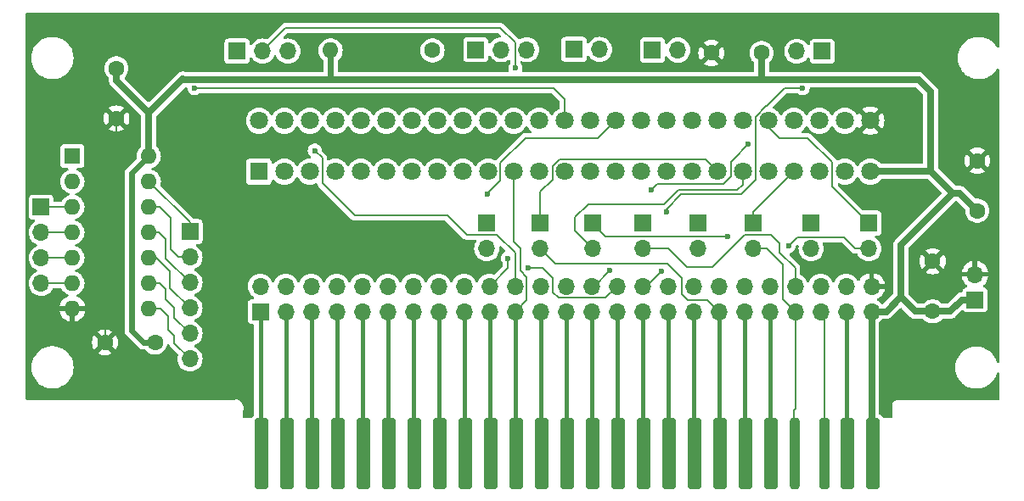
<source format=gtl>
G04 #@! TF.GenerationSoftware,KiCad,Pcbnew,8.0.4*
G04 #@! TF.CreationDate,2024-08-09T20:42:01+03:00*
G04 #@! TF.ProjectId,mpf-ii-bus-adapter,6d70662d-6969-42d6-9275-732d61646170,A*
G04 #@! TF.SameCoordinates,Original*
G04 #@! TF.FileFunction,Copper,L1,Top*
G04 #@! TF.FilePolarity,Positive*
%FSLAX46Y46*%
G04 Gerber Fmt 4.6, Leading zero omitted, Abs format (unit mm)*
G04 Created by KiCad (PCBNEW 8.0.4) date 2024-08-09 20:42:01*
%MOMM*%
%LPD*%
G01*
G04 APERTURE LIST*
G04 Aperture macros list*
%AMRoundRect*
0 Rectangle with rounded corners*
0 $1 Rounding radius*
0 $2 $3 $4 $5 $6 $7 $8 $9 X,Y pos of 4 corners*
0 Add a 4 corners polygon primitive as box body*
4,1,4,$2,$3,$4,$5,$6,$7,$8,$9,$2,$3,0*
0 Add four circle primitives for the rounded corners*
1,1,$1+$1,$2,$3*
1,1,$1+$1,$4,$5*
1,1,$1+$1,$6,$7*
1,1,$1+$1,$8,$9*
0 Add four rect primitives between the rounded corners*
20,1,$1+$1,$2,$3,$4,$5,0*
20,1,$1+$1,$4,$5,$6,$7,0*
20,1,$1+$1,$6,$7,$8,$9,0*
20,1,$1+$1,$8,$9,$2,$3,0*%
G04 Aperture macros list end*
G04 #@! TA.AperFunction,ComponentPad*
%ADD10R,1.700000X1.700000*%
G04 #@! TD*
G04 #@! TA.AperFunction,ComponentPad*
%ADD11O,1.700000X1.700000*%
G04 #@! TD*
G04 #@! TA.AperFunction,ComponentPad*
%ADD12C,1.600000*%
G04 #@! TD*
G04 #@! TA.AperFunction,ComponentPad*
%ADD13R,1.800000X1.800000*%
G04 #@! TD*
G04 #@! TA.AperFunction,ComponentPad*
%ADD14C,1.800000*%
G04 #@! TD*
G04 #@! TA.AperFunction,ComponentPad*
%ADD15O,1.600000X1.600000*%
G04 #@! TD*
G04 #@! TA.AperFunction,ComponentPad*
%ADD16R,1.600000X1.600000*%
G04 #@! TD*
G04 #@! TA.AperFunction,ConnectorPad*
%ADD17RoundRect,0.350000X0.350000X3.206000X-0.350000X3.206000X-0.350000X-3.206000X0.350000X-3.206000X0*%
G04 #@! TD*
G04 #@! TA.AperFunction,ConnectorPad*
%ADD18RoundRect,0.235000X0.235000X3.321000X-0.235000X3.321000X-0.235000X-3.321000X0.235000X-3.321000X0*%
G04 #@! TD*
G04 #@! TA.AperFunction,ConnectorPad*
%ADD19RoundRect,0.250000X0.250000X3.306000X-0.250000X3.306000X-0.250000X-3.306000X0.250000X-3.306000X0*%
G04 #@! TD*
G04 #@! TA.AperFunction,ViaPad*
%ADD20C,0.600000*%
G04 #@! TD*
G04 #@! TA.AperFunction,Conductor*
%ADD21C,0.600000*%
G04 #@! TD*
G04 #@! TA.AperFunction,Conductor*
%ADD22C,0.700000*%
G04 #@! TD*
G04 #@! TA.AperFunction,Conductor*
%ADD23C,0.200000*%
G04 #@! TD*
G04 #@! TA.AperFunction,Conductor*
%ADD24C,0.400000*%
G04 #@! TD*
G04 APERTURE END LIST*
D10*
X116500000Y-75810000D03*
D11*
X119040000Y-75810000D03*
X121580000Y-75810000D03*
D10*
X150110000Y-75640000D03*
D11*
X152650000Y-75640000D03*
D12*
X185870000Y-101800000D03*
X185870000Y-96800000D03*
X168810000Y-76000000D03*
X163810000Y-76000000D03*
X104470000Y-77540000D03*
X104470000Y-82540000D03*
D10*
X141400000Y-93000000D03*
D11*
X141400000Y-95540000D03*
D10*
X111810000Y-93840000D03*
D11*
X111810000Y-96380000D03*
X111810000Y-98920000D03*
X111810000Y-101460000D03*
X111810000Y-104000000D03*
X111810000Y-106540000D03*
D10*
X157000000Y-93000000D03*
D11*
X157000000Y-95540000D03*
D10*
X162500000Y-93000000D03*
D11*
X162500000Y-95540000D03*
D10*
X157930000Y-75710000D03*
D11*
X160470000Y-75710000D03*
D13*
X118690000Y-87840000D03*
D14*
X121230000Y-87840000D03*
X123770000Y-87840000D03*
X126310000Y-87840000D03*
X128850000Y-87840000D03*
X131390000Y-87840000D03*
X133930000Y-87840000D03*
X136470000Y-87840000D03*
X139010000Y-87840000D03*
X141550000Y-87840000D03*
X144090000Y-87840000D03*
X146630000Y-87840000D03*
X149170000Y-87840000D03*
X151710000Y-87840000D03*
X154250000Y-87840000D03*
X156790000Y-87840000D03*
X159330000Y-87840000D03*
X161870000Y-87840000D03*
X164410000Y-87840000D03*
X166950000Y-87840000D03*
X169490000Y-87840000D03*
X172030000Y-87840000D03*
X174570000Y-87840000D03*
X177110000Y-87840000D03*
X179650000Y-87840000D03*
X179650000Y-82760000D03*
X177110000Y-82760000D03*
X174570000Y-82760000D03*
X172030000Y-82760000D03*
X169490000Y-82760000D03*
X166950000Y-82760000D03*
X164410000Y-82760000D03*
X161870000Y-82760000D03*
X159330000Y-82760000D03*
X156790000Y-82760000D03*
X154250000Y-82760000D03*
X151710000Y-82760000D03*
X149170000Y-82760000D03*
X146630000Y-82760000D03*
X144090000Y-82760000D03*
X141550000Y-82760000D03*
X139010000Y-82760000D03*
X136470000Y-82760000D03*
X133930000Y-82760000D03*
X131390000Y-82760000D03*
X128850000Y-82760000D03*
X126310000Y-82760000D03*
X123770000Y-82760000D03*
X121230000Y-82760000D03*
X118690000Y-82760000D03*
D12*
X108340000Y-104910000D03*
X103340000Y-104910000D03*
D10*
X118820000Y-101830000D03*
D11*
X118820000Y-99290000D03*
X121360000Y-101830000D03*
X121360000Y-99290000D03*
X123900000Y-101830000D03*
X123900000Y-99290000D03*
X126440000Y-101830000D03*
X126440000Y-99290000D03*
X128980000Y-101830000D03*
X128980000Y-99290000D03*
X131520000Y-101830000D03*
X131520000Y-99290000D03*
X134060000Y-101830000D03*
X134060000Y-99290000D03*
X136600000Y-101830000D03*
X136600000Y-99290000D03*
X139140000Y-101830000D03*
X139140000Y-99290000D03*
X141680000Y-101830000D03*
X141680000Y-99290000D03*
X144220000Y-101830000D03*
X144220000Y-99290000D03*
X146760000Y-101830000D03*
X146760000Y-99290000D03*
X149300000Y-101830000D03*
X149300000Y-99290000D03*
X151840000Y-101830000D03*
X151840000Y-99290000D03*
X154380000Y-101830000D03*
X154380000Y-99290000D03*
X156920000Y-101830000D03*
X156920000Y-99290000D03*
X159460000Y-101830000D03*
X159460000Y-99290000D03*
X162000000Y-101830000D03*
X162000000Y-99290000D03*
X164540000Y-101830000D03*
X164540000Y-99290000D03*
X167080000Y-101830000D03*
X167080000Y-99290000D03*
X169620000Y-101830000D03*
X169620000Y-99290000D03*
X172160000Y-101830000D03*
X172160000Y-99290000D03*
X174700000Y-101830000D03*
X174700000Y-99290000D03*
X177240000Y-101830000D03*
X177240000Y-99290000D03*
X179780000Y-101830000D03*
X179780000Y-99290000D03*
D10*
X96970000Y-91400000D03*
D11*
X96970000Y-93940000D03*
X96970000Y-96480000D03*
X96970000Y-99020000D03*
D10*
X140305000Y-75670000D03*
D11*
X142845000Y-75670000D03*
X145385000Y-75670000D03*
D10*
X152000000Y-93000000D03*
D11*
X152000000Y-95540000D03*
D10*
X179500000Y-93000000D03*
D11*
X179500000Y-95540000D03*
D10*
X190100000Y-100640000D03*
D11*
X190100000Y-98100000D03*
D12*
X190320000Y-91760000D03*
X190320000Y-86760000D03*
D10*
X173750000Y-93000000D03*
D11*
X173750000Y-95540000D03*
D10*
X146750000Y-93000000D03*
D11*
X146750000Y-95540000D03*
D12*
X136000000Y-75740000D03*
D15*
X125840000Y-75740000D03*
D10*
X168000000Y-93000000D03*
D11*
X168000000Y-95540000D03*
D10*
X174860000Y-75830000D03*
D11*
X172320000Y-75830000D03*
D16*
X100090000Y-86295000D03*
D15*
X100090000Y-88835000D03*
X100090000Y-91375000D03*
X100090000Y-93915000D03*
X100090000Y-96455000D03*
X100090000Y-98995000D03*
X100090000Y-101535000D03*
X107710000Y-101535000D03*
X107710000Y-98995000D03*
X107710000Y-96455000D03*
X107710000Y-93915000D03*
X107710000Y-91375000D03*
X107710000Y-88835000D03*
X107710000Y-86295000D03*
D17*
X118980000Y-116000000D03*
X121520000Y-116000000D03*
X124060000Y-116000000D03*
X126600000Y-116000000D03*
X129140000Y-116000000D03*
X131680000Y-116000000D03*
X134220000Y-116000000D03*
X136760000Y-116000000D03*
X139300000Y-116000000D03*
X141840000Y-116000000D03*
X144380000Y-116000000D03*
X146920000Y-116000000D03*
X149460000Y-116000000D03*
X152000000Y-116000000D03*
X154540000Y-116000000D03*
X157080000Y-116000000D03*
X159620000Y-116000000D03*
X162160000Y-116000000D03*
X164700000Y-116000000D03*
X167240000Y-116000000D03*
X169780000Y-116000000D03*
D18*
X172090000Y-116000000D03*
D19*
X175060000Y-116000000D03*
D17*
X177400000Y-116000000D03*
X179940000Y-116000000D03*
D20*
X102500000Y-81000000D03*
X102300000Y-84200000D03*
X100200000Y-81900000D03*
X159300000Y-91900000D03*
X158800000Y-97800000D03*
X172900000Y-79500000D03*
X171500000Y-95300000D03*
X165400000Y-94300000D03*
X153700000Y-97700000D03*
X143500000Y-96500000D03*
X112250000Y-79500000D03*
X145500000Y-97500000D03*
X141500000Y-90100000D03*
X144250000Y-77500000D03*
X167500000Y-85100000D03*
X157800000Y-89700000D03*
X124250000Y-85750000D03*
D21*
X108340000Y-104910000D02*
X107160000Y-104910000D01*
D22*
X179780000Y-101830000D02*
X179780000Y-115840000D01*
X184460000Y-78650000D02*
X168860000Y-78650000D01*
X182700000Y-100360000D02*
X184140000Y-101800000D01*
X187600000Y-101800000D02*
X188760000Y-100640000D01*
X111150000Y-78650000D02*
X111100000Y-78600000D01*
X107710000Y-81990000D02*
X107710000Y-86295000D01*
X185690000Y-79880000D02*
X184460000Y-78650000D01*
D23*
X179780000Y-115840000D02*
X179940000Y-116000000D01*
D22*
X187870000Y-90020000D02*
X188580000Y-90020000D01*
X182700000Y-100360000D02*
X182700000Y-95190000D01*
X182700000Y-95190000D02*
X187870000Y-90020000D01*
X185690000Y-87840000D02*
X185690000Y-79880000D01*
X104470000Y-77540000D02*
X104470000Y-78750000D01*
X179650000Y-87840000D02*
X185690000Y-87840000D01*
D21*
X125840000Y-75740000D02*
X125840000Y-78560000D01*
D22*
X168860000Y-78650000D02*
X125750000Y-78650000D01*
X179780000Y-101830000D02*
X181230000Y-101830000D01*
X185870000Y-101800000D02*
X187600000Y-101800000D01*
D21*
X106000000Y-103750000D02*
X106000000Y-88005000D01*
X107160000Y-104910000D02*
X106000000Y-103750000D01*
D22*
X185690000Y-87840000D02*
X187870000Y-90020000D01*
X111100000Y-78600000D02*
X107710000Y-81990000D01*
D23*
X168810000Y-78600000D02*
X168860000Y-78650000D01*
D21*
X106000000Y-88005000D02*
X107710000Y-86295000D01*
D22*
X188580000Y-90020000D02*
X190320000Y-91760000D01*
D23*
X125840000Y-78560000D02*
X125750000Y-78650000D01*
D22*
X181230000Y-101830000D02*
X182700000Y-100360000D01*
X168810000Y-76000000D02*
X168810000Y-78600000D01*
X125750000Y-78650000D02*
X111150000Y-78650000D01*
X104470000Y-78750000D02*
X107710000Y-81990000D01*
X184140000Y-101800000D02*
X185870000Y-101800000D01*
X188760000Y-100640000D02*
X190100000Y-100640000D01*
D23*
X100300000Y-82000000D02*
X100300000Y-82200000D01*
X103340000Y-103610000D02*
X101265000Y-101535000D01*
X104470000Y-99280000D02*
X104470000Y-82540000D01*
X102750000Y-81250000D02*
X103180000Y-81250000D01*
X102500000Y-81000000D02*
X102750000Y-81250000D01*
X100090000Y-101535000D02*
X102215000Y-101535000D01*
X103180000Y-81250000D02*
X104470000Y-82540000D01*
X101265000Y-101535000D02*
X100090000Y-101535000D01*
X100200000Y-81900000D02*
X100300000Y-82000000D01*
X102215000Y-101535000D02*
X104470000Y-99280000D01*
X103340000Y-104910000D02*
X103340000Y-103610000D01*
X100300000Y-82200000D02*
X102300000Y-84200000D01*
X164540000Y-115840000D02*
X164700000Y-116000000D01*
D24*
X164540000Y-101830000D02*
X164540000Y-115840000D01*
D23*
X146750000Y-95540000D02*
X148210000Y-97000000D01*
X160850000Y-98450000D02*
X160850000Y-100050000D01*
X160850000Y-100050000D02*
X161480000Y-100680000D01*
X148210000Y-97000000D02*
X159400000Y-97000000D01*
X163390000Y-100680000D02*
X164540000Y-101830000D01*
X161480000Y-100680000D02*
X163390000Y-100680000D01*
X159400000Y-97000000D02*
X160850000Y-98450000D01*
X145370000Y-98370000D02*
X144750000Y-97750000D01*
X144750000Y-97750000D02*
X144750000Y-95500000D01*
X144220000Y-115840000D02*
X144380000Y-116000000D01*
X144090000Y-94840000D02*
X144090000Y-87840000D01*
D24*
X144220000Y-101830000D02*
X144220000Y-115840000D01*
D23*
X144220000Y-101830000D02*
X145370000Y-100680000D01*
X144750000Y-95500000D02*
X144090000Y-94840000D01*
X145370000Y-100680000D02*
X145370000Y-98370000D01*
D24*
X162000000Y-101830000D02*
X162000000Y-115840000D01*
D23*
X162000000Y-115840000D02*
X162160000Y-116000000D01*
D24*
X136600000Y-101830000D02*
X136600000Y-115840000D01*
D23*
X136600000Y-115840000D02*
X136760000Y-116000000D01*
X159300000Y-91600000D02*
X160800000Y-90100000D01*
X168200000Y-82352943D02*
X169252943Y-81300000D01*
D24*
X156920000Y-99290000D02*
X157310000Y-99290000D01*
D23*
X159300000Y-91900000D02*
X159300000Y-91600000D01*
X166800000Y-90100000D02*
X168200000Y-88700000D01*
X169300000Y-81300000D02*
X171100000Y-79500000D01*
X168200000Y-88700000D02*
X168200000Y-82352943D01*
X171100000Y-79500000D02*
X172900000Y-79500000D01*
X169252943Y-81300000D02*
X169300000Y-81300000D01*
X157310000Y-99290000D02*
X158800000Y-97800000D01*
X160800000Y-90100000D02*
X166800000Y-90100000D01*
X139140000Y-115840000D02*
X139300000Y-116000000D01*
D24*
X139140000Y-101830000D02*
X139140000Y-115840000D01*
X123900000Y-101830000D02*
X123900000Y-115840000D01*
D23*
X123900000Y-115840000D02*
X124060000Y-116000000D01*
D24*
X141680000Y-101830000D02*
X141680000Y-115840000D01*
D23*
X141680000Y-115840000D02*
X141840000Y-116000000D01*
X167150000Y-94150000D02*
X163900000Y-97400000D01*
X163900000Y-97400000D02*
X161400000Y-97400000D01*
X172160000Y-99290000D02*
X172160000Y-97460000D01*
X169750000Y-94150000D02*
X167150000Y-94150000D01*
X170600000Y-95900000D02*
X170600000Y-95000000D01*
X172160000Y-97460000D02*
X170600000Y-95900000D01*
X170600000Y-95000000D02*
X169750000Y-94150000D01*
X159540000Y-95540000D02*
X157000000Y-95540000D01*
X161400000Y-97400000D02*
X159540000Y-95540000D01*
D24*
X128980000Y-101830000D02*
X128980000Y-115840000D01*
D23*
X128980000Y-115840000D02*
X129140000Y-116000000D01*
D24*
X151840000Y-101830000D02*
X151840000Y-115840000D01*
D23*
X151840000Y-115840000D02*
X152000000Y-116000000D01*
X169620000Y-115840000D02*
X169780000Y-116000000D01*
D24*
X169620000Y-101830000D02*
X169620000Y-115840000D01*
D23*
X169340000Y-95540000D02*
X170900000Y-97100000D01*
X168000000Y-95540000D02*
X169340000Y-95540000D01*
X170900000Y-97100000D02*
X170900000Y-100570000D01*
X172160000Y-101830000D02*
X172160000Y-111560000D01*
X172160000Y-111560000D02*
X172060000Y-111660000D01*
X172060000Y-116000000D02*
X172060000Y-111660000D01*
X170900000Y-100570000D02*
X172160000Y-101830000D01*
X172160000Y-101830000D02*
X172060000Y-101930000D01*
D24*
X177240000Y-101830000D02*
X177240000Y-115840000D01*
D23*
X177240000Y-115840000D02*
X177400000Y-116000000D01*
X154380000Y-115840000D02*
X154540000Y-116000000D01*
D24*
X154380000Y-101830000D02*
X154380000Y-115840000D01*
D23*
X177300000Y-94700000D02*
X176990000Y-94390000D01*
X172410000Y-94390000D02*
X171500000Y-95300000D01*
X178140000Y-95540000D02*
X177300000Y-94700000D01*
X179500000Y-95540000D02*
X178140000Y-95540000D01*
X176990000Y-94390000D02*
X172410000Y-94390000D01*
X149300000Y-115840000D02*
X149460000Y-116000000D01*
D24*
X149300000Y-101830000D02*
X149300000Y-115840000D01*
X156920000Y-101830000D02*
X156920000Y-115840000D01*
D23*
X156920000Y-115840000D02*
X157080000Y-116000000D01*
X134060000Y-115840000D02*
X134220000Y-116000000D01*
D24*
X134060000Y-101830000D02*
X134060000Y-115840000D01*
X131520000Y-101830000D02*
X131520000Y-115840000D01*
D23*
X131520000Y-115840000D02*
X131680000Y-116000000D01*
X165400000Y-94300000D02*
X153200000Y-94300000D01*
X152000000Y-93100000D02*
X152000000Y-93000000D01*
X153200000Y-94300000D02*
X152000000Y-93100000D01*
X167080000Y-115840000D02*
X167240000Y-116000000D01*
X167240000Y-113265000D02*
X167240000Y-116000000D01*
D24*
X167080000Y-101830000D02*
X167080000Y-115840000D01*
D23*
X152110000Y-99290000D02*
X153700000Y-97700000D01*
D24*
X151840000Y-99290000D02*
X152110000Y-99290000D01*
D23*
X175060000Y-102190000D02*
X175060000Y-116000000D01*
X174700000Y-101830000D02*
X175060000Y-102190000D01*
X146760000Y-115840000D02*
X146920000Y-116000000D01*
D24*
X146760000Y-101830000D02*
X146760000Y-115840000D01*
D23*
X143500000Y-96500000D02*
X143500000Y-97470000D01*
X143500000Y-97470000D02*
X141680000Y-99290000D01*
X149170000Y-80580000D02*
X149170000Y-82760000D01*
X112250000Y-79500000D02*
X148090000Y-79500000D01*
X148090000Y-79500000D02*
X149170000Y-80580000D01*
D24*
X118820000Y-101830000D02*
X118820000Y-115840000D01*
D23*
X118820000Y-115840000D02*
X118980000Y-116000000D01*
X119500000Y-115480000D02*
X118980000Y-116000000D01*
X126440000Y-115840000D02*
X126600000Y-116000000D01*
D24*
X126440000Y-101830000D02*
X126440000Y-115840000D01*
D23*
X121360000Y-115840000D02*
X121520000Y-116000000D01*
D24*
X121360000Y-101830000D02*
X121360000Y-115840000D01*
D23*
X121520000Y-112645000D02*
X121520000Y-116000000D01*
X148000000Y-99900000D02*
X148540000Y-100440000D01*
X147000000Y-97500000D02*
X148000000Y-98500000D01*
X148540000Y-100440000D02*
X153230000Y-100440000D01*
X148000000Y-98500000D02*
X148000000Y-99900000D01*
X153230000Y-100440000D02*
X154380000Y-99290000D01*
X145500000Y-97500000D02*
X147000000Y-97500000D01*
D24*
X159460000Y-101830000D02*
X159460000Y-115840000D01*
D23*
X159460000Y-115840000D02*
X159620000Y-116000000D01*
X163210000Y-86640000D02*
X164410000Y-87840000D01*
X146750000Y-89850000D02*
X147970000Y-88630000D01*
X148660000Y-86640000D02*
X163210000Y-86640000D01*
X147970000Y-87330000D02*
X148660000Y-86640000D01*
X147970000Y-88630000D02*
X147970000Y-87330000D01*
X146750000Y-93000000D02*
X146750000Y-89850000D01*
X142750000Y-87000000D02*
X145250000Y-84500000D01*
X141500000Y-90000000D02*
X142750000Y-88750000D01*
X145250000Y-84500000D02*
X152510000Y-84500000D01*
X141500000Y-90000000D02*
X141500000Y-90100000D01*
X152510000Y-84500000D02*
X154250000Y-82760000D01*
X142750000Y-88750000D02*
X142750000Y-87000000D01*
X144235000Y-74985000D02*
X142750000Y-73500000D01*
X144235000Y-77485000D02*
X144235000Y-74985000D01*
X121350000Y-73500000D02*
X119040000Y-75810000D01*
X144250000Y-77500000D02*
X144235000Y-77485000D01*
X142750000Y-73500000D02*
X121350000Y-73500000D01*
X166950000Y-89150000D02*
X166950000Y-87840000D01*
X150200000Y-93740000D02*
X150200000Y-92400000D01*
X160500000Y-89700000D02*
X166400000Y-89700000D01*
X151500000Y-91100000D02*
X159100000Y-91100000D01*
X150200000Y-92400000D02*
X151500000Y-91100000D01*
X152000000Y-95540000D02*
X150200000Y-93740000D01*
X166400000Y-89700000D02*
X166950000Y-89150000D01*
X159100000Y-91100000D02*
X160500000Y-89700000D01*
X158400000Y-89100000D02*
X165000000Y-89100000D01*
X157800000Y-89700000D02*
X158400000Y-89100000D01*
X165750000Y-86850000D02*
X166000000Y-86600000D01*
X166000000Y-86600000D02*
X167500000Y-85100000D01*
X165750000Y-88350000D02*
X165750000Y-86850000D01*
X165000000Y-89100000D02*
X165750000Y-88350000D01*
X179500000Y-93000000D02*
X175800000Y-89300000D01*
X170600000Y-84500000D02*
X169490000Y-83390000D01*
X175800000Y-89300000D02*
X175800000Y-86900000D01*
X173400000Y-84500000D02*
X170600000Y-84500000D01*
X175800000Y-86900000D02*
X173400000Y-84500000D01*
X169490000Y-83390000D02*
X169490000Y-82760000D01*
X124250000Y-85750000D02*
X125000000Y-86500000D01*
X125000000Y-86500000D02*
X125000000Y-89000000D01*
X142410000Y-94150000D02*
X144220000Y-95960000D01*
X139400000Y-94150000D02*
X142410000Y-94150000D01*
X125000000Y-89000000D02*
X128250000Y-92250000D01*
X137500000Y-92250000D02*
X139400000Y-94150000D01*
X144220000Y-95960000D02*
X144220000Y-99290000D01*
X128250000Y-92250000D02*
X137500000Y-92250000D01*
X168000000Y-91870000D02*
X172030000Y-87840000D01*
X168000000Y-93000000D02*
X168000000Y-91870000D01*
X100065000Y-91400000D02*
X100090000Y-91375000D01*
X96970000Y-91400000D02*
X100065000Y-91400000D01*
X111810000Y-92935000D02*
X111810000Y-93840000D01*
X107710000Y-88835000D02*
X111810000Y-92935000D01*
X100090000Y-93915000D02*
X96995000Y-93915000D01*
X96995000Y-93915000D02*
X96970000Y-93940000D01*
X96995000Y-96455000D02*
X96970000Y-96480000D01*
X100090000Y-96455000D02*
X96995000Y-96455000D01*
X96995000Y-98995000D02*
X96970000Y-99020000D01*
X100090000Y-98995000D02*
X96995000Y-98995000D01*
X108785000Y-98995000D02*
X107710000Y-98995000D01*
X109370000Y-99580000D02*
X108785000Y-98995000D01*
X110240000Y-102430000D02*
X110240000Y-101480000D01*
X109370000Y-100610000D02*
X109370000Y-99580000D01*
X111810000Y-104000000D02*
X110240000Y-102430000D01*
X110240000Y-101480000D02*
X109370000Y-100610000D01*
X109650000Y-102290000D02*
X108895000Y-101535000D01*
X109650000Y-103620000D02*
X109650000Y-102290000D01*
X108895000Y-101535000D02*
X107710000Y-101535000D01*
X111810000Y-106540000D02*
X110240000Y-104970000D01*
X110240000Y-104210000D02*
X109650000Y-103620000D01*
X110240000Y-104970000D02*
X110240000Y-104210000D01*
X108725000Y-93915000D02*
X107710000Y-93915000D01*
X109390000Y-96500000D02*
X109390000Y-94580000D01*
X111810000Y-98920000D02*
X109390000Y-96500000D01*
X109390000Y-94580000D02*
X108725000Y-93915000D01*
X111810000Y-96380000D02*
X110620000Y-96380000D01*
X108775000Y-91375000D02*
X107710000Y-91375000D01*
X109860000Y-92460000D02*
X108775000Y-91375000D01*
X109860000Y-95620000D02*
X109860000Y-92460000D01*
X110620000Y-96380000D02*
X109860000Y-95620000D01*
X111810000Y-101460000D02*
X109830000Y-99480000D01*
X108485000Y-96455000D02*
X107710000Y-96455000D01*
X109830000Y-97800000D02*
X108485000Y-96455000D01*
X109830000Y-99480000D02*
X109830000Y-97800000D01*
G04 #@! TA.AperFunction,Conductor*
G36*
X192442539Y-72020185D02*
G01*
X192488294Y-72072989D01*
X192499500Y-72124500D01*
X192499500Y-75341198D01*
X192479815Y-75408237D01*
X192427011Y-75453992D01*
X192357853Y-75463936D01*
X192294297Y-75434911D01*
X192272317Y-75408902D01*
X192272013Y-75409117D01*
X192103798Y-75170810D01*
X191990280Y-75049262D01*
X191907587Y-74960720D01*
X191907585Y-74960719D01*
X191907583Y-74960716D01*
X191684595Y-74779302D01*
X191438983Y-74629942D01*
X191438979Y-74629940D01*
X191175324Y-74515420D01*
X190898522Y-74437863D01*
X190898518Y-74437862D01*
X190898517Y-74437862D01*
X190656767Y-74404634D01*
X190613733Y-74398719D01*
X190613732Y-74398719D01*
X190326268Y-74398719D01*
X190326267Y-74398719D01*
X190041483Y-74437862D01*
X190041477Y-74437863D01*
X189764675Y-74515420D01*
X189501020Y-74629940D01*
X189501016Y-74629942D01*
X189255404Y-74779302D01*
X189032416Y-74960716D01*
X188836201Y-75170810D01*
X188670434Y-75405649D01*
X188670430Y-75405655D01*
X188538175Y-75660894D01*
X188441913Y-75931750D01*
X188441912Y-75931753D01*
X188383425Y-76213212D01*
X188363809Y-76500000D01*
X188383425Y-76786787D01*
X188383425Y-76786791D01*
X188383426Y-76786793D01*
X188396154Y-76848045D01*
X188441912Y-77068246D01*
X188441913Y-77068249D01*
X188538176Y-77339105D01*
X188538175Y-77339105D01*
X188670430Y-77594344D01*
X188670434Y-77594350D01*
X188836201Y-77829189D01*
X188893052Y-77890061D01*
X189011653Y-78017052D01*
X189032416Y-78039283D01*
X189066544Y-78067048D01*
X189255401Y-78220695D01*
X189255403Y-78220696D01*
X189255404Y-78220697D01*
X189501016Y-78370057D01*
X189501020Y-78370059D01*
X189709626Y-78460668D01*
X189764680Y-78484581D01*
X190041483Y-78562138D01*
X190291854Y-78596550D01*
X190326267Y-78601281D01*
X190326268Y-78601281D01*
X190613733Y-78601281D01*
X190644435Y-78597060D01*
X190898517Y-78562138D01*
X191175320Y-78484581D01*
X191431807Y-78373174D01*
X191438979Y-78370059D01*
X191438983Y-78370057D01*
X191438985Y-78370056D01*
X191684599Y-78220695D01*
X191907587Y-78039280D01*
X192103796Y-77829192D01*
X192151553Y-77761535D01*
X192272013Y-77590883D01*
X192272785Y-77591427D01*
X192321201Y-77547322D01*
X192390091Y-77535662D01*
X192454348Y-77563098D01*
X192493572Y-77620919D01*
X192499500Y-77658801D01*
X192499500Y-106836364D01*
X192479815Y-106903403D01*
X192427011Y-106949158D01*
X192357853Y-106959102D01*
X192294297Y-106930077D01*
X192256523Y-106871299D01*
X192254094Y-106861594D01*
X192253089Y-106856762D01*
X192253088Y-106856756D01*
X192240926Y-106822537D01*
X192156823Y-106585894D01*
X192156824Y-106585894D01*
X192024569Y-106330655D01*
X192024565Y-106330649D01*
X191858798Y-106095810D01*
X191662583Y-105885716D01*
X191475021Y-105733123D01*
X191439599Y-105704305D01*
X191439597Y-105704304D01*
X191439595Y-105704302D01*
X191193983Y-105554942D01*
X191193979Y-105554940D01*
X190930324Y-105440420D01*
X190653522Y-105362863D01*
X190653518Y-105362862D01*
X190653517Y-105362862D01*
X190511124Y-105343290D01*
X190368733Y-105323719D01*
X190368732Y-105323719D01*
X190081268Y-105323719D01*
X190081267Y-105323719D01*
X189796483Y-105362862D01*
X189796477Y-105362863D01*
X189519675Y-105440420D01*
X189256020Y-105554940D01*
X189256016Y-105554942D01*
X189010404Y-105704302D01*
X188787416Y-105885716D01*
X188591201Y-106095810D01*
X188425434Y-106330649D01*
X188425430Y-106330655D01*
X188293175Y-106585894D01*
X188196913Y-106856750D01*
X188196912Y-106856753D01*
X188138425Y-107138212D01*
X188118809Y-107425000D01*
X188138425Y-107711787D01*
X188138425Y-107711791D01*
X188138426Y-107711793D01*
X188155774Y-107795277D01*
X188196912Y-107993246D01*
X188196913Y-107993249D01*
X188293176Y-108264105D01*
X188293175Y-108264105D01*
X188425430Y-108519344D01*
X188425434Y-108519350D01*
X188591201Y-108754189D01*
X188591204Y-108754192D01*
X188755457Y-108930064D01*
X188787416Y-108964283D01*
X188912135Y-109065749D01*
X189010401Y-109145695D01*
X189010403Y-109145696D01*
X189010404Y-109145697D01*
X189256016Y-109295057D01*
X189256020Y-109295059D01*
X189440899Y-109375362D01*
X189519680Y-109409581D01*
X189796483Y-109487138D01*
X190046854Y-109521550D01*
X190081267Y-109526281D01*
X190081268Y-109526281D01*
X190368733Y-109526281D01*
X190399435Y-109522060D01*
X190653517Y-109487138D01*
X190930320Y-109409581D01*
X191035786Y-109363771D01*
X191193979Y-109295059D01*
X191193983Y-109295057D01*
X191193985Y-109295056D01*
X191439599Y-109145695D01*
X191662587Y-108964280D01*
X191858796Y-108754192D01*
X192024570Y-108519343D01*
X192156822Y-108264109D01*
X192156822Y-108264108D01*
X192156824Y-108264105D01*
X192249186Y-108004223D01*
X192253088Y-107993244D01*
X192254093Y-107988408D01*
X192287005Y-107926775D01*
X192348013Y-107892720D01*
X192417748Y-107897054D01*
X192474070Y-107938402D01*
X192499096Y-108003636D01*
X192499500Y-108013635D01*
X192499500Y-110526085D01*
X192479815Y-110593124D01*
X192427011Y-110638879D01*
X192375616Y-110650085D01*
X182423438Y-110659430D01*
X182422477Y-110659369D01*
X182414991Y-110659382D01*
X182414990Y-110659382D01*
X182349887Y-110659499D01*
X182349634Y-110659500D01*
X182349528Y-110659500D01*
X182283626Y-110659562D01*
X182283219Y-110659616D01*
X182219964Y-110676687D01*
X182219863Y-110676714D01*
X182156365Y-110693792D01*
X182156298Y-110693821D01*
X182155978Y-110693953D01*
X182098874Y-110727060D01*
X182098784Y-110727112D01*
X182042304Y-110759791D01*
X182041981Y-110760041D01*
X182041965Y-110760052D01*
X181995486Y-110806699D01*
X181995414Y-110806772D01*
X181949197Y-110853077D01*
X181948950Y-110853400D01*
X181916280Y-110910223D01*
X181916228Y-110910313D01*
X181883424Y-110967256D01*
X181883355Y-110967425D01*
X181883282Y-110967602D01*
X181883262Y-110967648D01*
X181866477Y-111030745D01*
X181866450Y-111030846D01*
X181849436Y-111094582D01*
X181849413Y-111094764D01*
X181849382Y-111094997D01*
X181849500Y-111160510D01*
X181849500Y-111160614D01*
X181849569Y-111233898D01*
X181849633Y-111234861D01*
X181851589Y-112319776D01*
X181832025Y-112386851D01*
X181779304Y-112432701D01*
X181727589Y-112444000D01*
X181025106Y-112444000D01*
X180958067Y-112424315D01*
X180919567Y-112385096D01*
X180882712Y-112325344D01*
X180758657Y-112201289D01*
X180758656Y-112201288D01*
X180609334Y-112109186D01*
X180609332Y-112109185D01*
X180609330Y-112109184D01*
X180602789Y-112106134D01*
X180604094Y-112103334D01*
X180558048Y-112071452D01*
X180531228Y-112006935D01*
X180530500Y-111993522D01*
X180530500Y-102895624D01*
X180550185Y-102828585D01*
X180583378Y-102794048D01*
X180583432Y-102794009D01*
X180586877Y-102791598D01*
X180741598Y-102636877D01*
X180744050Y-102633374D01*
X180798628Y-102589751D01*
X180845624Y-102580500D01*
X181303920Y-102580500D01*
X181401462Y-102561096D01*
X181448913Y-102551658D01*
X181585495Y-102495084D01*
X181641536Y-102457639D01*
X181708416Y-102412952D01*
X182612319Y-101509047D01*
X182673642Y-101475563D01*
X182743333Y-101480547D01*
X182787681Y-101509048D01*
X183661585Y-102382952D01*
X183688839Y-102401162D01*
X183702374Y-102410206D01*
X183784498Y-102465080D01*
X183784511Y-102465087D01*
X183828206Y-102483186D01*
X183828207Y-102483186D01*
X183921088Y-102521659D01*
X184037241Y-102544763D01*
X184048995Y-102547101D01*
X184066081Y-102550500D01*
X184066082Y-102550500D01*
X184066083Y-102550500D01*
X184213918Y-102550500D01*
X184870653Y-102550500D01*
X184937692Y-102570185D01*
X184969606Y-102599771D01*
X184979021Y-102612239D01*
X185143437Y-102762123D01*
X185143439Y-102762125D01*
X185332595Y-102879245D01*
X185332596Y-102879245D01*
X185332599Y-102879247D01*
X185540060Y-102959618D01*
X185758757Y-103000500D01*
X185758759Y-103000500D01*
X185981241Y-103000500D01*
X185981243Y-103000500D01*
X186199940Y-102959618D01*
X186407401Y-102879247D01*
X186596562Y-102762124D01*
X186733951Y-102636877D01*
X186760978Y-102612239D01*
X186760978Y-102612238D01*
X186760981Y-102612236D01*
X186770394Y-102599770D01*
X186826504Y-102558136D01*
X186869347Y-102550500D01*
X187673920Y-102550500D01*
X187771462Y-102531096D01*
X187818913Y-102521658D01*
X187955495Y-102465084D01*
X188020577Y-102421598D01*
X188078416Y-102382952D01*
X188739806Y-101721560D01*
X188801129Y-101688076D01*
X188870820Y-101693060D01*
X188915168Y-101721561D01*
X189011652Y-101818045D01*
X189011654Y-101818046D01*
X189011658Y-101818050D01*
X189124694Y-101875645D01*
X189124698Y-101875647D01*
X189218475Y-101890499D01*
X189218481Y-101890500D01*
X190981518Y-101890499D01*
X191075304Y-101875646D01*
X191188342Y-101818050D01*
X191278050Y-101728342D01*
X191335646Y-101615304D01*
X191335646Y-101615302D01*
X191335647Y-101615301D01*
X191350499Y-101521524D01*
X191350500Y-101521519D01*
X191350499Y-99758482D01*
X191335646Y-99664696D01*
X191278050Y-99551658D01*
X191278046Y-99551654D01*
X191278045Y-99551652D01*
X191188347Y-99461954D01*
X191188344Y-99461952D01*
X191188342Y-99461950D01*
X191111517Y-99422805D01*
X191075301Y-99404352D01*
X190983342Y-99389788D01*
X190920207Y-99359859D01*
X190883276Y-99300547D01*
X190884274Y-99230685D01*
X190922884Y-99172452D01*
X190931617Y-99165740D01*
X190971080Y-99138107D01*
X191138105Y-98971082D01*
X191273600Y-98777578D01*
X191373429Y-98563492D01*
X191373432Y-98563486D01*
X191430636Y-98350000D01*
X190533012Y-98350000D01*
X190565925Y-98292993D01*
X190600000Y-98165826D01*
X190600000Y-98034174D01*
X190565925Y-97907007D01*
X190533012Y-97850000D01*
X191430636Y-97850000D01*
X191430635Y-97849999D01*
X191373432Y-97636513D01*
X191373429Y-97636507D01*
X191273600Y-97422422D01*
X191273599Y-97422420D01*
X191138113Y-97228926D01*
X191138108Y-97228920D01*
X190971082Y-97061894D01*
X190777578Y-96926399D01*
X190563492Y-96826570D01*
X190563486Y-96826567D01*
X190350000Y-96769364D01*
X190350000Y-97666988D01*
X190292993Y-97634075D01*
X190165826Y-97600000D01*
X190034174Y-97600000D01*
X189907007Y-97634075D01*
X189850000Y-97666988D01*
X189850000Y-96769364D01*
X189849999Y-96769364D01*
X189636513Y-96826567D01*
X189636507Y-96826570D01*
X189422422Y-96926399D01*
X189422420Y-96926400D01*
X189228926Y-97061886D01*
X189228920Y-97061891D01*
X189061891Y-97228920D01*
X189061886Y-97228926D01*
X188926400Y-97422420D01*
X188926399Y-97422422D01*
X188826570Y-97636507D01*
X188826567Y-97636513D01*
X188769364Y-97849999D01*
X188769364Y-97850000D01*
X189666988Y-97850000D01*
X189634075Y-97907007D01*
X189600000Y-98034174D01*
X189600000Y-98165826D01*
X189634075Y-98292993D01*
X189666988Y-98350000D01*
X188769364Y-98350000D01*
X188826567Y-98563486D01*
X188826570Y-98563492D01*
X188926399Y-98777578D01*
X189061894Y-98971082D01*
X189228918Y-99138106D01*
X189268385Y-99165742D01*
X189312009Y-99220319D01*
X189319201Y-99289818D01*
X189287678Y-99352172D01*
X189227448Y-99387585D01*
X189216656Y-99389790D01*
X189124696Y-99404354D01*
X189011658Y-99461950D01*
X189011657Y-99461951D01*
X189011652Y-99461954D01*
X188921954Y-99551652D01*
X188921951Y-99551657D01*
X188921950Y-99551658D01*
X188902751Y-99589337D01*
X188864352Y-99664698D01*
X188849500Y-99758475D01*
X188849500Y-99765500D01*
X188829815Y-99832539D01*
X188777011Y-99878294D01*
X188725500Y-99889500D01*
X188686076Y-99889500D01*
X188657242Y-99895234D01*
X188657243Y-99895235D01*
X188541093Y-99918339D01*
X188541089Y-99918340D01*
X188473368Y-99946392D01*
X188404506Y-99974915D01*
X188360220Y-100004506D01*
X188281581Y-100057049D01*
X188281578Y-100057052D01*
X187325451Y-101013181D01*
X187264128Y-101046666D01*
X187237770Y-101049500D01*
X186869347Y-101049500D01*
X186802308Y-101029815D01*
X186770394Y-101000229D01*
X186760978Y-100987760D01*
X186596562Y-100837876D01*
X186596560Y-100837874D01*
X186407404Y-100720754D01*
X186407398Y-100720752D01*
X186199940Y-100640382D01*
X185981243Y-100599500D01*
X185758757Y-100599500D01*
X185540060Y-100640382D01*
X185424457Y-100685167D01*
X185332601Y-100720752D01*
X185332595Y-100720754D01*
X185143439Y-100837874D01*
X185143437Y-100837876D01*
X184979021Y-100987760D01*
X184969606Y-101000229D01*
X184913496Y-101041864D01*
X184870653Y-101049500D01*
X184502229Y-101049500D01*
X184435190Y-101029815D01*
X184414548Y-101013181D01*
X183486819Y-100085451D01*
X183453334Y-100024128D01*
X183450500Y-99997770D01*
X183450500Y-96799997D01*
X184565034Y-96799997D01*
X184565034Y-96800002D01*
X184584858Y-97026599D01*
X184584860Y-97026610D01*
X184643730Y-97246317D01*
X184643735Y-97246331D01*
X184739863Y-97452478D01*
X184790974Y-97525472D01*
X185470000Y-96846446D01*
X185470000Y-96852661D01*
X185497259Y-96954394D01*
X185549920Y-97045606D01*
X185624394Y-97120080D01*
X185715606Y-97172741D01*
X185817339Y-97200000D01*
X185823553Y-97200000D01*
X185144526Y-97879025D01*
X185217513Y-97930132D01*
X185217521Y-97930136D01*
X185423668Y-98026264D01*
X185423682Y-98026269D01*
X185643389Y-98085139D01*
X185643400Y-98085141D01*
X185869998Y-98104966D01*
X185870002Y-98104966D01*
X186096599Y-98085141D01*
X186096610Y-98085139D01*
X186316317Y-98026269D01*
X186316331Y-98026264D01*
X186522478Y-97930136D01*
X186595471Y-97879024D01*
X185916447Y-97200000D01*
X185922661Y-97200000D01*
X186024394Y-97172741D01*
X186115606Y-97120080D01*
X186190080Y-97045606D01*
X186242741Y-96954394D01*
X186270000Y-96852661D01*
X186270000Y-96846447D01*
X186949024Y-97525471D01*
X187000136Y-97452478D01*
X187096264Y-97246331D01*
X187096269Y-97246317D01*
X187155139Y-97026610D01*
X187155141Y-97026599D01*
X187174966Y-96800002D01*
X187174966Y-96799997D01*
X187155141Y-96573400D01*
X187155139Y-96573389D01*
X187096269Y-96353682D01*
X187096264Y-96353668D01*
X187000136Y-96147521D01*
X187000132Y-96147513D01*
X186949025Y-96074526D01*
X186270000Y-96753551D01*
X186270000Y-96747339D01*
X186242741Y-96645606D01*
X186190080Y-96554394D01*
X186115606Y-96479920D01*
X186024394Y-96427259D01*
X185922661Y-96400000D01*
X185916448Y-96400000D01*
X186595472Y-95720974D01*
X186522478Y-95669863D01*
X186316331Y-95573735D01*
X186316317Y-95573730D01*
X186096610Y-95514860D01*
X186096599Y-95514858D01*
X185870002Y-95495034D01*
X185869998Y-95495034D01*
X185643400Y-95514858D01*
X185643389Y-95514860D01*
X185423682Y-95573730D01*
X185423673Y-95573734D01*
X185217516Y-95669866D01*
X185217512Y-95669868D01*
X185144526Y-95720973D01*
X185144526Y-95720974D01*
X185823553Y-96400000D01*
X185817339Y-96400000D01*
X185715606Y-96427259D01*
X185624394Y-96479920D01*
X185549920Y-96554394D01*
X185497259Y-96645606D01*
X185470000Y-96747339D01*
X185470000Y-96753552D01*
X184790974Y-96074526D01*
X184790973Y-96074526D01*
X184739868Y-96147512D01*
X184739866Y-96147516D01*
X184643734Y-96353673D01*
X184643730Y-96353682D01*
X184584860Y-96573389D01*
X184584858Y-96573400D01*
X184565034Y-96799997D01*
X183450500Y-96799997D01*
X183450500Y-95552229D01*
X183470185Y-95485190D01*
X183486819Y-95464548D01*
X185691659Y-93259708D01*
X188137320Y-90814046D01*
X188198641Y-90780563D01*
X188268333Y-90785547D01*
X188312680Y-90814048D01*
X189085431Y-91586798D01*
X189118916Y-91648121D01*
X189121221Y-91685920D01*
X189114357Y-91759998D01*
X189114357Y-91760000D01*
X189134884Y-91981535D01*
X189134885Y-91981537D01*
X189195769Y-92195523D01*
X189195775Y-92195538D01*
X189294938Y-92394683D01*
X189294943Y-92394691D01*
X189429020Y-92572238D01*
X189593437Y-92722123D01*
X189593439Y-92722125D01*
X189782595Y-92839245D01*
X189782596Y-92839245D01*
X189782599Y-92839247D01*
X189990060Y-92919618D01*
X190208757Y-92960500D01*
X190208759Y-92960500D01*
X190431241Y-92960500D01*
X190431243Y-92960500D01*
X190649940Y-92919618D01*
X190857401Y-92839247D01*
X191046562Y-92722124D01*
X191192043Y-92589500D01*
X191210979Y-92572238D01*
X191220380Y-92559790D01*
X191345058Y-92394689D01*
X191444229Y-92195528D01*
X191505115Y-91981536D01*
X191525643Y-91760000D01*
X191505115Y-91538464D01*
X191444229Y-91324472D01*
X191359076Y-91153462D01*
X191345061Y-91125316D01*
X191345056Y-91125308D01*
X191210979Y-90947761D01*
X191046562Y-90797876D01*
X191046560Y-90797874D01*
X190857404Y-90680754D01*
X190857398Y-90680752D01*
X190857352Y-90680734D01*
X190649940Y-90600382D01*
X190431243Y-90559500D01*
X190232229Y-90559500D01*
X190165190Y-90539815D01*
X190144548Y-90523181D01*
X189058421Y-89437052D01*
X189058414Y-89437046D01*
X188978436Y-89383607D01*
X188978436Y-89383608D01*
X188935495Y-89354916D01*
X188935492Y-89354914D01*
X188935491Y-89354914D01*
X188798917Y-89298343D01*
X188798907Y-89298340D01*
X188653920Y-89269500D01*
X188653918Y-89269500D01*
X188232229Y-89269500D01*
X188165190Y-89249815D01*
X188144548Y-89233181D01*
X186476819Y-87565451D01*
X186443334Y-87504128D01*
X186440500Y-87477770D01*
X186440500Y-86759997D01*
X189015034Y-86759997D01*
X189015034Y-86760002D01*
X189034858Y-86986599D01*
X189034860Y-86986610D01*
X189093730Y-87206317D01*
X189093735Y-87206331D01*
X189189863Y-87412478D01*
X189240974Y-87485472D01*
X189920000Y-86806446D01*
X189920000Y-86812661D01*
X189947259Y-86914394D01*
X189999920Y-87005606D01*
X190074394Y-87080080D01*
X190165606Y-87132741D01*
X190267339Y-87160000D01*
X190273553Y-87160000D01*
X189594526Y-87839025D01*
X189667513Y-87890132D01*
X189667521Y-87890136D01*
X189873668Y-87986264D01*
X189873682Y-87986269D01*
X190093389Y-88045139D01*
X190093400Y-88045141D01*
X190319998Y-88064966D01*
X190320002Y-88064966D01*
X190546599Y-88045141D01*
X190546610Y-88045139D01*
X190766317Y-87986269D01*
X190766331Y-87986264D01*
X190972478Y-87890136D01*
X191045471Y-87839024D01*
X190366447Y-87160000D01*
X190372661Y-87160000D01*
X190474394Y-87132741D01*
X190565606Y-87080080D01*
X190640080Y-87005606D01*
X190692741Y-86914394D01*
X190720000Y-86812661D01*
X190720000Y-86806447D01*
X191399024Y-87485471D01*
X191450136Y-87412478D01*
X191546264Y-87206331D01*
X191546269Y-87206317D01*
X191605139Y-86986610D01*
X191605141Y-86986599D01*
X191624966Y-86760002D01*
X191624966Y-86759997D01*
X191605141Y-86533400D01*
X191605139Y-86533389D01*
X191546269Y-86313682D01*
X191546264Y-86313668D01*
X191450136Y-86107521D01*
X191450132Y-86107513D01*
X191399025Y-86034526D01*
X190720000Y-86713551D01*
X190720000Y-86707339D01*
X190692741Y-86605606D01*
X190640080Y-86514394D01*
X190565606Y-86439920D01*
X190474394Y-86387259D01*
X190372661Y-86360000D01*
X190366448Y-86360000D01*
X191045472Y-85680974D01*
X190972478Y-85629863D01*
X190766331Y-85533735D01*
X190766317Y-85533730D01*
X190546610Y-85474860D01*
X190546599Y-85474858D01*
X190320002Y-85455034D01*
X190319998Y-85455034D01*
X190093400Y-85474858D01*
X190093389Y-85474860D01*
X189873682Y-85533730D01*
X189873673Y-85533734D01*
X189667516Y-85629866D01*
X189667512Y-85629868D01*
X189594526Y-85680973D01*
X189594526Y-85680974D01*
X190273553Y-86360000D01*
X190267339Y-86360000D01*
X190165606Y-86387259D01*
X190074394Y-86439920D01*
X189999920Y-86514394D01*
X189947259Y-86605606D01*
X189920000Y-86707339D01*
X189920000Y-86713552D01*
X189240974Y-86034526D01*
X189240973Y-86034526D01*
X189189868Y-86107512D01*
X189189866Y-86107516D01*
X189093734Y-86313673D01*
X189093730Y-86313682D01*
X189034860Y-86533389D01*
X189034858Y-86533400D01*
X189015034Y-86759997D01*
X186440500Y-86759997D01*
X186440500Y-79806081D01*
X186434763Y-79777242D01*
X186434763Y-79777240D01*
X186426991Y-79738168D01*
X186411659Y-79661088D01*
X186357408Y-79530117D01*
X186355765Y-79525525D01*
X186355084Y-79524505D01*
X186294683Y-79434108D01*
X186272952Y-79401585D01*
X186272950Y-79401583D01*
X186272949Y-79401581D01*
X184938421Y-78067052D01*
X184938414Y-78067046D01*
X184838818Y-78000499D01*
X184838817Y-78000499D01*
X184815495Y-77984916D01*
X184815488Y-77984912D01*
X184678917Y-77928343D01*
X184678907Y-77928340D01*
X184533920Y-77899500D01*
X184533918Y-77899500D01*
X169684500Y-77899500D01*
X169617461Y-77879815D01*
X169571706Y-77827011D01*
X169560500Y-77775500D01*
X169560500Y-76995052D01*
X169580185Y-76928013D01*
X169600957Y-76903418D01*
X169700981Y-76812236D01*
X169835058Y-76634689D01*
X169934229Y-76435528D01*
X169995115Y-76221536D01*
X170015643Y-76000000D01*
X169999890Y-75829997D01*
X171064723Y-75829997D01*
X171064723Y-75830002D01*
X171067171Y-75857979D01*
X171082043Y-76027979D01*
X171083793Y-76047975D01*
X171083793Y-76047979D01*
X171140422Y-76259322D01*
X171140424Y-76259326D01*
X171140425Y-76259330D01*
X171173723Y-76330738D01*
X171232897Y-76457638D01*
X171257998Y-76493486D01*
X171358402Y-76636877D01*
X171513123Y-76791598D01*
X171692361Y-76917102D01*
X171890670Y-77009575D01*
X172102023Y-77066207D01*
X172284926Y-77082208D01*
X172319998Y-77085277D01*
X172320000Y-77085277D01*
X172320002Y-77085277D01*
X172348254Y-77082805D01*
X172537977Y-77066207D01*
X172749330Y-77009575D01*
X172947639Y-76917102D01*
X173126877Y-76791598D01*
X173281598Y-76636877D01*
X173383928Y-76490734D01*
X173438502Y-76447112D01*
X173508000Y-76439918D01*
X173570355Y-76471441D01*
X173605769Y-76531670D01*
X173609500Y-76561859D01*
X173609500Y-76711517D01*
X173616917Y-76758347D01*
X173624354Y-76805304D01*
X173681950Y-76918342D01*
X173681952Y-76918344D01*
X173681954Y-76918347D01*
X173771652Y-77008045D01*
X173771654Y-77008046D01*
X173771658Y-77008050D01*
X173876459Y-77061449D01*
X173884698Y-77065647D01*
X173978475Y-77080499D01*
X173978481Y-77080500D01*
X175741518Y-77080499D01*
X175835304Y-77065646D01*
X175948342Y-77008050D01*
X176038050Y-76918342D01*
X176095646Y-76805304D01*
X176095646Y-76805302D01*
X176095647Y-76805301D01*
X176107835Y-76728347D01*
X176110500Y-76711519D01*
X176110499Y-74948482D01*
X176095646Y-74854696D01*
X176038050Y-74741658D01*
X176038046Y-74741654D01*
X176038045Y-74741652D01*
X175948347Y-74651954D01*
X175948344Y-74651952D01*
X175948342Y-74651950D01*
X175870807Y-74612444D01*
X175835301Y-74594352D01*
X175741524Y-74579500D01*
X173978482Y-74579500D01*
X173897519Y-74592323D01*
X173884696Y-74594354D01*
X173771658Y-74651950D01*
X173771657Y-74651951D01*
X173771652Y-74651954D01*
X173681954Y-74741652D01*
X173681951Y-74741657D01*
X173681950Y-74741658D01*
X173673378Y-74758481D01*
X173624352Y-74854698D01*
X173609500Y-74948475D01*
X173609500Y-75098138D01*
X173589815Y-75165177D01*
X173537011Y-75210932D01*
X173467853Y-75220876D01*
X173404297Y-75191851D01*
X173383925Y-75169261D01*
X173281599Y-75023124D01*
X173206950Y-74948475D01*
X173126877Y-74868402D01*
X172947639Y-74742898D01*
X172947640Y-74742898D01*
X172947638Y-74742897D01*
X172809329Y-74678403D01*
X172749330Y-74650425D01*
X172749326Y-74650424D01*
X172749322Y-74650422D01*
X172537977Y-74593793D01*
X172320002Y-74574723D01*
X172319998Y-74574723D01*
X172174682Y-74587436D01*
X172102023Y-74593793D01*
X172102020Y-74593793D01*
X171890677Y-74650422D01*
X171890670Y-74650424D01*
X171890670Y-74650425D01*
X171865631Y-74662100D01*
X171692361Y-74742898D01*
X171692357Y-74742900D01*
X171513121Y-74868402D01*
X171358402Y-75023121D01*
X171232900Y-75202357D01*
X171232898Y-75202361D01*
X171140426Y-75400668D01*
X171140422Y-75400677D01*
X171083793Y-75612020D01*
X171083793Y-75612024D01*
X171064723Y-75829997D01*
X169999890Y-75829997D01*
X169995115Y-75778464D01*
X169934229Y-75564472D01*
X169934224Y-75564461D01*
X169835061Y-75365316D01*
X169835056Y-75365308D01*
X169700979Y-75187761D01*
X169536562Y-75037876D01*
X169536560Y-75037874D01*
X169347404Y-74920754D01*
X169347398Y-74920752D01*
X169139940Y-74840382D01*
X168921243Y-74799500D01*
X168698757Y-74799500D01*
X168480060Y-74840382D01*
X168403948Y-74869868D01*
X168272601Y-74920752D01*
X168272595Y-74920754D01*
X168083439Y-75037874D01*
X168083437Y-75037876D01*
X167919020Y-75187761D01*
X167784943Y-75365308D01*
X167784938Y-75365316D01*
X167685775Y-75564461D01*
X167685769Y-75564476D01*
X167624885Y-75778462D01*
X167624884Y-75778464D01*
X167604357Y-75999999D01*
X167604357Y-76000000D01*
X167624884Y-76221535D01*
X167624885Y-76221537D01*
X167685769Y-76435523D01*
X167685775Y-76435538D01*
X167784938Y-76634683D01*
X167784943Y-76634691D01*
X167825234Y-76688044D01*
X167919019Y-76812236D01*
X168019039Y-76903416D01*
X168055319Y-76963126D01*
X168059500Y-76995052D01*
X168059500Y-77775500D01*
X168039815Y-77842539D01*
X167987011Y-77888294D01*
X167935500Y-77899500D01*
X145027319Y-77899500D01*
X144960280Y-77879815D01*
X144914525Y-77827011D01*
X144904581Y-77757853D01*
X144911375Y-77731534D01*
X144935140Y-77668872D01*
X144955645Y-77500000D01*
X144935140Y-77331128D01*
X144930336Y-77318462D01*
X144874817Y-77172068D01*
X144810593Y-77079025D01*
X144778183Y-77032071D01*
X144778179Y-77032067D01*
X144773757Y-77027076D01*
X144744034Y-76963844D01*
X144753215Y-76894580D01*
X144798386Y-76841275D01*
X144865204Y-76820854D01*
X144918972Y-76832462D01*
X144955670Y-76849575D01*
X145167023Y-76906207D01*
X145349926Y-76922208D01*
X145384998Y-76925277D01*
X145385000Y-76925277D01*
X145385002Y-76925277D01*
X145413254Y-76922805D01*
X145602977Y-76906207D01*
X145814330Y-76849575D01*
X146012639Y-76757102D01*
X146191877Y-76631598D01*
X146346598Y-76476877D01*
X146472102Y-76297639D01*
X146564575Y-76099330D01*
X146621207Y-75887977D01*
X146640277Y-75670000D01*
X146639480Y-75660894D01*
X146635205Y-75612023D01*
X146621207Y-75452023D01*
X146575293Y-75280670D01*
X146564577Y-75240677D01*
X146564576Y-75240676D01*
X146564575Y-75240670D01*
X146472102Y-75042362D01*
X146472100Y-75042359D01*
X146472099Y-75042357D01*
X146346599Y-74863124D01*
X146271950Y-74788475D01*
X146241950Y-74758475D01*
X148859500Y-74758475D01*
X148859500Y-76521517D01*
X148864366Y-76552238D01*
X148874354Y-76615304D01*
X148931950Y-76728342D01*
X148931952Y-76728344D01*
X148931954Y-76728347D01*
X149021652Y-76818045D01*
X149021654Y-76818046D01*
X149021658Y-76818050D01*
X149134694Y-76875645D01*
X149134698Y-76875647D01*
X149228475Y-76890499D01*
X149228481Y-76890500D01*
X150991518Y-76890499D01*
X151085304Y-76875646D01*
X151198342Y-76818050D01*
X151288050Y-76728342D01*
X151345646Y-76615304D01*
X151345646Y-76615302D01*
X151345647Y-76615301D01*
X151360499Y-76521524D01*
X151360500Y-76521519D01*
X151360499Y-76371859D01*
X151380183Y-76304823D01*
X151432987Y-76259068D01*
X151502145Y-76249124D01*
X151565701Y-76278149D01*
X151586073Y-76300738D01*
X151668969Y-76419124D01*
X151688402Y-76446877D01*
X151843123Y-76601598D01*
X152022361Y-76727102D01*
X152220670Y-76819575D01*
X152432023Y-76876207D01*
X152614926Y-76892208D01*
X152649998Y-76895277D01*
X152650000Y-76895277D01*
X152650002Y-76895277D01*
X152678254Y-76892805D01*
X152867977Y-76876207D01*
X153079330Y-76819575D01*
X153277639Y-76727102D01*
X153456877Y-76601598D01*
X153611598Y-76446877D01*
X153737102Y-76267639D01*
X153829575Y-76069330D01*
X153886207Y-75857977D01*
X153905277Y-75640000D01*
X153904162Y-75627259D01*
X153901079Y-75592020D01*
X153886207Y-75422023D01*
X153848333Y-75280677D01*
X153829577Y-75210677D01*
X153829576Y-75210676D01*
X153829575Y-75210670D01*
X153737102Y-75012362D01*
X153737100Y-75012359D01*
X153737099Y-75012357D01*
X153611599Y-74833124D01*
X153606950Y-74828475D01*
X156679500Y-74828475D01*
X156679500Y-76591517D01*
X156686685Y-76636879D01*
X156694354Y-76685304D01*
X156751950Y-76798342D01*
X156751952Y-76798344D01*
X156751954Y-76798347D01*
X156841652Y-76888045D01*
X156841654Y-76888046D01*
X156841658Y-76888050D01*
X156954694Y-76945645D01*
X156954698Y-76945647D01*
X157048475Y-76960499D01*
X157048481Y-76960500D01*
X158811518Y-76960499D01*
X158905304Y-76945646D01*
X159018342Y-76888050D01*
X159108050Y-76798342D01*
X159165646Y-76685304D01*
X159165646Y-76685302D01*
X159165647Y-76685301D01*
X159180499Y-76591524D01*
X159180500Y-76591519D01*
X159180499Y-76441859D01*
X159200183Y-76374823D01*
X159252987Y-76329068D01*
X159322145Y-76319124D01*
X159385701Y-76348149D01*
X159406073Y-76370738D01*
X159508402Y-76516877D01*
X159663123Y-76671598D01*
X159842361Y-76797102D01*
X160040670Y-76889575D01*
X160252023Y-76946207D01*
X160434926Y-76962208D01*
X160469998Y-76965277D01*
X160470000Y-76965277D01*
X160470002Y-76965277D01*
X160498254Y-76962805D01*
X160687977Y-76946207D01*
X160899330Y-76889575D01*
X161097639Y-76797102D01*
X161276877Y-76671598D01*
X161431598Y-76516877D01*
X161557102Y-76337639D01*
X161649575Y-76139330D01*
X161686909Y-75999997D01*
X162505034Y-75999997D01*
X162505034Y-76000002D01*
X162524858Y-76226599D01*
X162524860Y-76226610D01*
X162583730Y-76446317D01*
X162583735Y-76446331D01*
X162679863Y-76652478D01*
X162730974Y-76725472D01*
X163410000Y-76046446D01*
X163410000Y-76052661D01*
X163437259Y-76154394D01*
X163489920Y-76245606D01*
X163564394Y-76320080D01*
X163655606Y-76372741D01*
X163757339Y-76400000D01*
X163763553Y-76400000D01*
X163084526Y-77079025D01*
X163157513Y-77130132D01*
X163157521Y-77130136D01*
X163363668Y-77226264D01*
X163363682Y-77226269D01*
X163583389Y-77285139D01*
X163583400Y-77285141D01*
X163809998Y-77304966D01*
X163810002Y-77304966D01*
X164036599Y-77285141D01*
X164036610Y-77285139D01*
X164256317Y-77226269D01*
X164256331Y-77226264D01*
X164462478Y-77130136D01*
X164535471Y-77079024D01*
X163856447Y-76400000D01*
X163862661Y-76400000D01*
X163964394Y-76372741D01*
X164055606Y-76320080D01*
X164130080Y-76245606D01*
X164182741Y-76154394D01*
X164210000Y-76052661D01*
X164210000Y-76046447D01*
X164889024Y-76725471D01*
X164940136Y-76652478D01*
X165036264Y-76446331D01*
X165036269Y-76446317D01*
X165095139Y-76226610D01*
X165095141Y-76226599D01*
X165114966Y-76000002D01*
X165114966Y-75999997D01*
X165095141Y-75773400D01*
X165095139Y-75773389D01*
X165036269Y-75553682D01*
X165036264Y-75553668D01*
X164940136Y-75347521D01*
X164940132Y-75347513D01*
X164889025Y-75274526D01*
X164210000Y-75953551D01*
X164210000Y-75947339D01*
X164182741Y-75845606D01*
X164130080Y-75754394D01*
X164055606Y-75679920D01*
X163964394Y-75627259D01*
X163862661Y-75600000D01*
X163856448Y-75600000D01*
X164535472Y-74920974D01*
X164462478Y-74869863D01*
X164256331Y-74773735D01*
X164256317Y-74773730D01*
X164036610Y-74714860D01*
X164036599Y-74714858D01*
X163810002Y-74695034D01*
X163809998Y-74695034D01*
X163583400Y-74714858D01*
X163583389Y-74714860D01*
X163363682Y-74773730D01*
X163363673Y-74773734D01*
X163157516Y-74869866D01*
X163157512Y-74869868D01*
X163084526Y-74920973D01*
X163084526Y-74920974D01*
X163763553Y-75600000D01*
X163757339Y-75600000D01*
X163655606Y-75627259D01*
X163564394Y-75679920D01*
X163489920Y-75754394D01*
X163437259Y-75845606D01*
X163410000Y-75947339D01*
X163410000Y-75953552D01*
X162730974Y-75274526D01*
X162730973Y-75274526D01*
X162679868Y-75347512D01*
X162679866Y-75347516D01*
X162583734Y-75553673D01*
X162583730Y-75553682D01*
X162524860Y-75773389D01*
X162524858Y-75773400D01*
X162505034Y-75999997D01*
X161686909Y-75999997D01*
X161706207Y-75927977D01*
X161725277Y-75710000D01*
X161706207Y-75492023D01*
X161649575Y-75280670D01*
X161557102Y-75082362D01*
X161557100Y-75082359D01*
X161557099Y-75082357D01*
X161431599Y-74903124D01*
X161356950Y-74828475D01*
X161276877Y-74748402D01*
X161127659Y-74643918D01*
X161097638Y-74622897D01*
X160992333Y-74573793D01*
X160899330Y-74530425D01*
X160899326Y-74530424D01*
X160899322Y-74530422D01*
X160687977Y-74473793D01*
X160470002Y-74454723D01*
X160469998Y-74454723D01*
X160324682Y-74467436D01*
X160252023Y-74473793D01*
X160252020Y-74473793D01*
X160040677Y-74530422D01*
X160040670Y-74530424D01*
X160040670Y-74530425D01*
X160037391Y-74531954D01*
X159842361Y-74622898D01*
X159842357Y-74622900D01*
X159663121Y-74748402D01*
X159508402Y-74903121D01*
X159406074Y-75049262D01*
X159351497Y-75092887D01*
X159281999Y-75100081D01*
X159219644Y-75068558D01*
X159184230Y-75008328D01*
X159180499Y-74978139D01*
X159180499Y-74828482D01*
X159174163Y-74788475D01*
X159165646Y-74734696D01*
X159108050Y-74621658D01*
X159108046Y-74621654D01*
X159108045Y-74621652D01*
X159018347Y-74531954D01*
X159018344Y-74531952D01*
X159018342Y-74531950D01*
X158930755Y-74487322D01*
X158905301Y-74474352D01*
X158811524Y-74459500D01*
X157048482Y-74459500D01*
X156967519Y-74472323D01*
X156954696Y-74474354D01*
X156841658Y-74531950D01*
X156841657Y-74531951D01*
X156841652Y-74531954D01*
X156751954Y-74621652D01*
X156751951Y-74621657D01*
X156751950Y-74621658D01*
X156737292Y-74650426D01*
X156694352Y-74734698D01*
X156679500Y-74828475D01*
X153606950Y-74828475D01*
X153536950Y-74758475D01*
X153456877Y-74678402D01*
X153308281Y-74574354D01*
X153277638Y-74552897D01*
X153146944Y-74491954D01*
X153079330Y-74460425D01*
X153079326Y-74460424D01*
X153079322Y-74460422D01*
X152867977Y-74403793D01*
X152650002Y-74384723D01*
X152649998Y-74384723D01*
X152504682Y-74397436D01*
X152432023Y-74403793D01*
X152432020Y-74403793D01*
X152220677Y-74460422D01*
X152220670Y-74460424D01*
X152220670Y-74460425D01*
X152217391Y-74461954D01*
X152022361Y-74552898D01*
X152022357Y-74552900D01*
X151843121Y-74678402D01*
X151688402Y-74833121D01*
X151586074Y-74979262D01*
X151531497Y-75022887D01*
X151461999Y-75030081D01*
X151399644Y-74998558D01*
X151364230Y-74938328D01*
X151360499Y-74908139D01*
X151360499Y-74758482D01*
X151358903Y-74748403D01*
X151345646Y-74664696D01*
X151288050Y-74551658D01*
X151288046Y-74551654D01*
X151288045Y-74551652D01*
X151198347Y-74461954D01*
X151198344Y-74461952D01*
X151198342Y-74461950D01*
X151112910Y-74418420D01*
X151085301Y-74404352D01*
X150991524Y-74389500D01*
X149228482Y-74389500D01*
X149147519Y-74402323D01*
X149134696Y-74404354D01*
X149021658Y-74461950D01*
X149021657Y-74461951D01*
X149021652Y-74461954D01*
X148931954Y-74551652D01*
X148931951Y-74551657D01*
X148931950Y-74551658D01*
X148927954Y-74559501D01*
X148874352Y-74664698D01*
X148859500Y-74758475D01*
X146241950Y-74758475D01*
X146191877Y-74708402D01*
X146028199Y-74593793D01*
X146012638Y-74582897D01*
X145900104Y-74530422D01*
X145814330Y-74490425D01*
X145814326Y-74490424D01*
X145814322Y-74490422D01*
X145602977Y-74433793D01*
X145385002Y-74414723D01*
X145384998Y-74414723D01*
X145239682Y-74427436D01*
X145167023Y-74433793D01*
X145167020Y-74433793D01*
X144955677Y-74490422D01*
X144955670Y-74490424D01*
X144955670Y-74490425D01*
X144952391Y-74491954D01*
X144757363Y-74582897D01*
X144715166Y-74612444D01*
X144648960Y-74634771D01*
X144581193Y-74617759D01*
X144556363Y-74598549D01*
X143057316Y-73099502D01*
X143057314Y-73099500D01*
X143000250Y-73066554D01*
X142943187Y-73033608D01*
X142879539Y-73016554D01*
X142815892Y-72999500D01*
X121415892Y-72999500D01*
X121284107Y-72999500D01*
X121156812Y-73033608D01*
X121042686Y-73099500D01*
X121042683Y-73099502D01*
X120949498Y-73192688D01*
X119553416Y-74588768D01*
X119492093Y-74622253D01*
X119433642Y-74620862D01*
X119257977Y-74573793D01*
X119040002Y-74554723D01*
X119039998Y-74554723D01*
X118894682Y-74567436D01*
X118822023Y-74573793D01*
X118822020Y-74573793D01*
X118610677Y-74630422D01*
X118610670Y-74630424D01*
X118610670Y-74630425D01*
X118607391Y-74631954D01*
X118412361Y-74722898D01*
X118412357Y-74722900D01*
X118233121Y-74848402D01*
X118078402Y-75003121D01*
X117976074Y-75149262D01*
X117921497Y-75192887D01*
X117851999Y-75200081D01*
X117789644Y-75168558D01*
X117754230Y-75108328D01*
X117750499Y-75078139D01*
X117750499Y-74928482D01*
X117746483Y-74903123D01*
X117735646Y-74834696D01*
X117678050Y-74721658D01*
X117678046Y-74721654D01*
X117678045Y-74721652D01*
X117588347Y-74631954D01*
X117588344Y-74631952D01*
X117588342Y-74631950D01*
X117503593Y-74588768D01*
X117475301Y-74574352D01*
X117381524Y-74559500D01*
X115618482Y-74559500D01*
X115537519Y-74572323D01*
X115524696Y-74574354D01*
X115411658Y-74631950D01*
X115411657Y-74631951D01*
X115411652Y-74631954D01*
X115321954Y-74721652D01*
X115321951Y-74721657D01*
X115321950Y-74721658D01*
X115311128Y-74742897D01*
X115264352Y-74834698D01*
X115249500Y-74928475D01*
X115249500Y-76691517D01*
X115257463Y-76741794D01*
X115264354Y-76785304D01*
X115321950Y-76898342D01*
X115321952Y-76898344D01*
X115321954Y-76898347D01*
X115411652Y-76988045D01*
X115411654Y-76988046D01*
X115411658Y-76988050D01*
X115498054Y-77032071D01*
X115524698Y-77045647D01*
X115618475Y-77060499D01*
X115618481Y-77060500D01*
X117381518Y-77060499D01*
X117475304Y-77045646D01*
X117588342Y-76988050D01*
X117678050Y-76898342D01*
X117735646Y-76785304D01*
X117735646Y-76785302D01*
X117735647Y-76785301D01*
X117746282Y-76718147D01*
X117750500Y-76691519D01*
X117750499Y-76541859D01*
X117770183Y-76474823D01*
X117822987Y-76429068D01*
X117892145Y-76419124D01*
X117955701Y-76448149D01*
X117976073Y-76470738D01*
X118077298Y-76615301D01*
X118078402Y-76616877D01*
X118233123Y-76771598D01*
X118412361Y-76897102D01*
X118610670Y-76989575D01*
X118822023Y-77046207D01*
X118996245Y-77061449D01*
X119039998Y-77065277D01*
X119040000Y-77065277D01*
X119040002Y-77065277D01*
X119068254Y-77062805D01*
X119257977Y-77046207D01*
X119469330Y-76989575D01*
X119667639Y-76897102D01*
X119846877Y-76771598D01*
X120001598Y-76616877D01*
X120127102Y-76437639D01*
X120197618Y-76286414D01*
X120243790Y-76233977D01*
X120310984Y-76214825D01*
X120377865Y-76235041D01*
X120422381Y-76286414D01*
X120492898Y-76437639D01*
X120618402Y-76616877D01*
X120773123Y-76771598D01*
X120952361Y-76897102D01*
X121150670Y-76989575D01*
X121362023Y-77046207D01*
X121536245Y-77061449D01*
X121579998Y-77065277D01*
X121580000Y-77065277D01*
X121580002Y-77065277D01*
X121608254Y-77062805D01*
X121797977Y-77046207D01*
X122009330Y-76989575D01*
X122207639Y-76897102D01*
X122386877Y-76771598D01*
X122541598Y-76616877D01*
X122667102Y-76437639D01*
X122759575Y-76239330D01*
X122816207Y-76027977D01*
X122835277Y-75810000D01*
X122816207Y-75592023D01*
X122764934Y-75400670D01*
X122759577Y-75380677D01*
X122759576Y-75380676D01*
X122759575Y-75380670D01*
X122667102Y-75182362D01*
X122667100Y-75182359D01*
X122667099Y-75182357D01*
X122541599Y-75003124D01*
X122466236Y-74927761D01*
X122386877Y-74848402D01*
X122236202Y-74742898D01*
X122207638Y-74722897D01*
X122108484Y-74676661D01*
X122009330Y-74630425D01*
X122009326Y-74630424D01*
X122009322Y-74630422D01*
X121797977Y-74573793D01*
X121580002Y-74554723D01*
X121579998Y-74554723D01*
X121434682Y-74567436D01*
X121362023Y-74573793D01*
X121362020Y-74573793D01*
X121292665Y-74592377D01*
X121222815Y-74590714D01*
X121164953Y-74551551D01*
X121137449Y-74487322D01*
X121149036Y-74418420D01*
X121172888Y-74384924D01*
X121520994Y-74036819D01*
X121582317Y-74003334D01*
X121608675Y-74000500D01*
X142491324Y-74000500D01*
X142558363Y-74020185D01*
X142579005Y-74036819D01*
X142759872Y-74217686D01*
X142793357Y-74279009D01*
X142788373Y-74348701D01*
X142746501Y-74404634D01*
X142683000Y-74428895D01*
X142627023Y-74433793D01*
X142627020Y-74433793D01*
X142415677Y-74490422D01*
X142415670Y-74490424D01*
X142415670Y-74490425D01*
X142412391Y-74491954D01*
X142217361Y-74582898D01*
X142217357Y-74582900D01*
X142038121Y-74708402D01*
X141883402Y-74863121D01*
X141781074Y-75009262D01*
X141726497Y-75052887D01*
X141656999Y-75060081D01*
X141594644Y-75028558D01*
X141559230Y-74968328D01*
X141555499Y-74938139D01*
X141555499Y-74788482D01*
X141553819Y-74777874D01*
X141540646Y-74694696D01*
X141483050Y-74581658D01*
X141483046Y-74581654D01*
X141483045Y-74581652D01*
X141393347Y-74491954D01*
X141393344Y-74491952D01*
X141393342Y-74491950D01*
X141316517Y-74452805D01*
X141280301Y-74434352D01*
X141186524Y-74419500D01*
X139423482Y-74419500D01*
X139342519Y-74432323D01*
X139329696Y-74434354D01*
X139216658Y-74491950D01*
X139216657Y-74491951D01*
X139216652Y-74491954D01*
X139126954Y-74581652D01*
X139126951Y-74581657D01*
X139126950Y-74581658D01*
X139120767Y-74593793D01*
X139069352Y-74694698D01*
X139054500Y-74788475D01*
X139054500Y-76551517D01*
X139064603Y-76615304D01*
X139069354Y-76645304D01*
X139126950Y-76758342D01*
X139126952Y-76758344D01*
X139126954Y-76758347D01*
X139216652Y-76848045D01*
X139216654Y-76848046D01*
X139216658Y-76848050D01*
X139329033Y-76905308D01*
X139329698Y-76905647D01*
X139423475Y-76920499D01*
X139423481Y-76920500D01*
X141186518Y-76920499D01*
X141280304Y-76905646D01*
X141393342Y-76848050D01*
X141483050Y-76758342D01*
X141540646Y-76645304D01*
X141540646Y-76645302D01*
X141540647Y-76645301D01*
X141555499Y-76551524D01*
X141555500Y-76551519D01*
X141555499Y-76401859D01*
X141575183Y-76334823D01*
X141627987Y-76289068D01*
X141697145Y-76279124D01*
X141760701Y-76308149D01*
X141781073Y-76330738D01*
X141879103Y-76470738D01*
X141883402Y-76476877D01*
X142038123Y-76631598D01*
X142217361Y-76757102D01*
X142415670Y-76849575D01*
X142627023Y-76906207D01*
X142809926Y-76922208D01*
X142844998Y-76925277D01*
X142845000Y-76925277D01*
X142845002Y-76925277D01*
X142873254Y-76922805D01*
X143062977Y-76906207D01*
X143274330Y-76849575D01*
X143472639Y-76757102D01*
X143539376Y-76710371D01*
X143605582Y-76688044D01*
X143673349Y-76705054D01*
X143721162Y-76756001D01*
X143734500Y-76811946D01*
X143734500Y-76975056D01*
X143714815Y-77042095D01*
X143712550Y-77045496D01*
X143625183Y-77172068D01*
X143625182Y-77172068D01*
X143564860Y-77331125D01*
X143564859Y-77331130D01*
X143544355Y-77500000D01*
X143564859Y-77668869D01*
X143564860Y-77668874D01*
X143577870Y-77703179D01*
X143588623Y-77731531D01*
X143593990Y-77801192D01*
X143560843Y-77862698D01*
X143499705Y-77896520D01*
X143472681Y-77899500D01*
X126664500Y-77899500D01*
X126597461Y-77879815D01*
X126551706Y-77827011D01*
X126540500Y-77775500D01*
X126540500Y-76780634D01*
X126560185Y-76713595D01*
X126580962Y-76688997D01*
X126730979Y-76552238D01*
X126731519Y-76551524D01*
X126865058Y-76374689D01*
X126964229Y-76175528D01*
X127025115Y-75961536D01*
X127045643Y-75740000D01*
X127045643Y-75739999D01*
X134794357Y-75739999D01*
X134794357Y-75740000D01*
X134814884Y-75961535D01*
X134814885Y-75961537D01*
X134875769Y-76175523D01*
X134875775Y-76175538D01*
X134974938Y-76374683D01*
X134974943Y-76374691D01*
X135109020Y-76552238D01*
X135273437Y-76702123D01*
X135273439Y-76702125D01*
X135462595Y-76819245D01*
X135462596Y-76819245D01*
X135462599Y-76819247D01*
X135670060Y-76899618D01*
X135888757Y-76940500D01*
X135888759Y-76940500D01*
X136111241Y-76940500D01*
X136111243Y-76940500D01*
X136329940Y-76899618D01*
X136537401Y-76819247D01*
X136726562Y-76702124D01*
X136890981Y-76552236D01*
X137025058Y-76374689D01*
X137124229Y-76175528D01*
X137185115Y-75961536D01*
X137205643Y-75740000D01*
X137193784Y-75612024D01*
X137185115Y-75518464D01*
X137185114Y-75518462D01*
X137177591Y-75492023D01*
X137124229Y-75304472D01*
X137124224Y-75304461D01*
X137025061Y-75105316D01*
X137025056Y-75105308D01*
X136890979Y-74927761D01*
X136726562Y-74777876D01*
X136726560Y-74777874D01*
X136537404Y-74660754D01*
X136537398Y-74660752D01*
X136514680Y-74651951D01*
X136329940Y-74580382D01*
X136111243Y-74539500D01*
X135888757Y-74539500D01*
X135670060Y-74580382D01*
X135560314Y-74622898D01*
X135462601Y-74660752D01*
X135462595Y-74660754D01*
X135273439Y-74777874D01*
X135273437Y-74777876D01*
X135109020Y-74927761D01*
X134974943Y-75105308D01*
X134974938Y-75105316D01*
X134875775Y-75304461D01*
X134875769Y-75304476D01*
X134814885Y-75518462D01*
X134814884Y-75518464D01*
X134794357Y-75739999D01*
X127045643Y-75739999D01*
X127033784Y-75612024D01*
X127025115Y-75518464D01*
X127025114Y-75518462D01*
X127017591Y-75492023D01*
X126964229Y-75304472D01*
X126964224Y-75304461D01*
X126865061Y-75105316D01*
X126865056Y-75105308D01*
X126730979Y-74927761D01*
X126566562Y-74777876D01*
X126566560Y-74777874D01*
X126377404Y-74660754D01*
X126377398Y-74660752D01*
X126354680Y-74651951D01*
X126169940Y-74580382D01*
X125951243Y-74539500D01*
X125728757Y-74539500D01*
X125510060Y-74580382D01*
X125400314Y-74622898D01*
X125302601Y-74660752D01*
X125302595Y-74660754D01*
X125113439Y-74777874D01*
X125113437Y-74777876D01*
X124949020Y-74927761D01*
X124814943Y-75105308D01*
X124814938Y-75105316D01*
X124715775Y-75304461D01*
X124715769Y-75304476D01*
X124654885Y-75518462D01*
X124654884Y-75518464D01*
X124634357Y-75739999D01*
X124634357Y-75740000D01*
X124654884Y-75961535D01*
X124654885Y-75961537D01*
X124715769Y-76175523D01*
X124715775Y-76175538D01*
X124814938Y-76374683D01*
X124814943Y-76374691D01*
X124949020Y-76552238D01*
X125099038Y-76688997D01*
X125135320Y-76748708D01*
X125139500Y-76780634D01*
X125139500Y-77775500D01*
X125119815Y-77842539D01*
X125067011Y-77888294D01*
X125015500Y-77899500D01*
X111394657Y-77899500D01*
X111347205Y-77890061D01*
X111318916Y-77878343D01*
X111318906Y-77878340D01*
X111173919Y-77849500D01*
X111173917Y-77849500D01*
X111026083Y-77849500D01*
X111026081Y-77849500D01*
X110881093Y-77878340D01*
X110881087Y-77878342D01*
X110744509Y-77934914D01*
X110744502Y-77934918D01*
X110682418Y-77976400D01*
X110621584Y-78017048D01*
X110621582Y-78017049D01*
X110621579Y-78017052D01*
X110621578Y-78017052D01*
X107797680Y-80840950D01*
X107736357Y-80874435D01*
X107666665Y-80869451D01*
X107622318Y-80840950D01*
X105333864Y-78552496D01*
X105300379Y-78491173D01*
X105305363Y-78421481D01*
X105338007Y-78373178D01*
X105360981Y-78352236D01*
X105495058Y-78174689D01*
X105594229Y-77975528D01*
X105655115Y-77761536D01*
X105675643Y-77540000D01*
X105655115Y-77318464D01*
X105594229Y-77104472D01*
X105584671Y-77085277D01*
X105495061Y-76905316D01*
X105495056Y-76905308D01*
X105360979Y-76727761D01*
X105196562Y-76577876D01*
X105196560Y-76577874D01*
X105007404Y-76460754D01*
X105007398Y-76460752D01*
X104799940Y-76380382D01*
X104581243Y-76339500D01*
X104358757Y-76339500D01*
X104140060Y-76380382D01*
X104040056Y-76419124D01*
X103932601Y-76460752D01*
X103932595Y-76460754D01*
X103743439Y-76577874D01*
X103743437Y-76577876D01*
X103579020Y-76727761D01*
X103444943Y-76905308D01*
X103444938Y-76905316D01*
X103345775Y-77104461D01*
X103345769Y-77104476D01*
X103284885Y-77318462D01*
X103284884Y-77318464D01*
X103264357Y-77539999D01*
X103264357Y-77540000D01*
X103284884Y-77761535D01*
X103284885Y-77761537D01*
X103345769Y-77975523D01*
X103345775Y-77975538D01*
X103444938Y-78174683D01*
X103444943Y-78174691D01*
X103511980Y-78263462D01*
X103579019Y-78352236D01*
X103679039Y-78443416D01*
X103715319Y-78503126D01*
X103719500Y-78535052D01*
X103719500Y-78823918D01*
X103719500Y-78823920D01*
X103719499Y-78823920D01*
X103748340Y-78968907D01*
X103748343Y-78968917D01*
X103804912Y-79105488D01*
X103804914Y-79105492D01*
X103804916Y-79105495D01*
X103820956Y-79129500D01*
X103887049Y-79228417D01*
X106923181Y-82264549D01*
X106956666Y-82325872D01*
X106959500Y-82352230D01*
X106959500Y-85299947D01*
X106939815Y-85366986D01*
X106919038Y-85391584D01*
X106819025Y-85482757D01*
X106819021Y-85482761D01*
X106684943Y-85660308D01*
X106684938Y-85660316D01*
X106585775Y-85859461D01*
X106585769Y-85859476D01*
X106524885Y-86073462D01*
X106524884Y-86073464D01*
X106504357Y-86294999D01*
X106504357Y-86295001D01*
X106517217Y-86433793D01*
X106503802Y-86502362D01*
X106481427Y-86532914D01*
X105455890Y-87558451D01*
X105455884Y-87558458D01*
X105414038Y-87621087D01*
X105414038Y-87621088D01*
X105379223Y-87673191D01*
X105379222Y-87673193D01*
X105326421Y-87800667D01*
X105326418Y-87800677D01*
X105299500Y-87936004D01*
X105299500Y-87936007D01*
X105299500Y-103681006D01*
X105299500Y-103818994D01*
X105299500Y-103818996D01*
X105299499Y-103818996D01*
X105326418Y-103954322D01*
X105326421Y-103954332D01*
X105379222Y-104081807D01*
X105455887Y-104196545D01*
X106713454Y-105454112D01*
X106828192Y-105530777D01*
X106955667Y-105583578D01*
X106955672Y-105583580D01*
X106955676Y-105583580D01*
X106955677Y-105583581D01*
X107091003Y-105610500D01*
X107091006Y-105610500D01*
X107091007Y-105610500D01*
X107302895Y-105610500D01*
X107369934Y-105630185D01*
X107401849Y-105659773D01*
X107449020Y-105722238D01*
X107613437Y-105872123D01*
X107613439Y-105872125D01*
X107802595Y-105989245D01*
X107802596Y-105989245D01*
X107802599Y-105989247D01*
X108010060Y-106069618D01*
X108228757Y-106110500D01*
X108228759Y-106110500D01*
X108451241Y-106110500D01*
X108451243Y-106110500D01*
X108669940Y-106069618D01*
X108877401Y-105989247D01*
X109066562Y-105872124D01*
X109206282Y-105744751D01*
X109230979Y-105722238D01*
X109244522Y-105704305D01*
X109365058Y-105544689D01*
X109464229Y-105345528D01*
X109525115Y-105131536D01*
X109525115Y-105131533D01*
X109525869Y-105128884D01*
X109563148Y-105069791D01*
X109626457Y-105040233D01*
X109695697Y-105049595D01*
X109748884Y-105094904D01*
X109764909Y-105130723D01*
X109773607Y-105163184D01*
X109773607Y-105163185D01*
X109773608Y-105163186D01*
X109839500Y-105277314D01*
X109839502Y-105277316D01*
X110588768Y-106026582D01*
X110622253Y-106087905D01*
X110620862Y-106146356D01*
X110573793Y-106322020D01*
X110573793Y-106322023D01*
X110573038Y-106330649D01*
X110554723Y-106539997D01*
X110554723Y-106540002D01*
X110573793Y-106757975D01*
X110573793Y-106757979D01*
X110630422Y-106969322D01*
X110630424Y-106969326D01*
X110630425Y-106969330D01*
X110641609Y-106993314D01*
X110722897Y-107167638D01*
X110747998Y-107203486D01*
X110848402Y-107346877D01*
X111003123Y-107501598D01*
X111182361Y-107627102D01*
X111380670Y-107719575D01*
X111592023Y-107776207D01*
X111774926Y-107792208D01*
X111809998Y-107795277D01*
X111810000Y-107795277D01*
X111810002Y-107795277D01*
X111838254Y-107792805D01*
X112027977Y-107776207D01*
X112239330Y-107719575D01*
X112437639Y-107627102D01*
X112616877Y-107501598D01*
X112771598Y-107346877D01*
X112897102Y-107167639D01*
X112989575Y-106969330D01*
X113046207Y-106757977D01*
X113065277Y-106540000D01*
X113046207Y-106322023D01*
X112989575Y-106110670D01*
X112897102Y-105912362D01*
X112897100Y-105912359D01*
X112897099Y-105912357D01*
X112771599Y-105733124D01*
X112698248Y-105659773D01*
X112616877Y-105578402D01*
X112437639Y-105452898D01*
X112286414Y-105382381D01*
X112233977Y-105336210D01*
X112214825Y-105269016D01*
X112235041Y-105202135D01*
X112286414Y-105157618D01*
X112437639Y-105087102D01*
X112616877Y-104961598D01*
X112771598Y-104806877D01*
X112897102Y-104627639D01*
X112989575Y-104429330D01*
X113046207Y-104217977D01*
X113065277Y-104000000D01*
X113046207Y-103782023D01*
X112989575Y-103570670D01*
X112897102Y-103372362D01*
X112897100Y-103372359D01*
X112897099Y-103372357D01*
X112771599Y-103193124D01*
X112715935Y-103137460D01*
X112616877Y-103038402D01*
X112437639Y-102912898D01*
X112286414Y-102842381D01*
X112233977Y-102796210D01*
X112214825Y-102729016D01*
X112235041Y-102662135D01*
X112286414Y-102617618D01*
X112437639Y-102547102D01*
X112616877Y-102421598D01*
X112771598Y-102266877D01*
X112897102Y-102087639D01*
X112989575Y-101889330D01*
X113046207Y-101677977D01*
X113063479Y-101480547D01*
X113065277Y-101460002D01*
X113065277Y-101459997D01*
X113058331Y-101380606D01*
X113046207Y-101242023D01*
X112999958Y-101069418D01*
X112989577Y-101030677D01*
X112989576Y-101030676D01*
X112989575Y-101030670D01*
X112897102Y-100832362D01*
X112897100Y-100832359D01*
X112897099Y-100832357D01*
X112771599Y-100653124D01*
X112694244Y-100575769D01*
X112616877Y-100498402D01*
X112437639Y-100372898D01*
X112286414Y-100302381D01*
X112233977Y-100256210D01*
X112214825Y-100189016D01*
X112235041Y-100122135D01*
X112286414Y-100077618D01*
X112437639Y-100007102D01*
X112616877Y-99881598D01*
X112771598Y-99726877D01*
X112897102Y-99547639D01*
X112989575Y-99349330D01*
X113046207Y-99137977D01*
X113065277Y-98920000D01*
X113046207Y-98702023D01*
X113008012Y-98559476D01*
X112989577Y-98490677D01*
X112989576Y-98490676D01*
X112989575Y-98490670D01*
X112897102Y-98292362D01*
X112897100Y-98292359D01*
X112897099Y-98292357D01*
X112771599Y-98113124D01*
X112698772Y-98040297D01*
X112616877Y-97958402D01*
X112437639Y-97832898D01*
X112286414Y-97762381D01*
X112233977Y-97716210D01*
X112214825Y-97649016D01*
X112235041Y-97582135D01*
X112286414Y-97537618D01*
X112437639Y-97467102D01*
X112616877Y-97341598D01*
X112771598Y-97186877D01*
X112897102Y-97007639D01*
X112989575Y-96809330D01*
X113046207Y-96597977D01*
X113065277Y-96380000D01*
X113063339Y-96357853D01*
X113057536Y-96291518D01*
X113046207Y-96162023D01*
X113008012Y-96019476D01*
X112989577Y-95950677D01*
X112989576Y-95950676D01*
X112989575Y-95950670D01*
X112897102Y-95752362D01*
X112897100Y-95752359D01*
X112897099Y-95752357D01*
X112771599Y-95573124D01*
X112699342Y-95500867D01*
X112616877Y-95418402D01*
X112470733Y-95316071D01*
X112427112Y-95261497D01*
X112419919Y-95191998D01*
X112451441Y-95129644D01*
X112511671Y-95094230D01*
X112541859Y-95090499D01*
X112691518Y-95090499D01*
X112785304Y-95075646D01*
X112898342Y-95018050D01*
X112988050Y-94928342D01*
X113045646Y-94815304D01*
X113045646Y-94815302D01*
X113045647Y-94815301D01*
X113059594Y-94727238D01*
X113060500Y-94721519D01*
X113060499Y-92958482D01*
X113045646Y-92864696D01*
X112988050Y-92751658D01*
X112988046Y-92751654D01*
X112988045Y-92751652D01*
X112898347Y-92661954D01*
X112898344Y-92661952D01*
X112898342Y-92661950D01*
X112821517Y-92622805D01*
X112785301Y-92604352D01*
X112691524Y-92589500D01*
X112691519Y-92589500D01*
X112223676Y-92589500D01*
X112156637Y-92569815D01*
X112135995Y-92553181D01*
X108889989Y-89307175D01*
X108856504Y-89245852D01*
X108858404Y-89185559D01*
X108860039Y-89179815D01*
X108895115Y-89056536D01*
X108915643Y-88835000D01*
X108914826Y-88826188D01*
X108895115Y-88613464D01*
X108895114Y-88613462D01*
X108891213Y-88599752D01*
X108834229Y-88399472D01*
X108834224Y-88399461D01*
X108735061Y-88200316D01*
X108735056Y-88200308D01*
X108600979Y-88022761D01*
X108436562Y-87872876D01*
X108436560Y-87872874D01*
X108247404Y-87755754D01*
X108247395Y-87755750D01*
X108137531Y-87713189D01*
X108053475Y-87680625D01*
X107998075Y-87638054D01*
X107974484Y-87572288D01*
X107990195Y-87504207D01*
X108040219Y-87455428D01*
X108053466Y-87449377D01*
X108247401Y-87374247D01*
X108436562Y-87257124D01*
X108600981Y-87107236D01*
X108735058Y-86929689D01*
X108834229Y-86730528D01*
X108895115Y-86516536D01*
X108915643Y-86295000D01*
X108910500Y-86239502D01*
X108895115Y-86073464D01*
X108895114Y-86073462D01*
X108834230Y-85859476D01*
X108834229Y-85859472D01*
X108834224Y-85859461D01*
X108735061Y-85660316D01*
X108735056Y-85660308D01*
X108675262Y-85581128D01*
X108600981Y-85482764D01*
X108600978Y-85482761D01*
X108600974Y-85482757D01*
X108500962Y-85391584D01*
X108464680Y-85331873D01*
X108460500Y-85299947D01*
X108460500Y-82352230D01*
X108480185Y-82285191D01*
X108496819Y-82264549D01*
X111324549Y-79436819D01*
X111385872Y-79403334D01*
X111412230Y-79400500D01*
X111422419Y-79400500D01*
X111489458Y-79420185D01*
X111535213Y-79472989D01*
X111545515Y-79509553D01*
X111564859Y-79668869D01*
X111564860Y-79668874D01*
X111625182Y-79827931D01*
X111687475Y-79918177D01*
X111721817Y-79967929D01*
X111793782Y-80031684D01*
X111849150Y-80080736D01*
X111989787Y-80154548D01*
X111999775Y-80159790D01*
X112164944Y-80200500D01*
X112335056Y-80200500D01*
X112500225Y-80159790D01*
X112650852Y-80080734D01*
X112706218Y-80031683D01*
X112769451Y-80001963D01*
X112788445Y-80000500D01*
X147831324Y-80000500D01*
X147898363Y-80020185D01*
X147919005Y-80036819D01*
X148633181Y-80750995D01*
X148666666Y-80812318D01*
X148669500Y-80838676D01*
X148669500Y-81479446D01*
X148649815Y-81546485D01*
X148597906Y-81591828D01*
X148517266Y-81629431D01*
X148330858Y-81759954D01*
X148169954Y-81920858D01*
X148039432Y-82107265D01*
X148039431Y-82107267D01*
X148012382Y-82165275D01*
X147966209Y-82217714D01*
X147899016Y-82236866D01*
X147832135Y-82216650D01*
X147787618Y-82165275D01*
X147770913Y-82129451D01*
X147760568Y-82107266D01*
X147630047Y-81920861D01*
X147630045Y-81920858D01*
X147469141Y-81759954D01*
X147282734Y-81629432D01*
X147282732Y-81629431D01*
X147076497Y-81533261D01*
X147076488Y-81533258D01*
X146856697Y-81474366D01*
X146856693Y-81474365D01*
X146856692Y-81474365D01*
X146856691Y-81474364D01*
X146856686Y-81474364D01*
X146630002Y-81454532D01*
X146629998Y-81454532D01*
X146403313Y-81474364D01*
X146403302Y-81474366D01*
X146183511Y-81533258D01*
X146183502Y-81533261D01*
X145977267Y-81629431D01*
X145977265Y-81629432D01*
X145790858Y-81759954D01*
X145629954Y-81920858D01*
X145499432Y-82107265D01*
X145499431Y-82107267D01*
X145472382Y-82165275D01*
X145426209Y-82217714D01*
X145359016Y-82236866D01*
X145292135Y-82216650D01*
X145247618Y-82165275D01*
X145230913Y-82129451D01*
X145220568Y-82107266D01*
X145090047Y-81920861D01*
X145090045Y-81920858D01*
X144929141Y-81759954D01*
X144742734Y-81629432D01*
X144742732Y-81629431D01*
X144536497Y-81533261D01*
X144536488Y-81533258D01*
X144316697Y-81474366D01*
X144316693Y-81474365D01*
X144316692Y-81474365D01*
X144316691Y-81474364D01*
X144316686Y-81474364D01*
X144090002Y-81454532D01*
X144089998Y-81454532D01*
X143863313Y-81474364D01*
X143863302Y-81474366D01*
X143643511Y-81533258D01*
X143643502Y-81533261D01*
X143437267Y-81629431D01*
X143437265Y-81629432D01*
X143250858Y-81759954D01*
X143089954Y-81920858D01*
X142959432Y-82107265D01*
X142959431Y-82107267D01*
X142932382Y-82165275D01*
X142886209Y-82217714D01*
X142819016Y-82236866D01*
X142752135Y-82216650D01*
X142707618Y-82165275D01*
X142690913Y-82129451D01*
X142680568Y-82107266D01*
X142550047Y-81920861D01*
X142550045Y-81920858D01*
X142389141Y-81759954D01*
X142202734Y-81629432D01*
X142202732Y-81629431D01*
X141996497Y-81533261D01*
X141996488Y-81533258D01*
X141776697Y-81474366D01*
X141776693Y-81474365D01*
X141776692Y-81474365D01*
X141776691Y-81474364D01*
X141776686Y-81474364D01*
X141550002Y-81454532D01*
X141549998Y-81454532D01*
X141323313Y-81474364D01*
X141323302Y-81474366D01*
X141103511Y-81533258D01*
X141103502Y-81533261D01*
X140897267Y-81629431D01*
X140897265Y-81629432D01*
X140710858Y-81759954D01*
X140549954Y-81920858D01*
X140419432Y-82107265D01*
X140419431Y-82107267D01*
X140392382Y-82165275D01*
X140346209Y-82217714D01*
X140279016Y-82236866D01*
X140212135Y-82216650D01*
X140167618Y-82165275D01*
X140150913Y-82129451D01*
X140140568Y-82107266D01*
X140010047Y-81920861D01*
X140010045Y-81920858D01*
X139849141Y-81759954D01*
X139662734Y-81629432D01*
X139662732Y-81629431D01*
X139456497Y-81533261D01*
X139456488Y-81533258D01*
X139236697Y-81474366D01*
X139236693Y-81474365D01*
X139236692Y-81474365D01*
X139236691Y-81474364D01*
X139236686Y-81474364D01*
X139010002Y-81454532D01*
X139009998Y-81454532D01*
X138783313Y-81474364D01*
X138783302Y-81474366D01*
X138563511Y-81533258D01*
X138563502Y-81533261D01*
X138357267Y-81629431D01*
X138357265Y-81629432D01*
X138170858Y-81759954D01*
X138009954Y-81920858D01*
X137879432Y-82107265D01*
X137879431Y-82107267D01*
X137852382Y-82165275D01*
X137806209Y-82217714D01*
X137739016Y-82236866D01*
X137672135Y-82216650D01*
X137627618Y-82165275D01*
X137610913Y-82129451D01*
X137600568Y-82107266D01*
X137470047Y-81920861D01*
X137470045Y-81920858D01*
X137309141Y-81759954D01*
X137122734Y-81629432D01*
X137122732Y-81629431D01*
X136916497Y-81533261D01*
X136916488Y-81533258D01*
X136696697Y-81474366D01*
X136696693Y-81474365D01*
X136696692Y-81474365D01*
X136696691Y-81474364D01*
X136696686Y-81474364D01*
X136470002Y-81454532D01*
X136469998Y-81454532D01*
X136243313Y-81474364D01*
X136243302Y-81474366D01*
X136023511Y-81533258D01*
X136023502Y-81533261D01*
X135817267Y-81629431D01*
X135817265Y-81629432D01*
X135630858Y-81759954D01*
X135469954Y-81920858D01*
X135339432Y-82107265D01*
X135339431Y-82107267D01*
X135312382Y-82165275D01*
X135266209Y-82217714D01*
X135199016Y-82236866D01*
X135132135Y-82216650D01*
X135087618Y-82165275D01*
X135070913Y-82129451D01*
X135060568Y-82107266D01*
X134930047Y-81920861D01*
X134930045Y-81920858D01*
X134769141Y-81759954D01*
X134582734Y-81629432D01*
X134582732Y-81629431D01*
X134376497Y-81533261D01*
X134376488Y-81533258D01*
X134156697Y-81474366D01*
X134156693Y-81474365D01*
X134156692Y-81474365D01*
X134156691Y-81474364D01*
X134156686Y-81474364D01*
X133930002Y-81454532D01*
X133929998Y-81454532D01*
X133703313Y-81474364D01*
X133703302Y-81474366D01*
X133483511Y-81533258D01*
X133483502Y-81533261D01*
X133277267Y-81629431D01*
X133277265Y-81629432D01*
X133090858Y-81759954D01*
X132929954Y-81920858D01*
X132799432Y-82107265D01*
X132799431Y-82107267D01*
X132772382Y-82165275D01*
X132726209Y-82217714D01*
X132659016Y-82236866D01*
X132592135Y-82216650D01*
X132547618Y-82165275D01*
X132530913Y-82129451D01*
X132520568Y-82107266D01*
X132390047Y-81920861D01*
X132390045Y-81920858D01*
X132229141Y-81759954D01*
X132042734Y-81629432D01*
X132042732Y-81629431D01*
X131836497Y-81533261D01*
X131836488Y-81533258D01*
X131616697Y-81474366D01*
X131616693Y-81474365D01*
X131616692Y-81474365D01*
X131616691Y-81474364D01*
X131616686Y-81474364D01*
X131390002Y-81454532D01*
X131389998Y-81454532D01*
X131163313Y-81474364D01*
X131163302Y-81474366D01*
X130943511Y-81533258D01*
X130943502Y-81533261D01*
X130737267Y-81629431D01*
X130737265Y-81629432D01*
X130550858Y-81759954D01*
X130389954Y-81920858D01*
X130259432Y-82107265D01*
X130259431Y-82107267D01*
X130232382Y-82165275D01*
X130186209Y-82217714D01*
X130119016Y-82236866D01*
X130052135Y-82216650D01*
X130007618Y-82165275D01*
X129990913Y-82129451D01*
X129980568Y-82107266D01*
X129850047Y-81920861D01*
X129850045Y-81920858D01*
X129689141Y-81759954D01*
X129502734Y-81629432D01*
X129502732Y-81629431D01*
X129296497Y-81533261D01*
X129296488Y-81533258D01*
X129076697Y-81474366D01*
X129076693Y-81474365D01*
X129076692Y-81474365D01*
X129076691Y-81474364D01*
X129076686Y-81474364D01*
X128850002Y-81454532D01*
X128849998Y-81454532D01*
X128623313Y-81474364D01*
X128623302Y-81474366D01*
X128403511Y-81533258D01*
X128403502Y-81533261D01*
X128197267Y-81629431D01*
X128197265Y-81629432D01*
X128010858Y-81759954D01*
X127849954Y-81920858D01*
X127719432Y-82107265D01*
X127719431Y-82107267D01*
X127692382Y-82165275D01*
X127646209Y-82217714D01*
X127579016Y-82236866D01*
X127512135Y-82216650D01*
X127467618Y-82165275D01*
X127450913Y-82129451D01*
X127440568Y-82107266D01*
X127310047Y-81920861D01*
X127310045Y-81920858D01*
X127149141Y-81759954D01*
X126962734Y-81629432D01*
X126962732Y-81629431D01*
X126756497Y-81533261D01*
X126756488Y-81533258D01*
X126536697Y-81474366D01*
X126536693Y-81474365D01*
X126536692Y-81474365D01*
X126536691Y-81474364D01*
X126536686Y-81474364D01*
X126310002Y-81454532D01*
X126309998Y-81454532D01*
X126083313Y-81474364D01*
X126083302Y-81474366D01*
X125863511Y-81533258D01*
X125863502Y-81533261D01*
X125657267Y-81629431D01*
X125657265Y-81629432D01*
X125470858Y-81759954D01*
X125309954Y-81920858D01*
X125179432Y-82107265D01*
X125179431Y-82107267D01*
X125152382Y-82165275D01*
X125106209Y-82217714D01*
X125039016Y-82236866D01*
X124972135Y-82216650D01*
X124927618Y-82165275D01*
X124910913Y-82129451D01*
X124900568Y-82107266D01*
X124770047Y-81920861D01*
X124770045Y-81920858D01*
X124609141Y-81759954D01*
X124422734Y-81629432D01*
X124422732Y-81629431D01*
X124216497Y-81533261D01*
X124216488Y-81533258D01*
X123996697Y-81474366D01*
X123996693Y-81474365D01*
X123996692Y-81474365D01*
X123996691Y-81474364D01*
X123996686Y-81474364D01*
X123770002Y-81454532D01*
X123769998Y-81454532D01*
X123543313Y-81474364D01*
X123543302Y-81474366D01*
X123323511Y-81533258D01*
X123323502Y-81533261D01*
X123117267Y-81629431D01*
X123117265Y-81629432D01*
X122930858Y-81759954D01*
X122769954Y-81920858D01*
X122639432Y-82107265D01*
X122639431Y-82107267D01*
X122612382Y-82165275D01*
X122566209Y-82217714D01*
X122499016Y-82236866D01*
X122432135Y-82216650D01*
X122387618Y-82165275D01*
X122370913Y-82129451D01*
X122360568Y-82107266D01*
X122230047Y-81920861D01*
X122230045Y-81920858D01*
X122069141Y-81759954D01*
X121882734Y-81629432D01*
X121882732Y-81629431D01*
X121676497Y-81533261D01*
X121676488Y-81533258D01*
X121456697Y-81474366D01*
X121456693Y-81474365D01*
X121456692Y-81474365D01*
X121456691Y-81474364D01*
X121456686Y-81474364D01*
X121230002Y-81454532D01*
X121229998Y-81454532D01*
X121003313Y-81474364D01*
X121003302Y-81474366D01*
X120783511Y-81533258D01*
X120783502Y-81533261D01*
X120577267Y-81629431D01*
X120577265Y-81629432D01*
X120390858Y-81759954D01*
X120229954Y-81920858D01*
X120099432Y-82107265D01*
X120099431Y-82107267D01*
X120072382Y-82165275D01*
X120026209Y-82217714D01*
X119959016Y-82236866D01*
X119892135Y-82216650D01*
X119847618Y-82165275D01*
X119830913Y-82129451D01*
X119820568Y-82107266D01*
X119690047Y-81920861D01*
X119690045Y-81920858D01*
X119529141Y-81759954D01*
X119342734Y-81629432D01*
X119342732Y-81629431D01*
X119136497Y-81533261D01*
X119136488Y-81533258D01*
X118916697Y-81474366D01*
X118916693Y-81474365D01*
X118916692Y-81474365D01*
X118916691Y-81474364D01*
X118916686Y-81474364D01*
X118690002Y-81454532D01*
X118689998Y-81454532D01*
X118463313Y-81474364D01*
X118463302Y-81474366D01*
X118243511Y-81533258D01*
X118243502Y-81533261D01*
X118037267Y-81629431D01*
X118037265Y-81629432D01*
X117850858Y-81759954D01*
X117689954Y-81920858D01*
X117559432Y-82107265D01*
X117559431Y-82107267D01*
X117463261Y-82313502D01*
X117463258Y-82313511D01*
X117404366Y-82533302D01*
X117404364Y-82533313D01*
X117384532Y-82759998D01*
X117384532Y-82760001D01*
X117404364Y-82986686D01*
X117404366Y-82986697D01*
X117463258Y-83206488D01*
X117463261Y-83206497D01*
X117559431Y-83412732D01*
X117559432Y-83412734D01*
X117689954Y-83599141D01*
X117850858Y-83760045D01*
X117850861Y-83760047D01*
X118037266Y-83890568D01*
X118243504Y-83986739D01*
X118243509Y-83986740D01*
X118243511Y-83986741D01*
X118277201Y-83995768D01*
X118463308Y-84045635D01*
X118625230Y-84059801D01*
X118689998Y-84065468D01*
X118690000Y-84065468D01*
X118690002Y-84065468D01*
X118746673Y-84060509D01*
X118916692Y-84045635D01*
X119136496Y-83986739D01*
X119342734Y-83890568D01*
X119529139Y-83760047D01*
X119690047Y-83599139D01*
X119820568Y-83412734D01*
X119847618Y-83354724D01*
X119893790Y-83302285D01*
X119960983Y-83283133D01*
X120027865Y-83303348D01*
X120072382Y-83354725D01*
X120099429Y-83412728D01*
X120099432Y-83412734D01*
X120229954Y-83599141D01*
X120390858Y-83760045D01*
X120390861Y-83760047D01*
X120577266Y-83890568D01*
X120783504Y-83986739D01*
X120783509Y-83986740D01*
X120783511Y-83986741D01*
X120817201Y-83995768D01*
X121003308Y-84045635D01*
X121165230Y-84059801D01*
X121229998Y-84065468D01*
X121230000Y-84065468D01*
X121230002Y-84065468D01*
X121286673Y-84060509D01*
X121456692Y-84045635D01*
X121676496Y-83986739D01*
X121882734Y-83890568D01*
X122069139Y-83760047D01*
X122230047Y-83599139D01*
X122360568Y-83412734D01*
X122387618Y-83354724D01*
X122433790Y-83302285D01*
X122500983Y-83283133D01*
X122567865Y-83303348D01*
X122612382Y-83354725D01*
X122639429Y-83412728D01*
X122639432Y-83412734D01*
X122769954Y-83599141D01*
X122930858Y-83760045D01*
X122930861Y-83760047D01*
X123117266Y-83890568D01*
X123323504Y-83986739D01*
X123323509Y-83986740D01*
X123323511Y-83986741D01*
X123357201Y-83995768D01*
X123543308Y-84045635D01*
X123705230Y-84059801D01*
X123769998Y-84065468D01*
X123770000Y-84065468D01*
X123770002Y-84065468D01*
X123826673Y-84060509D01*
X123996692Y-84045635D01*
X124216496Y-83986739D01*
X124422734Y-83890568D01*
X124609139Y-83760047D01*
X124770047Y-83599139D01*
X124900568Y-83412734D01*
X124927618Y-83354724D01*
X124973790Y-83302285D01*
X125040983Y-83283133D01*
X125107865Y-83303348D01*
X125152382Y-83354725D01*
X125179429Y-83412728D01*
X125179432Y-83412734D01*
X125309954Y-83599141D01*
X125470858Y-83760045D01*
X125470861Y-83760047D01*
X125657266Y-83890568D01*
X125863504Y-83986739D01*
X125863509Y-83986740D01*
X125863511Y-83986741D01*
X125897201Y-83995768D01*
X126083308Y-84045635D01*
X126245230Y-84059801D01*
X126309998Y-84065468D01*
X126310000Y-84065468D01*
X126310002Y-84065468D01*
X126366673Y-84060509D01*
X126536692Y-84045635D01*
X126756496Y-83986739D01*
X126962734Y-83890568D01*
X127149139Y-83760047D01*
X127310047Y-83599139D01*
X127440568Y-83412734D01*
X127467618Y-83354724D01*
X127513790Y-83302285D01*
X127580983Y-83283133D01*
X127647865Y-83303348D01*
X127692382Y-83354725D01*
X127719429Y-83412728D01*
X127719432Y-83412734D01*
X127849954Y-83599141D01*
X128010858Y-83760045D01*
X128010861Y-83760047D01*
X128197266Y-83890568D01*
X128403504Y-83986739D01*
X128403509Y-83986740D01*
X128403511Y-83986741D01*
X128437201Y-83995768D01*
X128623308Y-84045635D01*
X128785230Y-84059801D01*
X128849998Y-84065468D01*
X128850000Y-84065468D01*
X128850002Y-84065468D01*
X128906673Y-84060509D01*
X129076692Y-84045635D01*
X129296496Y-83986739D01*
X129502734Y-83890568D01*
X129689139Y-83760047D01*
X129850047Y-83599139D01*
X129980568Y-83412734D01*
X130007618Y-83354724D01*
X130053790Y-83302285D01*
X130120983Y-83283133D01*
X130187865Y-83303348D01*
X130232382Y-83354725D01*
X130259429Y-83412728D01*
X130259432Y-83412734D01*
X130389954Y-83599141D01*
X130550858Y-83760045D01*
X130550861Y-83760047D01*
X130737266Y-83890568D01*
X130943504Y-83986739D01*
X130943509Y-83986740D01*
X130943511Y-83986741D01*
X130977201Y-83995768D01*
X131163308Y-84045635D01*
X131325230Y-84059801D01*
X131389998Y-84065468D01*
X131390000Y-84065468D01*
X131390002Y-84065468D01*
X131446673Y-84060509D01*
X131616692Y-84045635D01*
X131836496Y-83986739D01*
X132042734Y-83890568D01*
X132229139Y-83760047D01*
X132390047Y-83599139D01*
X132520568Y-83412734D01*
X132547618Y-83354724D01*
X132593790Y-83302285D01*
X132660983Y-83283133D01*
X132727865Y-83303348D01*
X132772382Y-83354725D01*
X132799429Y-83412728D01*
X132799432Y-83412734D01*
X132929954Y-83599141D01*
X133090858Y-83760045D01*
X133090861Y-83760047D01*
X133277266Y-83890568D01*
X133483504Y-83986739D01*
X133483509Y-83986740D01*
X133483511Y-83986741D01*
X133517201Y-83995768D01*
X133703308Y-84045635D01*
X133865230Y-84059801D01*
X133929998Y-84065468D01*
X133930000Y-84065468D01*
X133930002Y-84065468D01*
X133986673Y-84060509D01*
X134156692Y-84045635D01*
X134376496Y-83986739D01*
X134582734Y-83890568D01*
X134769139Y-83760047D01*
X134930047Y-83599139D01*
X135060568Y-83412734D01*
X135087618Y-83354724D01*
X135133790Y-83302285D01*
X135200983Y-83283133D01*
X135267865Y-83303348D01*
X135312382Y-83354725D01*
X135339429Y-83412728D01*
X135339432Y-83412734D01*
X135469954Y-83599141D01*
X135630858Y-83760045D01*
X135630861Y-83760047D01*
X135817266Y-83890568D01*
X136023504Y-83986739D01*
X136023509Y-83986740D01*
X136023511Y-83986741D01*
X136057201Y-83995768D01*
X136243308Y-84045635D01*
X136405230Y-84059801D01*
X136469998Y-84065468D01*
X136470000Y-84065468D01*
X136470002Y-84065468D01*
X136526673Y-84060509D01*
X136696692Y-84045635D01*
X136916496Y-83986739D01*
X137122734Y-83890568D01*
X137309139Y-83760047D01*
X137470047Y-83599139D01*
X137600568Y-83412734D01*
X137627618Y-83354724D01*
X137673790Y-83302285D01*
X137740983Y-83283133D01*
X137807865Y-83303348D01*
X137852382Y-83354725D01*
X137879429Y-83412728D01*
X137879432Y-83412734D01*
X138009954Y-83599141D01*
X138170858Y-83760045D01*
X138170861Y-83760047D01*
X138357266Y-83890568D01*
X138563504Y-83986739D01*
X138563509Y-83986740D01*
X138563511Y-83986741D01*
X138597201Y-83995768D01*
X138783308Y-84045635D01*
X138945230Y-84059801D01*
X139009998Y-84065468D01*
X139010000Y-84065468D01*
X139010002Y-84065468D01*
X139066673Y-84060509D01*
X139236692Y-84045635D01*
X139456496Y-83986739D01*
X139662734Y-83890568D01*
X139849139Y-83760047D01*
X140010047Y-83599139D01*
X140140568Y-83412734D01*
X140167618Y-83354724D01*
X140213790Y-83302285D01*
X140280983Y-83283133D01*
X140347865Y-83303348D01*
X140392382Y-83354725D01*
X140419429Y-83412728D01*
X140419432Y-83412734D01*
X140549954Y-83599141D01*
X140710858Y-83760045D01*
X140710861Y-83760047D01*
X140897266Y-83890568D01*
X141103504Y-83986739D01*
X141103509Y-83986740D01*
X141103511Y-83986741D01*
X141137201Y-83995768D01*
X141323308Y-84045635D01*
X141485230Y-84059801D01*
X141549998Y-84065468D01*
X141550000Y-84065468D01*
X141550002Y-84065468D01*
X141606673Y-84060509D01*
X141776692Y-84045635D01*
X141996496Y-83986739D01*
X142202734Y-83890568D01*
X142389139Y-83760047D01*
X142550047Y-83599139D01*
X142680568Y-83412734D01*
X142707618Y-83354724D01*
X142753790Y-83302285D01*
X142820983Y-83283133D01*
X142887865Y-83303348D01*
X142932382Y-83354725D01*
X142959429Y-83412728D01*
X142959432Y-83412734D01*
X143089954Y-83599141D01*
X143250858Y-83760045D01*
X143250861Y-83760047D01*
X143437266Y-83890568D01*
X143643504Y-83986739D01*
X143643509Y-83986740D01*
X143643511Y-83986741D01*
X143677201Y-83995768D01*
X143863308Y-84045635D01*
X144025230Y-84059801D01*
X144089998Y-84065468D01*
X144090000Y-84065468D01*
X144090002Y-84065468D01*
X144146673Y-84060509D01*
X144316692Y-84045635D01*
X144536496Y-83986739D01*
X144742734Y-83890568D01*
X144929139Y-83760047D01*
X145090047Y-83599139D01*
X145220568Y-83412734D01*
X145247618Y-83354724D01*
X145293790Y-83302285D01*
X145360983Y-83283133D01*
X145427865Y-83303348D01*
X145472382Y-83354725D01*
X145499429Y-83412728D01*
X145499432Y-83412734D01*
X145629954Y-83599141D01*
X145790857Y-83760044D01*
X145810680Y-83773924D01*
X145854306Y-83828500D01*
X145861500Y-83897999D01*
X145829978Y-83960354D01*
X145769749Y-83995768D01*
X145739558Y-83999500D01*
X145184108Y-83999500D01*
X145056812Y-84033608D01*
X144942686Y-84099500D01*
X144942683Y-84099502D01*
X142442686Y-86599500D01*
X142442685Y-86599501D01*
X142352441Y-86689743D01*
X142291118Y-86723228D01*
X142221426Y-86718242D01*
X142202757Y-86709446D01*
X142202737Y-86709434D01*
X142202734Y-86709432D01*
X142186050Y-86701652D01*
X141996497Y-86613261D01*
X141996488Y-86613258D01*
X141776697Y-86554366D01*
X141776693Y-86554365D01*
X141776692Y-86554365D01*
X141776691Y-86554364D01*
X141776686Y-86554364D01*
X141550002Y-86534532D01*
X141549998Y-86534532D01*
X141323313Y-86554364D01*
X141323302Y-86554366D01*
X141103511Y-86613258D01*
X141103502Y-86613261D01*
X140897267Y-86709431D01*
X140897265Y-86709432D01*
X140710858Y-86839954D01*
X140549954Y-87000858D01*
X140419432Y-87187265D01*
X140419431Y-87187267D01*
X140392382Y-87245275D01*
X140346209Y-87297714D01*
X140279016Y-87316866D01*
X140212135Y-87296650D01*
X140167618Y-87245275D01*
X140155973Y-87220302D01*
X140140568Y-87187266D01*
X140023926Y-87020682D01*
X140010045Y-87000858D01*
X139849141Y-86839954D01*
X139662734Y-86709432D01*
X139662732Y-86709431D01*
X139456497Y-86613261D01*
X139456488Y-86613258D01*
X139236697Y-86554366D01*
X139236693Y-86554365D01*
X139236692Y-86554365D01*
X139236691Y-86554364D01*
X139236686Y-86554364D01*
X139010002Y-86534532D01*
X139009998Y-86534532D01*
X138783313Y-86554364D01*
X138783302Y-86554366D01*
X138563511Y-86613258D01*
X138563502Y-86613261D01*
X138357267Y-86709431D01*
X138357265Y-86709432D01*
X138170858Y-86839954D01*
X138009954Y-87000858D01*
X137879432Y-87187265D01*
X137879431Y-87187267D01*
X137852382Y-87245275D01*
X137806209Y-87297714D01*
X137739016Y-87316866D01*
X137672135Y-87296650D01*
X137627618Y-87245275D01*
X137615973Y-87220302D01*
X137600568Y-87187266D01*
X137483926Y-87020682D01*
X137470045Y-87000858D01*
X137309141Y-86839954D01*
X137122734Y-86709432D01*
X137122732Y-86709431D01*
X136916497Y-86613261D01*
X136916488Y-86613258D01*
X136696697Y-86554366D01*
X136696693Y-86554365D01*
X136696692Y-86554365D01*
X136696691Y-86554364D01*
X136696686Y-86554364D01*
X136470002Y-86534532D01*
X136469998Y-86534532D01*
X136243313Y-86554364D01*
X136243302Y-86554366D01*
X136023511Y-86613258D01*
X136023502Y-86613261D01*
X135817267Y-86709431D01*
X135817265Y-86709432D01*
X135630858Y-86839954D01*
X135469954Y-87000858D01*
X135339432Y-87187265D01*
X135339431Y-87187267D01*
X135312382Y-87245275D01*
X135266209Y-87297714D01*
X135199016Y-87316866D01*
X135132135Y-87296650D01*
X135087618Y-87245275D01*
X135075973Y-87220302D01*
X135060568Y-87187266D01*
X134943926Y-87020682D01*
X134930045Y-87000858D01*
X134769141Y-86839954D01*
X134582734Y-86709432D01*
X134582732Y-86709431D01*
X134376497Y-86613261D01*
X134376488Y-86613258D01*
X134156697Y-86554366D01*
X134156693Y-86554365D01*
X134156692Y-86554365D01*
X134156691Y-86554364D01*
X134156686Y-86554364D01*
X133930002Y-86534532D01*
X133929998Y-86534532D01*
X133703313Y-86554364D01*
X133703302Y-86554366D01*
X133483511Y-86613258D01*
X133483502Y-86613261D01*
X133277267Y-86709431D01*
X133277265Y-86709432D01*
X133090858Y-86839954D01*
X132929954Y-87000858D01*
X132799432Y-87187265D01*
X132799431Y-87187267D01*
X132772382Y-87245275D01*
X132726209Y-87297714D01*
X132659016Y-87316866D01*
X132592135Y-87296650D01*
X132547618Y-87245275D01*
X132535973Y-87220302D01*
X132520568Y-87187266D01*
X132403926Y-87020682D01*
X132390045Y-87000858D01*
X132229141Y-86839954D01*
X132042734Y-86709432D01*
X132042732Y-86709431D01*
X131836497Y-86613261D01*
X131836488Y-86613258D01*
X131616697Y-86554366D01*
X131616693Y-86554365D01*
X131616692Y-86554365D01*
X131616691Y-86554364D01*
X131616686Y-86554364D01*
X131390002Y-86534532D01*
X131389998Y-86534532D01*
X131163313Y-86554364D01*
X131163302Y-86554366D01*
X130943511Y-86613258D01*
X130943502Y-86613261D01*
X130737267Y-86709431D01*
X130737265Y-86709432D01*
X130550858Y-86839954D01*
X130389954Y-87000858D01*
X130259432Y-87187265D01*
X130259431Y-87187267D01*
X130232382Y-87245275D01*
X130186209Y-87297714D01*
X130119016Y-87316866D01*
X130052135Y-87296650D01*
X130007618Y-87245275D01*
X129995973Y-87220302D01*
X129980568Y-87187266D01*
X129863926Y-87020682D01*
X129850045Y-87000858D01*
X129689141Y-86839954D01*
X129502734Y-86709432D01*
X129502732Y-86709431D01*
X129296497Y-86613261D01*
X129296488Y-86613258D01*
X129076697Y-86554366D01*
X129076693Y-86554365D01*
X129076692Y-86554365D01*
X129076691Y-86554364D01*
X129076686Y-86554364D01*
X128850002Y-86534532D01*
X128849998Y-86534532D01*
X128623313Y-86554364D01*
X128623302Y-86554366D01*
X128403511Y-86613258D01*
X128403502Y-86613261D01*
X128197267Y-86709431D01*
X128197265Y-86709432D01*
X128010858Y-86839954D01*
X127849954Y-87000858D01*
X127719432Y-87187265D01*
X127719431Y-87187267D01*
X127692382Y-87245275D01*
X127646209Y-87297714D01*
X127579016Y-87316866D01*
X127512135Y-87296650D01*
X127467618Y-87245275D01*
X127455973Y-87220302D01*
X127440568Y-87187266D01*
X127323926Y-87020682D01*
X127310045Y-87000858D01*
X127149141Y-86839954D01*
X126962734Y-86709432D01*
X126962732Y-86709431D01*
X126756497Y-86613261D01*
X126756488Y-86613258D01*
X126536697Y-86554366D01*
X126536693Y-86554365D01*
X126536692Y-86554365D01*
X126536691Y-86554364D01*
X126536686Y-86554364D01*
X126310002Y-86534532D01*
X126309998Y-86534532D01*
X126083313Y-86554364D01*
X126083302Y-86554366D01*
X125863511Y-86613258D01*
X125863502Y-86613262D01*
X125676905Y-86700274D01*
X125607827Y-86710766D01*
X125544043Y-86682246D01*
X125505804Y-86623770D01*
X125500500Y-86587892D01*
X125500500Y-86434110D01*
X125500500Y-86434108D01*
X125466392Y-86306814D01*
X125400500Y-86192686D01*
X125307314Y-86099500D01*
X124985602Y-85777788D01*
X124952117Y-85716465D01*
X124950187Y-85705053D01*
X124935140Y-85581128D01*
X124874818Y-85422070D01*
X124778183Y-85282071D01*
X124650852Y-85169266D01*
X124650849Y-85169263D01*
X124500226Y-85090210D01*
X124335056Y-85049500D01*
X124164944Y-85049500D01*
X123999773Y-85090210D01*
X123849150Y-85169263D01*
X123721816Y-85282072D01*
X123625182Y-85422068D01*
X123564860Y-85581125D01*
X123564859Y-85581130D01*
X123544355Y-85750000D01*
X123564859Y-85918869D01*
X123564860Y-85918874D01*
X123625182Y-86077931D01*
X123645607Y-86107521D01*
X123721817Y-86217929D01*
X123835565Y-86318701D01*
X123872692Y-86377890D01*
X123871924Y-86447755D01*
X123833507Y-86506115D01*
X123769636Y-86534440D01*
X123764146Y-86535044D01*
X123543312Y-86554364D01*
X123543302Y-86554366D01*
X123323511Y-86613258D01*
X123323502Y-86613261D01*
X123117267Y-86709431D01*
X123117265Y-86709432D01*
X122930858Y-86839954D01*
X122769954Y-87000858D01*
X122639432Y-87187265D01*
X122639431Y-87187267D01*
X122612382Y-87245275D01*
X122566209Y-87297714D01*
X122499016Y-87316866D01*
X122432135Y-87296650D01*
X122387618Y-87245275D01*
X122375973Y-87220302D01*
X122360568Y-87187266D01*
X122243926Y-87020682D01*
X122230045Y-87000858D01*
X122069141Y-86839954D01*
X121882734Y-86709432D01*
X121882732Y-86709431D01*
X121676497Y-86613261D01*
X121676488Y-86613258D01*
X121456697Y-86554366D01*
X121456693Y-86554365D01*
X121456692Y-86554365D01*
X121456691Y-86554364D01*
X121456686Y-86554364D01*
X121230002Y-86534532D01*
X121229998Y-86534532D01*
X121003313Y-86554364D01*
X121003302Y-86554366D01*
X120783511Y-86613258D01*
X120783502Y-86613261D01*
X120577267Y-86709431D01*
X120577265Y-86709432D01*
X120390858Y-86839954D01*
X120229954Y-87000858D01*
X120216074Y-87020682D01*
X120161498Y-87064307D01*
X120091999Y-87071501D01*
X120029644Y-87039979D01*
X119994230Y-86979749D01*
X119990499Y-86949559D01*
X119990499Y-86908482D01*
X119990498Y-86908475D01*
X119975646Y-86814696D01*
X119918050Y-86701658D01*
X119918046Y-86701654D01*
X119918045Y-86701652D01*
X119828347Y-86611954D01*
X119828344Y-86611952D01*
X119828342Y-86611950D01*
X119751517Y-86572805D01*
X119715301Y-86554352D01*
X119621524Y-86539500D01*
X117758482Y-86539500D01*
X117677519Y-86552323D01*
X117664696Y-86554354D01*
X117551658Y-86611950D01*
X117551657Y-86611951D01*
X117551652Y-86611954D01*
X117461954Y-86701652D01*
X117461951Y-86701657D01*
X117461950Y-86701658D01*
X117447240Y-86730528D01*
X117404352Y-86814698D01*
X117389500Y-86908475D01*
X117389500Y-88771517D01*
X117397370Y-88821204D01*
X117404354Y-88865304D01*
X117461950Y-88978342D01*
X117461952Y-88978344D01*
X117461954Y-88978347D01*
X117551652Y-89068045D01*
X117551654Y-89068046D01*
X117551658Y-89068050D01*
X117664672Y-89125634D01*
X117664698Y-89125647D01*
X117758475Y-89140499D01*
X117758481Y-89140500D01*
X119621518Y-89140499D01*
X119715304Y-89125646D01*
X119828342Y-89068050D01*
X119918050Y-88978342D01*
X119975646Y-88865304D01*
X119975646Y-88865302D01*
X119975647Y-88865301D01*
X119990499Y-88771525D01*
X119990500Y-88771519D01*
X119990499Y-88730441D01*
X120010182Y-88663405D01*
X120062985Y-88617649D01*
X120132143Y-88607704D01*
X120195700Y-88636727D01*
X120216073Y-88659317D01*
X120229954Y-88679141D01*
X120390858Y-88840045D01*
X120390861Y-88840047D01*
X120577266Y-88970568D01*
X120783504Y-89066739D01*
X120783509Y-89066740D01*
X120783511Y-89066741D01*
X120836415Y-89080916D01*
X121003308Y-89125635D01*
X121165230Y-89139801D01*
X121229998Y-89145468D01*
X121230000Y-89145468D01*
X121230002Y-89145468D01*
X121286796Y-89140499D01*
X121456692Y-89125635D01*
X121676496Y-89066739D01*
X121882734Y-88970568D01*
X122069139Y-88840047D01*
X122230047Y-88679139D01*
X122360568Y-88492734D01*
X122387618Y-88434724D01*
X122433790Y-88382285D01*
X122500983Y-88363133D01*
X122567865Y-88383348D01*
X122612382Y-88434725D01*
X122639429Y-88492728D01*
X122639432Y-88492734D01*
X122769954Y-88679141D01*
X122930858Y-88840045D01*
X122930861Y-88840047D01*
X123117266Y-88970568D01*
X123323504Y-89066739D01*
X123323509Y-89066740D01*
X123323511Y-89066741D01*
X123376415Y-89080916D01*
X123543308Y-89125635D01*
X123705230Y-89139801D01*
X123769998Y-89145468D01*
X123770000Y-89145468D01*
X123770002Y-89145468D01*
X123826796Y-89140499D01*
X123996692Y-89125635D01*
X124216496Y-89066739D01*
X124334339Y-89011787D01*
X124403413Y-89001296D01*
X124467197Y-89029815D01*
X124505437Y-89088291D01*
X124506514Y-89092071D01*
X124533608Y-89193186D01*
X124599500Y-89307314D01*
X127942686Y-92650500D01*
X128056814Y-92716392D01*
X128184107Y-92750500D01*
X128184108Y-92750500D01*
X137241324Y-92750500D01*
X137308363Y-92770185D01*
X137329005Y-92786819D01*
X139092686Y-94550500D01*
X139206814Y-94616392D01*
X139334108Y-94650500D01*
X139465893Y-94650500D01*
X140258054Y-94650500D01*
X140325093Y-94670185D01*
X140370848Y-94722989D01*
X140380792Y-94792147D01*
X140359629Y-94845621D01*
X140352508Y-94855793D01*
X140312897Y-94912362D01*
X140220426Y-95110668D01*
X140220422Y-95110677D01*
X140163793Y-95322020D01*
X140163793Y-95322024D01*
X140144723Y-95539997D01*
X140144723Y-95540002D01*
X140149245Y-95591686D01*
X140161632Y-95733281D01*
X140163793Y-95757975D01*
X140163793Y-95757979D01*
X140220422Y-95969322D01*
X140220424Y-95969326D01*
X140220425Y-95969330D01*
X140258358Y-96050677D01*
X140312897Y-96167638D01*
X140326525Y-96187101D01*
X140438402Y-96346877D01*
X140593123Y-96501598D01*
X140772361Y-96627102D01*
X140970670Y-96719575D01*
X141182023Y-96776207D01*
X141364926Y-96792208D01*
X141399998Y-96795277D01*
X141400000Y-96795277D01*
X141400002Y-96795277D01*
X141428254Y-96792805D01*
X141617977Y-96776207D01*
X141829330Y-96719575D01*
X142027639Y-96627102D01*
X142206877Y-96501598D01*
X142361598Y-96346877D01*
X142487102Y-96167639D01*
X142579575Y-95969330D01*
X142636207Y-95757977D01*
X142655277Y-95540000D01*
X142643080Y-95400589D01*
X142656846Y-95332092D01*
X142705462Y-95281909D01*
X142773490Y-95265975D01*
X142839334Y-95289350D01*
X142854289Y-95302103D01*
X143224144Y-95671958D01*
X143257629Y-95733281D01*
X143252645Y-95802973D01*
X143210773Y-95858906D01*
X143194090Y-95869435D01*
X143099149Y-95919265D01*
X143099148Y-95919266D01*
X143003545Y-96003963D01*
X142971816Y-96032072D01*
X142875182Y-96172068D01*
X142814860Y-96331125D01*
X142814859Y-96331130D01*
X142794355Y-96500000D01*
X142814859Y-96668869D01*
X142814860Y-96668874D01*
X142875182Y-96827931D01*
X142976078Y-96974103D01*
X142973807Y-96975670D01*
X142998034Y-97027190D01*
X142999500Y-97046204D01*
X142999500Y-97211323D01*
X142979815Y-97278362D01*
X142963181Y-97299004D01*
X142193416Y-98068768D01*
X142132093Y-98102253D01*
X142073642Y-98100862D01*
X141897977Y-98053793D01*
X141680002Y-98034723D01*
X141679998Y-98034723D01*
X141534682Y-98047436D01*
X141462023Y-98053793D01*
X141462020Y-98053793D01*
X141250677Y-98110422D01*
X141250668Y-98110426D01*
X141052361Y-98202898D01*
X141052357Y-98202900D01*
X140873121Y-98328402D01*
X140718402Y-98483121D01*
X140592900Y-98662357D01*
X140592898Y-98662361D01*
X140522382Y-98813583D01*
X140476209Y-98866022D01*
X140409016Y-98885174D01*
X140342135Y-98864958D01*
X140297618Y-98813583D01*
X140266682Y-98747241D01*
X140227102Y-98662362D01*
X140227100Y-98662359D01*
X140227099Y-98662357D01*
X140101599Y-98483124D01*
X140025482Y-98407007D01*
X139946877Y-98328402D01*
X139808978Y-98231844D01*
X139767638Y-98202897D01*
X139650583Y-98148314D01*
X139569330Y-98110425D01*
X139569326Y-98110424D01*
X139569322Y-98110422D01*
X139357977Y-98053793D01*
X139140002Y-98034723D01*
X139139998Y-98034723D01*
X138994682Y-98047436D01*
X138922023Y-98053793D01*
X138922020Y-98053793D01*
X138710677Y-98110422D01*
X138710668Y-98110426D01*
X138512361Y-98202898D01*
X138512357Y-98202900D01*
X138333121Y-98328402D01*
X138178402Y-98483121D01*
X138052900Y-98662357D01*
X138052898Y-98662361D01*
X137982382Y-98813583D01*
X137936209Y-98866022D01*
X137869016Y-98885174D01*
X137802135Y-98864958D01*
X137757618Y-98813583D01*
X137726682Y-98747241D01*
X137687102Y-98662362D01*
X137687100Y-98662359D01*
X137687099Y-98662357D01*
X137561599Y-98483124D01*
X137485482Y-98407007D01*
X137406877Y-98328402D01*
X137268978Y-98231844D01*
X137227638Y-98202897D01*
X137110583Y-98148314D01*
X137029330Y-98110425D01*
X137029326Y-98110424D01*
X137029322Y-98110422D01*
X136817977Y-98053793D01*
X136600002Y-98034723D01*
X136599998Y-98034723D01*
X136454682Y-98047436D01*
X136382023Y-98053793D01*
X136382020Y-98053793D01*
X136170677Y-98110422D01*
X136170668Y-98110426D01*
X135972361Y-98202898D01*
X135972357Y-98202900D01*
X135793121Y-98328402D01*
X135638402Y-98483121D01*
X135512900Y-98662357D01*
X135512898Y-98662361D01*
X135442382Y-98813583D01*
X135396209Y-98866022D01*
X135329016Y-98885174D01*
X135262135Y-98864958D01*
X135217618Y-98813583D01*
X135186682Y-98747241D01*
X135147102Y-98662362D01*
X135147100Y-98662359D01*
X135147099Y-98662357D01*
X135021599Y-98483124D01*
X134945482Y-98407007D01*
X134866877Y-98328402D01*
X134728978Y-98231844D01*
X134687638Y-98202897D01*
X134570583Y-98148314D01*
X134489330Y-98110425D01*
X134489326Y-98110424D01*
X134489322Y-98110422D01*
X134277977Y-98053793D01*
X134060002Y-98034723D01*
X134059998Y-98034723D01*
X133914682Y-98047436D01*
X133842023Y-98053793D01*
X133842020Y-98053793D01*
X133630677Y-98110422D01*
X133630668Y-98110426D01*
X133432361Y-98202898D01*
X133432357Y-98202900D01*
X133253121Y-98328402D01*
X133098402Y-98483121D01*
X132972900Y-98662357D01*
X132972898Y-98662361D01*
X132902382Y-98813583D01*
X132856209Y-98866022D01*
X132789016Y-98885174D01*
X132722135Y-98864958D01*
X132677618Y-98813583D01*
X132646682Y-98747241D01*
X132607102Y-98662362D01*
X132607100Y-98662359D01*
X132607099Y-98662357D01*
X132481599Y-98483124D01*
X132405482Y-98407007D01*
X132326877Y-98328402D01*
X132188978Y-98231844D01*
X132147638Y-98202897D01*
X132030583Y-98148314D01*
X131949330Y-98110425D01*
X131949326Y-98110424D01*
X131949322Y-98110422D01*
X131737977Y-98053793D01*
X131520002Y-98034723D01*
X131519998Y-98034723D01*
X131374682Y-98047436D01*
X131302023Y-98053793D01*
X131302020Y-98053793D01*
X131090677Y-98110422D01*
X131090668Y-98110426D01*
X130892361Y-98202898D01*
X130892357Y-98202900D01*
X130713121Y-98328402D01*
X130558402Y-98483121D01*
X130432900Y-98662357D01*
X130432898Y-98662361D01*
X130362382Y-98813583D01*
X130316209Y-98866022D01*
X130249016Y-98885174D01*
X130182135Y-98864958D01*
X130137618Y-98813583D01*
X130106682Y-98747241D01*
X130067102Y-98662362D01*
X130067100Y-98662359D01*
X130067099Y-98662357D01*
X129941599Y-98483124D01*
X129865482Y-98407007D01*
X129786877Y-98328402D01*
X129648978Y-98231844D01*
X129607638Y-98202897D01*
X129490583Y-98148314D01*
X129409330Y-98110425D01*
X129409326Y-98110424D01*
X129409322Y-98110422D01*
X129197977Y-98053793D01*
X128980002Y-98034723D01*
X128979998Y-98034723D01*
X128834682Y-98047436D01*
X128762023Y-98053793D01*
X128762020Y-98053793D01*
X128550677Y-98110422D01*
X128550668Y-98110426D01*
X128352361Y-98202898D01*
X128352357Y-98202900D01*
X128173121Y-98328402D01*
X128018402Y-98483121D01*
X127892900Y-98662357D01*
X127892898Y-98662361D01*
X127822382Y-98813583D01*
X127776209Y-98866022D01*
X127709016Y-98885174D01*
X127642135Y-98864958D01*
X127597618Y-98813583D01*
X127566682Y-98747241D01*
X127527102Y-98662362D01*
X127527100Y-98662359D01*
X127527099Y-98662357D01*
X127401599Y-98483124D01*
X127325482Y-98407007D01*
X127246877Y-98328402D01*
X127108978Y-98231844D01*
X127067638Y-98202897D01*
X126950583Y-98148314D01*
X126869330Y-98110425D01*
X126869326Y-98110424D01*
X126869322Y-98110422D01*
X126657977Y-98053793D01*
X126440002Y-98034723D01*
X126439998Y-98034723D01*
X126294682Y-98047436D01*
X126222023Y-98053793D01*
X126222020Y-98053793D01*
X126010677Y-98110422D01*
X126010668Y-98110426D01*
X125812361Y-98202898D01*
X125812357Y-98202900D01*
X125633121Y-98328402D01*
X125478402Y-98483121D01*
X125352900Y-98662357D01*
X125352898Y-98662361D01*
X125282382Y-98813583D01*
X125236209Y-98866022D01*
X125169016Y-98885174D01*
X125102135Y-98864958D01*
X125057618Y-98813583D01*
X125026682Y-98747241D01*
X124987102Y-98662362D01*
X124987100Y-98662359D01*
X124987099Y-98662357D01*
X124861599Y-98483124D01*
X124785482Y-98407007D01*
X124706877Y-98328402D01*
X124568978Y-98231844D01*
X124527638Y-98202897D01*
X124410583Y-98148314D01*
X124329330Y-98110425D01*
X124329326Y-98110424D01*
X124329322Y-98110422D01*
X124117977Y-98053793D01*
X123900002Y-98034723D01*
X123899998Y-98034723D01*
X123754682Y-98047436D01*
X123682023Y-98053793D01*
X123682020Y-98053793D01*
X123470677Y-98110422D01*
X123470668Y-98110426D01*
X123272361Y-98202898D01*
X123272357Y-98202900D01*
X123093121Y-98328402D01*
X122938402Y-98483121D01*
X122812900Y-98662357D01*
X122812898Y-98662361D01*
X122742382Y-98813583D01*
X122696209Y-98866022D01*
X122629016Y-98885174D01*
X122562135Y-98864958D01*
X122517618Y-98813583D01*
X122486682Y-98747241D01*
X122447102Y-98662362D01*
X122447100Y-98662359D01*
X122447099Y-98662357D01*
X122321599Y-98483124D01*
X122245482Y-98407007D01*
X122166877Y-98328402D01*
X122028978Y-98231844D01*
X121987638Y-98202897D01*
X121870583Y-98148314D01*
X121789330Y-98110425D01*
X121789326Y-98110424D01*
X121789322Y-98110422D01*
X121577977Y-98053793D01*
X121360002Y-98034723D01*
X121359998Y-98034723D01*
X121214682Y-98047436D01*
X121142023Y-98053793D01*
X121142020Y-98053793D01*
X120930677Y-98110422D01*
X120930668Y-98110426D01*
X120732361Y-98202898D01*
X120732357Y-98202900D01*
X120553121Y-98328402D01*
X120398402Y-98483121D01*
X120272900Y-98662357D01*
X120272898Y-98662361D01*
X120202382Y-98813583D01*
X120156209Y-98866022D01*
X120089016Y-98885174D01*
X120022135Y-98864958D01*
X119977618Y-98813583D01*
X119946682Y-98747241D01*
X119907102Y-98662362D01*
X119907100Y-98662359D01*
X119907099Y-98662357D01*
X119781599Y-98483124D01*
X119705482Y-98407007D01*
X119626877Y-98328402D01*
X119488978Y-98231844D01*
X119447638Y-98202897D01*
X119330583Y-98148314D01*
X119249330Y-98110425D01*
X119249326Y-98110424D01*
X119249322Y-98110422D01*
X119037977Y-98053793D01*
X118820002Y-98034723D01*
X118819998Y-98034723D01*
X118674682Y-98047436D01*
X118602023Y-98053793D01*
X118602020Y-98053793D01*
X118390677Y-98110422D01*
X118390668Y-98110426D01*
X118192361Y-98202898D01*
X118192357Y-98202900D01*
X118013121Y-98328402D01*
X117858402Y-98483121D01*
X117732900Y-98662357D01*
X117732898Y-98662361D01*
X117640426Y-98860668D01*
X117640422Y-98860677D01*
X117583793Y-99072020D01*
X117583793Y-99072024D01*
X117564723Y-99289997D01*
X117564723Y-99290002D01*
X117569914Y-99349331D01*
X117582701Y-99495500D01*
X117583793Y-99507975D01*
X117583793Y-99507979D01*
X117640422Y-99719322D01*
X117640424Y-99719326D01*
X117640425Y-99719330D01*
X117673379Y-99790000D01*
X117732897Y-99917638D01*
X117748205Y-99939500D01*
X117858402Y-100096877D01*
X118013123Y-100251598D01*
X118159263Y-100353926D01*
X118202887Y-100408502D01*
X118210081Y-100478000D01*
X118178558Y-100540355D01*
X118118328Y-100575769D01*
X118088140Y-100579500D01*
X117938482Y-100579500D01*
X117857519Y-100592323D01*
X117844696Y-100594354D01*
X117731658Y-100651950D01*
X117731657Y-100651951D01*
X117731652Y-100651954D01*
X117641954Y-100741652D01*
X117641951Y-100741657D01*
X117641950Y-100741658D01*
X117630981Y-100763186D01*
X117584352Y-100854698D01*
X117569500Y-100948475D01*
X117569500Y-102711517D01*
X117577780Y-102763793D01*
X117584354Y-102805304D01*
X117641950Y-102918342D01*
X117641952Y-102918344D01*
X117641954Y-102918347D01*
X117731652Y-103008045D01*
X117731654Y-103008046D01*
X117731658Y-103008050D01*
X117824554Y-103055383D01*
X117844698Y-103065647D01*
X117938475Y-103080499D01*
X117938481Y-103080500D01*
X118095500Y-103080499D01*
X118162539Y-103100183D01*
X118208294Y-103152987D01*
X118219500Y-103204499D01*
X118219500Y-112096210D01*
X118199815Y-112163249D01*
X118166407Y-112196044D01*
X118167011Y-112196807D01*
X118161343Y-112201288D01*
X118037287Y-112325344D01*
X118000433Y-112385096D01*
X117948485Y-112431821D01*
X117894894Y-112444000D01*
X117192588Y-112444000D01*
X117125549Y-112424315D01*
X117079794Y-112371511D01*
X117068588Y-112319734D01*
X117068589Y-112319337D01*
X117069749Y-111779402D01*
X117083525Y-111722868D01*
X117132539Y-111627762D01*
X117163331Y-111486122D01*
X117156414Y-111341338D01*
X117112260Y-111203277D01*
X117001411Y-111030846D01*
X116987421Y-111009083D01*
X116971429Y-110972103D01*
X116970270Y-110967465D01*
X116969575Y-110964686D01*
X116969574Y-110964685D01*
X116969574Y-110964683D01*
X116968833Y-110962806D01*
X116968677Y-110962334D01*
X116968421Y-110961715D01*
X116967637Y-110959776D01*
X116967384Y-110959136D01*
X116967165Y-110958681D01*
X116966392Y-110956815D01*
X116966392Y-110956814D01*
X116936076Y-110904306D01*
X116935050Y-110902493D01*
X116905612Y-110849464D01*
X116904398Y-110847826D01*
X116904121Y-110847405D01*
X116903727Y-110846891D01*
X116902453Y-110845202D01*
X116902069Y-110844684D01*
X116901739Y-110844301D01*
X116900496Y-110842681D01*
X116857618Y-110799804D01*
X116856212Y-110798375D01*
X116814007Y-110754726D01*
X116814006Y-110754725D01*
X116814002Y-110754721D01*
X116812413Y-110753459D01*
X116812042Y-110753128D01*
X116811514Y-110752723D01*
X116809877Y-110751445D01*
X116809355Y-110751030D01*
X116808928Y-110750740D01*
X116807317Y-110749503D01*
X116807314Y-110749500D01*
X116790091Y-110739556D01*
X116768697Y-110723937D01*
X116746608Y-110703862D01*
X116746605Y-110703860D01*
X116746603Y-110703859D01*
X116617768Y-110637462D01*
X116617763Y-110637460D01*
X116582595Y-110629815D01*
X116476122Y-110606669D01*
X116476119Y-110606669D01*
X116331337Y-110613586D01*
X116280593Y-110629815D01*
X116237467Y-110643607D01*
X116199696Y-110649500D01*
X95524500Y-110649500D01*
X95457461Y-110629815D01*
X95411706Y-110577011D01*
X95400500Y-110525500D01*
X95400500Y-107390781D01*
X95993809Y-107390781D01*
X96013425Y-107677568D01*
X96013425Y-107677572D01*
X96013426Y-107677574D01*
X96022154Y-107719575D01*
X96071912Y-107959027D01*
X96071913Y-107959030D01*
X96168176Y-108229886D01*
X96168175Y-108229886D01*
X96300430Y-108485125D01*
X96300434Y-108485131D01*
X96466201Y-108719970D01*
X96662416Y-108930064D01*
X96704477Y-108964283D01*
X96885401Y-109111476D01*
X96885403Y-109111477D01*
X96885404Y-109111478D01*
X97131016Y-109260838D01*
X97131020Y-109260840D01*
X97394675Y-109375360D01*
X97394680Y-109375362D01*
X97671483Y-109452919D01*
X97920429Y-109487136D01*
X97956267Y-109492062D01*
X97956268Y-109492062D01*
X98243733Y-109492062D01*
X98274435Y-109487841D01*
X98528517Y-109452919D01*
X98805320Y-109375362D01*
X98910786Y-109329552D01*
X99068979Y-109260840D01*
X99068983Y-109260838D01*
X99068985Y-109260837D01*
X99314599Y-109111476D01*
X99537587Y-108930061D01*
X99733796Y-108719973D01*
X99899570Y-108485124D01*
X100031822Y-108229890D01*
X100031822Y-108229889D01*
X100031824Y-108229886D01*
X100108679Y-108013635D01*
X100128088Y-107959025D01*
X100186574Y-107677574D01*
X100206191Y-107390781D01*
X100186574Y-107103988D01*
X100128088Y-106822537D01*
X100031823Y-106551675D01*
X100031824Y-106551675D01*
X99899569Y-106296436D01*
X99899565Y-106296430D01*
X99733798Y-106061591D01*
X99569545Y-105885720D01*
X99537587Y-105851501D01*
X99537585Y-105851500D01*
X99537583Y-105851497D01*
X99314595Y-105670083D01*
X99068983Y-105520723D01*
X99068979Y-105520721D01*
X98805324Y-105406201D01*
X98528522Y-105328644D01*
X98528518Y-105328643D01*
X98528517Y-105328643D01*
X98347721Y-105303793D01*
X98243733Y-105289500D01*
X98243732Y-105289500D01*
X97956268Y-105289500D01*
X97956267Y-105289500D01*
X97671483Y-105328643D01*
X97671477Y-105328644D01*
X97394675Y-105406201D01*
X97131020Y-105520721D01*
X97131016Y-105520723D01*
X96885404Y-105670083D01*
X96662416Y-105851497D01*
X96466201Y-106061591D01*
X96300434Y-106296430D01*
X96300430Y-106296436D01*
X96168175Y-106551675D01*
X96071913Y-106822531D01*
X96071912Y-106822534D01*
X96013425Y-107103993D01*
X95993809Y-107390781D01*
X95400500Y-107390781D01*
X95400500Y-104909997D01*
X102035034Y-104909997D01*
X102035034Y-104910002D01*
X102054858Y-105136599D01*
X102054860Y-105136610D01*
X102113730Y-105356317D01*
X102113735Y-105356331D01*
X102209863Y-105562478D01*
X102260974Y-105635472D01*
X102940000Y-104956446D01*
X102940000Y-104962661D01*
X102967259Y-105064394D01*
X103019920Y-105155606D01*
X103094394Y-105230080D01*
X103185606Y-105282741D01*
X103287339Y-105310000D01*
X103293553Y-105310000D01*
X102614526Y-105989025D01*
X102687513Y-106040132D01*
X102687521Y-106040136D01*
X102893668Y-106136264D01*
X102893682Y-106136269D01*
X103113389Y-106195139D01*
X103113400Y-106195141D01*
X103339998Y-106214966D01*
X103340002Y-106214966D01*
X103566599Y-106195141D01*
X103566610Y-106195139D01*
X103786317Y-106136269D01*
X103786331Y-106136264D01*
X103992478Y-106040136D01*
X104065471Y-105989024D01*
X103386447Y-105310000D01*
X103392661Y-105310000D01*
X103494394Y-105282741D01*
X103585606Y-105230080D01*
X103660080Y-105155606D01*
X103712741Y-105064394D01*
X103740000Y-104962661D01*
X103740000Y-104956447D01*
X104419024Y-105635471D01*
X104470136Y-105562478D01*
X104566264Y-105356331D01*
X104566269Y-105356317D01*
X104625139Y-105136610D01*
X104625141Y-105136599D01*
X104644966Y-104910002D01*
X104644966Y-104909997D01*
X104625141Y-104683400D01*
X104625139Y-104683389D01*
X104566269Y-104463682D01*
X104566264Y-104463668D01*
X104470136Y-104257521D01*
X104470132Y-104257513D01*
X104419025Y-104184526D01*
X103740000Y-104863551D01*
X103740000Y-104857339D01*
X103712741Y-104755606D01*
X103660080Y-104664394D01*
X103585606Y-104589920D01*
X103494394Y-104537259D01*
X103392661Y-104510000D01*
X103386448Y-104510000D01*
X104065472Y-103830974D01*
X103992478Y-103779863D01*
X103786331Y-103683735D01*
X103786317Y-103683730D01*
X103566610Y-103624860D01*
X103566599Y-103624858D01*
X103340002Y-103605034D01*
X103339998Y-103605034D01*
X103113400Y-103624858D01*
X103113389Y-103624860D01*
X102893682Y-103683730D01*
X102893673Y-103683734D01*
X102687516Y-103779866D01*
X102687512Y-103779868D01*
X102614526Y-103830973D01*
X102614526Y-103830974D01*
X103293553Y-104510000D01*
X103287339Y-104510000D01*
X103185606Y-104537259D01*
X103094394Y-104589920D01*
X103019920Y-104664394D01*
X102967259Y-104755606D01*
X102940000Y-104857339D01*
X102940000Y-104863552D01*
X102260974Y-104184526D01*
X102260973Y-104184526D01*
X102209868Y-104257512D01*
X102209866Y-104257516D01*
X102113734Y-104463673D01*
X102113730Y-104463682D01*
X102054860Y-104683389D01*
X102054858Y-104683400D01*
X102035034Y-104909997D01*
X95400500Y-104909997D01*
X95400500Y-93939997D01*
X95714723Y-93939997D01*
X95714723Y-93940002D01*
X95733793Y-94157975D01*
X95733793Y-94157979D01*
X95790422Y-94369322D01*
X95790424Y-94369326D01*
X95790425Y-94369330D01*
X95836661Y-94468484D01*
X95882897Y-94567638D01*
X95882898Y-94567639D01*
X96008402Y-94746877D01*
X96163123Y-94901598D01*
X96331954Y-95019815D01*
X96342361Y-95027102D01*
X96493583Y-95097618D01*
X96546022Y-95143790D01*
X96565174Y-95210984D01*
X96544958Y-95277865D01*
X96493583Y-95322382D01*
X96342361Y-95392898D01*
X96342357Y-95392900D01*
X96163121Y-95518402D01*
X96008402Y-95673121D01*
X95882900Y-95852357D01*
X95882898Y-95852361D01*
X95790426Y-96050668D01*
X95790422Y-96050677D01*
X95733793Y-96262020D01*
X95733793Y-96262024D01*
X95714723Y-96479997D01*
X95714723Y-96480002D01*
X95716725Y-96502883D01*
X95733444Y-96693993D01*
X95733793Y-96697975D01*
X95733793Y-96697979D01*
X95790422Y-96909322D01*
X95790424Y-96909326D01*
X95790425Y-96909330D01*
X95817750Y-96967929D01*
X95882897Y-97107638D01*
X95882898Y-97107639D01*
X96008402Y-97286877D01*
X96163123Y-97441598D01*
X96300254Y-97537618D01*
X96342361Y-97567102D01*
X96493583Y-97637618D01*
X96546022Y-97683790D01*
X96565174Y-97750984D01*
X96544958Y-97817865D01*
X96493583Y-97862382D01*
X96342361Y-97932898D01*
X96342357Y-97932900D01*
X96163121Y-98058402D01*
X96008402Y-98213121D01*
X95882900Y-98392357D01*
X95882898Y-98392361D01*
X95790426Y-98590668D01*
X95790422Y-98590677D01*
X95733793Y-98802020D01*
X95733793Y-98802023D01*
X95731198Y-98831686D01*
X95714723Y-99019997D01*
X95714723Y-99020002D01*
X95719274Y-99072020D01*
X95732585Y-99224174D01*
X95733793Y-99237975D01*
X95733793Y-99237979D01*
X95790422Y-99449322D01*
X95790424Y-99449326D01*
X95790425Y-99449330D01*
X95820887Y-99514656D01*
X95882897Y-99647638D01*
X95882898Y-99647639D01*
X96008402Y-99826877D01*
X96163123Y-99981598D01*
X96342361Y-100107102D01*
X96540670Y-100199575D01*
X96540676Y-100199576D01*
X96540677Y-100199577D01*
X96571364Y-100207799D01*
X96752023Y-100256207D01*
X96924153Y-100271266D01*
X96969998Y-100275277D01*
X96970000Y-100275277D01*
X96970002Y-100275277D01*
X97004165Y-100272288D01*
X97187977Y-100256207D01*
X97399330Y-100199575D01*
X97597639Y-100107102D01*
X97776877Y-99981598D01*
X97931598Y-99826877D01*
X98057102Y-99647639D01*
X98094661Y-99567095D01*
X98140834Y-99514656D01*
X98207043Y-99495500D01*
X98921346Y-99495500D01*
X98988385Y-99515185D01*
X99032346Y-99564229D01*
X99064936Y-99629679D01*
X99064943Y-99629691D01*
X99199020Y-99807238D01*
X99363437Y-99957123D01*
X99363439Y-99957125D01*
X99552595Y-100074245D01*
X99552607Y-100074251D01*
X99605774Y-100094847D01*
X99661177Y-100137419D01*
X99684768Y-100203185D01*
X99669058Y-100271266D01*
X99619034Y-100320046D01*
X99613387Y-100322856D01*
X99437517Y-100404865D01*
X99251179Y-100535342D01*
X99090342Y-100696179D01*
X98959865Y-100882517D01*
X98863734Y-101088673D01*
X98863730Y-101088682D01*
X98811127Y-101284999D01*
X98811128Y-101285000D01*
X99774314Y-101285000D01*
X99769920Y-101289394D01*
X99717259Y-101380606D01*
X99690000Y-101482339D01*
X99690000Y-101587661D01*
X99717259Y-101689394D01*
X99769920Y-101780606D01*
X99774314Y-101785000D01*
X98811128Y-101785000D01*
X98863730Y-101981317D01*
X98863734Y-101981326D01*
X98959865Y-102187482D01*
X99090342Y-102373820D01*
X99251179Y-102534657D01*
X99437517Y-102665134D01*
X99643673Y-102761265D01*
X99643682Y-102761269D01*
X99839999Y-102813872D01*
X99840000Y-102813871D01*
X99840000Y-101850686D01*
X99844394Y-101855080D01*
X99935606Y-101907741D01*
X100037339Y-101935000D01*
X100142661Y-101935000D01*
X100244394Y-101907741D01*
X100335606Y-101855080D01*
X100340000Y-101850686D01*
X100340000Y-102813872D01*
X100536317Y-102761269D01*
X100536326Y-102761265D01*
X100742482Y-102665134D01*
X100928820Y-102534657D01*
X101089657Y-102373820D01*
X101220134Y-102187482D01*
X101316265Y-101981326D01*
X101316269Y-101981317D01*
X101368872Y-101785000D01*
X100405686Y-101785000D01*
X100410080Y-101780606D01*
X100462741Y-101689394D01*
X100490000Y-101587661D01*
X100490000Y-101482339D01*
X100462741Y-101380606D01*
X100410080Y-101289394D01*
X100405686Y-101285000D01*
X101368872Y-101285000D01*
X101368872Y-101284999D01*
X101316269Y-101088682D01*
X101316265Y-101088673D01*
X101220134Y-100882517D01*
X101089657Y-100696179D01*
X100928820Y-100535342D01*
X100742482Y-100404865D01*
X100566612Y-100322856D01*
X100514173Y-100276684D01*
X100495021Y-100209490D01*
X100515237Y-100142609D01*
X100568402Y-100097274D01*
X100574206Y-100094854D01*
X100601440Y-100084304D01*
X100627392Y-100074251D01*
X100627396Y-100074248D01*
X100627401Y-100074247D01*
X100816562Y-99957124D01*
X100980981Y-99807236D01*
X101115058Y-99629689D01*
X101214229Y-99430528D01*
X101275115Y-99216536D01*
X101295643Y-98995000D01*
X101275115Y-98773464D01*
X101214229Y-98559472D01*
X101198861Y-98528609D01*
X101115061Y-98360316D01*
X101115056Y-98360308D01*
X100980979Y-98182761D01*
X100816562Y-98032876D01*
X100816560Y-98032874D01*
X100627404Y-97915754D01*
X100627395Y-97915750D01*
X100506387Y-97868872D01*
X100433475Y-97840625D01*
X100378075Y-97798054D01*
X100354484Y-97732288D01*
X100370195Y-97664207D01*
X100420219Y-97615428D01*
X100433466Y-97609377D01*
X100627401Y-97534247D01*
X100816562Y-97417124D01*
X100980981Y-97267236D01*
X101115058Y-97089689D01*
X101214229Y-96890528D01*
X101275115Y-96676536D01*
X101295643Y-96455000D01*
X101294850Y-96446447D01*
X101275115Y-96233464D01*
X101275114Y-96233462D01*
X101263007Y-96190911D01*
X101214229Y-96019472D01*
X101207716Y-96006392D01*
X101115061Y-95820316D01*
X101115056Y-95820308D01*
X100980979Y-95642761D01*
X100816562Y-95492876D01*
X100816560Y-95492874D01*
X100627404Y-95375754D01*
X100627395Y-95375750D01*
X100514699Y-95332092D01*
X100433475Y-95300625D01*
X100378075Y-95258054D01*
X100354484Y-95192288D01*
X100370195Y-95124207D01*
X100420219Y-95075428D01*
X100433466Y-95069377D01*
X100627401Y-94994247D01*
X100816562Y-94877124D01*
X100974523Y-94733123D01*
X100980979Y-94727238D01*
X100987000Y-94719266D01*
X101115058Y-94549689D01*
X101214229Y-94350528D01*
X101275115Y-94136536D01*
X101295643Y-93915000D01*
X101292540Y-93881518D01*
X101275115Y-93693464D01*
X101275114Y-93693462D01*
X101272310Y-93683608D01*
X101214229Y-93479472D01*
X101198861Y-93448609D01*
X101115061Y-93280316D01*
X101115056Y-93280308D01*
X100980979Y-93102761D01*
X100816562Y-92952876D01*
X100816560Y-92952874D01*
X100627404Y-92835754D01*
X100627395Y-92835750D01*
X100514836Y-92792145D01*
X100433475Y-92760625D01*
X100378075Y-92718054D01*
X100354484Y-92652288D01*
X100370195Y-92584207D01*
X100420219Y-92535428D01*
X100433466Y-92529377D01*
X100627401Y-92454247D01*
X100816562Y-92337124D01*
X100980981Y-92187236D01*
X101115058Y-92009689D01*
X101214229Y-91810528D01*
X101275115Y-91596536D01*
X101295643Y-91375000D01*
X101275115Y-91153464D01*
X101214229Y-90939472D01*
X101214224Y-90939461D01*
X101115061Y-90740316D01*
X101115056Y-90740308D01*
X100980979Y-90562761D01*
X100816562Y-90412876D01*
X100816560Y-90412874D01*
X100627404Y-90295754D01*
X100627395Y-90295750D01*
X100533956Y-90259552D01*
X100433475Y-90220625D01*
X100378075Y-90178054D01*
X100354484Y-90112288D01*
X100370195Y-90044207D01*
X100420219Y-89995428D01*
X100433466Y-89989377D01*
X100627401Y-89914247D01*
X100816562Y-89797124D01*
X100956282Y-89669751D01*
X100980979Y-89647238D01*
X101001409Y-89620185D01*
X101115058Y-89469689D01*
X101214229Y-89270528D01*
X101275115Y-89056536D01*
X101295643Y-88835000D01*
X101294826Y-88826188D01*
X101275115Y-88613464D01*
X101275114Y-88613462D01*
X101271213Y-88599752D01*
X101214229Y-88399472D01*
X101214224Y-88399461D01*
X101115061Y-88200316D01*
X101115056Y-88200308D01*
X100980979Y-88022761D01*
X100816562Y-87872876D01*
X100816560Y-87872874D01*
X100627404Y-87755754D01*
X100627395Y-87755750D01*
X100574157Y-87735126D01*
X100518755Y-87692553D01*
X100495164Y-87626786D01*
X100510875Y-87558706D01*
X100560899Y-87509927D01*
X100618949Y-87495499D01*
X100921518Y-87495499D01*
X101015304Y-87480646D01*
X101128342Y-87423050D01*
X101218050Y-87333342D01*
X101275646Y-87220304D01*
X101275646Y-87220302D01*
X101275647Y-87220301D01*
X101288286Y-87140500D01*
X101290500Y-87126519D01*
X101290499Y-85463482D01*
X101275646Y-85369696D01*
X101218050Y-85256658D01*
X101218046Y-85256654D01*
X101218045Y-85256652D01*
X101128347Y-85166954D01*
X101128344Y-85166952D01*
X101128342Y-85166950D01*
X101034693Y-85119233D01*
X101015301Y-85109352D01*
X100921524Y-85094500D01*
X99258482Y-85094500D01*
X99177519Y-85107323D01*
X99164696Y-85109354D01*
X99051658Y-85166950D01*
X99051657Y-85166951D01*
X99051652Y-85166954D01*
X98961954Y-85256652D01*
X98961951Y-85256657D01*
X98961950Y-85256658D01*
X98949001Y-85282072D01*
X98904352Y-85369698D01*
X98889500Y-85463475D01*
X98889500Y-87126517D01*
X98899122Y-87187266D01*
X98904354Y-87220304D01*
X98961950Y-87333342D01*
X98961952Y-87333344D01*
X98961954Y-87333347D01*
X99051652Y-87423045D01*
X99051654Y-87423046D01*
X99051658Y-87423050D01*
X99159052Y-87477770D01*
X99164698Y-87480647D01*
X99258475Y-87495499D01*
X99258481Y-87495500D01*
X99561049Y-87495499D01*
X99628086Y-87515183D01*
X99673841Y-87567987D01*
X99683785Y-87637146D01*
X99654760Y-87700701D01*
X99605842Y-87735125D01*
X99552607Y-87755748D01*
X99552595Y-87755754D01*
X99363439Y-87872874D01*
X99363437Y-87872876D01*
X99199020Y-88022761D01*
X99064943Y-88200308D01*
X99064938Y-88200316D01*
X98965775Y-88399461D01*
X98965769Y-88399476D01*
X98904885Y-88613462D01*
X98904884Y-88613464D01*
X98884357Y-88834999D01*
X98884357Y-88835000D01*
X98904884Y-89056535D01*
X98904885Y-89056537D01*
X98965769Y-89270523D01*
X98965775Y-89270538D01*
X99064938Y-89469683D01*
X99064943Y-89469691D01*
X99199020Y-89647238D01*
X99363437Y-89797123D01*
X99363439Y-89797125D01*
X99552595Y-89914245D01*
X99552596Y-89914245D01*
X99552599Y-89914247D01*
X99746524Y-89989374D01*
X99801924Y-90031946D01*
X99825515Y-90097713D01*
X99809804Y-90165793D01*
X99759780Y-90214572D01*
X99746533Y-90220622D01*
X99621987Y-90268872D01*
X99552601Y-90295752D01*
X99552595Y-90295754D01*
X99363439Y-90412874D01*
X99363437Y-90412876D01*
X99199020Y-90562761D01*
X99064943Y-90740308D01*
X99064938Y-90740316D01*
X99019897Y-90830772D01*
X98972394Y-90882009D01*
X98908897Y-90899500D01*
X98344499Y-90899500D01*
X98277460Y-90879815D01*
X98231705Y-90827011D01*
X98220499Y-90775500D01*
X98220499Y-90518482D01*
X98220498Y-90518475D01*
X98205646Y-90424696D01*
X98148050Y-90311658D01*
X98148046Y-90311654D01*
X98148045Y-90311652D01*
X98058347Y-90221954D01*
X98058344Y-90221952D01*
X98058342Y-90221950D01*
X97965217Y-90174500D01*
X97945301Y-90164352D01*
X97851524Y-90149500D01*
X96088482Y-90149500D01*
X96007519Y-90162323D01*
X95994696Y-90164354D01*
X95881658Y-90221950D01*
X95881657Y-90221951D01*
X95881652Y-90221954D01*
X95791954Y-90311652D01*
X95791951Y-90311657D01*
X95734352Y-90424698D01*
X95719500Y-90518475D01*
X95719500Y-92281517D01*
X95730292Y-92349657D01*
X95734354Y-92375304D01*
X95791950Y-92488342D01*
X95791952Y-92488344D01*
X95791954Y-92488347D01*
X95881652Y-92578045D01*
X95881654Y-92578046D01*
X95881658Y-92578050D01*
X95985568Y-92630995D01*
X95994698Y-92635647D01*
X96088475Y-92650499D01*
X96088481Y-92650500D01*
X96238140Y-92650499D01*
X96305177Y-92670183D01*
X96350932Y-92722987D01*
X96360876Y-92792145D01*
X96331851Y-92855701D01*
X96309262Y-92876074D01*
X96163118Y-92978405D01*
X96008402Y-93133121D01*
X95882900Y-93312357D01*
X95882898Y-93312361D01*
X95790426Y-93510668D01*
X95790422Y-93510677D01*
X95733793Y-93722020D01*
X95733793Y-93722024D01*
X95714723Y-93939997D01*
X95400500Y-93939997D01*
X95400500Y-82539997D01*
X103165034Y-82539997D01*
X103165034Y-82540002D01*
X103184858Y-82766599D01*
X103184860Y-82766610D01*
X103243730Y-82986317D01*
X103243735Y-82986331D01*
X103339863Y-83192478D01*
X103390974Y-83265472D01*
X104070000Y-82586446D01*
X104070000Y-82592661D01*
X104097259Y-82694394D01*
X104149920Y-82785606D01*
X104224394Y-82860080D01*
X104315606Y-82912741D01*
X104417339Y-82940000D01*
X104423553Y-82940000D01*
X103744526Y-83619025D01*
X103817513Y-83670132D01*
X103817521Y-83670136D01*
X104023668Y-83766264D01*
X104023682Y-83766269D01*
X104243389Y-83825139D01*
X104243400Y-83825141D01*
X104469998Y-83844966D01*
X104470002Y-83844966D01*
X104696599Y-83825141D01*
X104696610Y-83825139D01*
X104916317Y-83766269D01*
X104916331Y-83766264D01*
X105122478Y-83670136D01*
X105195471Y-83619024D01*
X104516447Y-82940000D01*
X104522661Y-82940000D01*
X104624394Y-82912741D01*
X104715606Y-82860080D01*
X104790080Y-82785606D01*
X104842741Y-82694394D01*
X104870000Y-82592661D01*
X104870000Y-82586447D01*
X105549024Y-83265471D01*
X105600136Y-83192478D01*
X105696264Y-82986331D01*
X105696269Y-82986317D01*
X105755139Y-82766610D01*
X105755141Y-82766599D01*
X105774966Y-82540002D01*
X105774966Y-82539997D01*
X105755141Y-82313400D01*
X105755139Y-82313389D01*
X105696269Y-82093682D01*
X105696264Y-82093668D01*
X105600136Y-81887521D01*
X105600132Y-81887513D01*
X105549025Y-81814526D01*
X104870000Y-82493551D01*
X104870000Y-82487339D01*
X104842741Y-82385606D01*
X104790080Y-82294394D01*
X104715606Y-82219920D01*
X104624394Y-82167259D01*
X104522661Y-82140000D01*
X104516448Y-82140000D01*
X105195472Y-81460974D01*
X105122478Y-81409863D01*
X104916331Y-81313735D01*
X104916317Y-81313730D01*
X104696610Y-81254860D01*
X104696599Y-81254858D01*
X104470002Y-81235034D01*
X104469998Y-81235034D01*
X104243400Y-81254858D01*
X104243389Y-81254860D01*
X104023682Y-81313730D01*
X104023673Y-81313734D01*
X103817516Y-81409866D01*
X103817512Y-81409868D01*
X103744526Y-81460973D01*
X103744526Y-81460974D01*
X104423553Y-82140000D01*
X104417339Y-82140000D01*
X104315606Y-82167259D01*
X104224394Y-82219920D01*
X104149920Y-82294394D01*
X104097259Y-82385606D01*
X104070000Y-82487339D01*
X104070000Y-82493552D01*
X103390974Y-81814526D01*
X103390973Y-81814526D01*
X103339868Y-81887512D01*
X103339866Y-81887516D01*
X103243734Y-82093673D01*
X103243730Y-82093682D01*
X103184860Y-82313389D01*
X103184858Y-82313400D01*
X103165034Y-82539997D01*
X95400500Y-82539997D01*
X95400500Y-76500000D01*
X95983809Y-76500000D01*
X96003425Y-76786787D01*
X96003425Y-76786791D01*
X96003426Y-76786793D01*
X96016154Y-76848045D01*
X96061912Y-77068246D01*
X96061913Y-77068249D01*
X96158176Y-77339105D01*
X96158175Y-77339105D01*
X96290430Y-77594344D01*
X96290434Y-77594350D01*
X96456201Y-77829189D01*
X96513052Y-77890061D01*
X96631653Y-78017052D01*
X96652416Y-78039283D01*
X96686544Y-78067048D01*
X96875401Y-78220695D01*
X96875403Y-78220696D01*
X96875404Y-78220697D01*
X97121016Y-78370057D01*
X97121020Y-78370059D01*
X97329626Y-78460668D01*
X97384680Y-78484581D01*
X97661483Y-78562138D01*
X97911854Y-78596550D01*
X97946267Y-78601281D01*
X97946268Y-78601281D01*
X98233733Y-78601281D01*
X98264435Y-78597060D01*
X98518517Y-78562138D01*
X98795320Y-78484581D01*
X99051807Y-78373174D01*
X99058979Y-78370059D01*
X99058983Y-78370057D01*
X99058985Y-78370056D01*
X99304599Y-78220695D01*
X99527587Y-78039280D01*
X99723796Y-77829192D01*
X99889570Y-77594343D01*
X100021822Y-77339109D01*
X100021822Y-77339108D01*
X100021824Y-77339105D01*
X100113732Y-77080500D01*
X100118088Y-77068244D01*
X100176574Y-76786793D01*
X100196191Y-76500000D01*
X100176574Y-76213207D01*
X100118088Y-75931756D01*
X100091867Y-75857979D01*
X100053910Y-75751179D01*
X100021823Y-75660894D01*
X100021824Y-75660894D01*
X99889569Y-75405655D01*
X99889565Y-75405649D01*
X99723798Y-75170810D01*
X99610280Y-75049262D01*
X99527587Y-74960720D01*
X99527585Y-74960719D01*
X99527583Y-74960716D01*
X99304595Y-74779302D01*
X99058983Y-74629942D01*
X99058979Y-74629940D01*
X98795324Y-74515420D01*
X98518522Y-74437863D01*
X98518518Y-74437862D01*
X98518517Y-74437862D01*
X98276767Y-74404634D01*
X98233733Y-74398719D01*
X98233732Y-74398719D01*
X97946268Y-74398719D01*
X97946267Y-74398719D01*
X97661483Y-74437862D01*
X97661477Y-74437863D01*
X97384675Y-74515420D01*
X97121020Y-74629940D01*
X97121016Y-74629942D01*
X96875404Y-74779302D01*
X96652416Y-74960716D01*
X96456201Y-75170810D01*
X96290434Y-75405649D01*
X96290430Y-75405655D01*
X96158175Y-75660894D01*
X96061913Y-75931750D01*
X96061912Y-75931753D01*
X96003425Y-76213212D01*
X95983809Y-76500000D01*
X95400500Y-76500000D01*
X95400500Y-72124500D01*
X95420185Y-72057461D01*
X95472989Y-72011706D01*
X95524500Y-72000500D01*
X192375500Y-72000500D01*
X192442539Y-72020185D01*
G37*
G04 #@! TD.AperFunction*
G04 #@! TA.AperFunction,Conductor*
G36*
X178447865Y-88383348D02*
G01*
X178492382Y-88434725D01*
X178519429Y-88492728D01*
X178519432Y-88492734D01*
X178649954Y-88679141D01*
X178810858Y-88840045D01*
X178810861Y-88840047D01*
X178997266Y-88970568D01*
X179203504Y-89066739D01*
X179203509Y-89066740D01*
X179203511Y-89066741D01*
X179256415Y-89080916D01*
X179423308Y-89125635D01*
X179585230Y-89139801D01*
X179649998Y-89145468D01*
X179650000Y-89145468D01*
X179650002Y-89145468D01*
X179706796Y-89140499D01*
X179876692Y-89125635D01*
X180096496Y-89066739D01*
X180302734Y-88970568D01*
X180489139Y-88840047D01*
X180650047Y-88679139D01*
X180675088Y-88643377D01*
X180729665Y-88599752D01*
X180776663Y-88590500D01*
X185327770Y-88590500D01*
X185394809Y-88610185D01*
X185415451Y-88626819D01*
X186720951Y-89932319D01*
X186754436Y-89993642D01*
X186749452Y-90063334D01*
X186720951Y-90107681D01*
X182117048Y-94711583D01*
X182102660Y-94733118D01*
X182075888Y-94773186D01*
X182034919Y-94834499D01*
X182034912Y-94834511D01*
X181978343Y-94971082D01*
X181978340Y-94971092D01*
X181949500Y-95116079D01*
X181949500Y-99997770D01*
X181929815Y-100064809D01*
X181913181Y-100085451D01*
X180955451Y-101043181D01*
X180894128Y-101076666D01*
X180867770Y-101079500D01*
X180845624Y-101079500D01*
X180778585Y-101059815D01*
X180744048Y-101026622D01*
X180741598Y-101023123D01*
X180666950Y-100948475D01*
X180586877Y-100868402D01*
X180407639Y-100742898D01*
X180404967Y-100741652D01*
X180374133Y-100727273D01*
X180321694Y-100681100D01*
X180302543Y-100613907D01*
X180322760Y-100547026D01*
X180374135Y-100502509D01*
X180457580Y-100463598D01*
X180651082Y-100328105D01*
X180818105Y-100161082D01*
X180953600Y-99967578D01*
X181053429Y-99753492D01*
X181053432Y-99753486D01*
X181110636Y-99540000D01*
X180213012Y-99540000D01*
X180245925Y-99482993D01*
X180280000Y-99355826D01*
X180280000Y-99224174D01*
X180245925Y-99097007D01*
X180213012Y-99040000D01*
X181110636Y-99040000D01*
X181110635Y-99039999D01*
X181053432Y-98826513D01*
X181053429Y-98826507D01*
X180953600Y-98612422D01*
X180953599Y-98612420D01*
X180818113Y-98418926D01*
X180818108Y-98418920D01*
X180651082Y-98251894D01*
X180457578Y-98116399D01*
X180243492Y-98016570D01*
X180243486Y-98016567D01*
X180030000Y-97959364D01*
X180030000Y-98856988D01*
X179972993Y-98824075D01*
X179845826Y-98790000D01*
X179714174Y-98790000D01*
X179587007Y-98824075D01*
X179530000Y-98856988D01*
X179530000Y-97959364D01*
X179529999Y-97959364D01*
X179316513Y-98016567D01*
X179316507Y-98016570D01*
X179102422Y-98116399D01*
X179102420Y-98116400D01*
X178908926Y-98251886D01*
X178908920Y-98251891D01*
X178741891Y-98418920D01*
X178741886Y-98418926D01*
X178606400Y-98612420D01*
X178606399Y-98612422D01*
X178567489Y-98695866D01*
X178521317Y-98748305D01*
X178454123Y-98767457D01*
X178387242Y-98747241D01*
X178342725Y-98695866D01*
X178327102Y-98662362D01*
X178327100Y-98662359D01*
X178327099Y-98662357D01*
X178201599Y-98483124D01*
X178125482Y-98407007D01*
X178046877Y-98328402D01*
X177908978Y-98231844D01*
X177867638Y-98202897D01*
X177750583Y-98148314D01*
X177669330Y-98110425D01*
X177669326Y-98110424D01*
X177669322Y-98110422D01*
X177457977Y-98053793D01*
X177240002Y-98034723D01*
X177239998Y-98034723D01*
X177094682Y-98047436D01*
X177022023Y-98053793D01*
X177022020Y-98053793D01*
X176810677Y-98110422D01*
X176810668Y-98110426D01*
X176612361Y-98202898D01*
X176612357Y-98202900D01*
X176433121Y-98328402D01*
X176278402Y-98483121D01*
X176152900Y-98662357D01*
X176152898Y-98662361D01*
X176082382Y-98813583D01*
X176036209Y-98866022D01*
X175969016Y-98885174D01*
X175902135Y-98864958D01*
X175857618Y-98813583D01*
X175826682Y-98747241D01*
X175787102Y-98662362D01*
X175787100Y-98662359D01*
X175787099Y-98662357D01*
X175661599Y-98483124D01*
X175585482Y-98407007D01*
X175506877Y-98328402D01*
X175368978Y-98231844D01*
X175327638Y-98202897D01*
X175210583Y-98148314D01*
X175129330Y-98110425D01*
X175129326Y-98110424D01*
X175129322Y-98110422D01*
X174917977Y-98053793D01*
X174700002Y-98034723D01*
X174699998Y-98034723D01*
X174554682Y-98047436D01*
X174482023Y-98053793D01*
X174482020Y-98053793D01*
X174270677Y-98110422D01*
X174270668Y-98110426D01*
X174072361Y-98202898D01*
X174072357Y-98202900D01*
X173893121Y-98328402D01*
X173738402Y-98483121D01*
X173612900Y-98662357D01*
X173612898Y-98662361D01*
X173542382Y-98813583D01*
X173496209Y-98866022D01*
X173429016Y-98885174D01*
X173362135Y-98864958D01*
X173317618Y-98813583D01*
X173286682Y-98747241D01*
X173247102Y-98662362D01*
X173247100Y-98662359D01*
X173247099Y-98662357D01*
X173121599Y-98483124D01*
X173045482Y-98407007D01*
X172966877Y-98328402D01*
X172787639Y-98202898D01*
X172732093Y-98176996D01*
X172679655Y-98130824D01*
X172660500Y-98064615D01*
X172660500Y-97394109D01*
X172660500Y-97394108D01*
X172651006Y-97358676D01*
X172648547Y-97349499D01*
X172627512Y-97270995D01*
X172626392Y-97266814D01*
X172560500Y-97152686D01*
X171598725Y-96190911D01*
X171565240Y-96129588D01*
X171570224Y-96059896D01*
X171612096Y-96003963D01*
X171656729Y-95982834D01*
X171750225Y-95959790D01*
X171786979Y-95940500D01*
X171900849Y-95880736D01*
X171900850Y-95880734D01*
X171900852Y-95880734D01*
X172028183Y-95767929D01*
X172124818Y-95627930D01*
X172185140Y-95468872D01*
X172200187Y-95344943D01*
X172227809Y-95280767D01*
X172235591Y-95272222D01*
X172306621Y-95201191D01*
X172367942Y-95167708D01*
X172437634Y-95172692D01*
X172493567Y-95214564D01*
X172517984Y-95280028D01*
X172514490Y-95316644D01*
X172514734Y-95316687D01*
X172514194Y-95319745D01*
X172514080Y-95320949D01*
X172513795Y-95322013D01*
X172513793Y-95322024D01*
X172494723Y-95539997D01*
X172494723Y-95540002D01*
X172499245Y-95591686D01*
X172511632Y-95733281D01*
X172513793Y-95757975D01*
X172513793Y-95757979D01*
X172570422Y-95969322D01*
X172570424Y-95969326D01*
X172570425Y-95969330D01*
X172608358Y-96050677D01*
X172662897Y-96167638D01*
X172676525Y-96187101D01*
X172788402Y-96346877D01*
X172943123Y-96501598D01*
X173122361Y-96627102D01*
X173320670Y-96719575D01*
X173532023Y-96776207D01*
X173714926Y-96792208D01*
X173749998Y-96795277D01*
X173750000Y-96795277D01*
X173750002Y-96795277D01*
X173778254Y-96792805D01*
X173967977Y-96776207D01*
X174179330Y-96719575D01*
X174377639Y-96627102D01*
X174556877Y-96501598D01*
X174711598Y-96346877D01*
X174837102Y-96167639D01*
X174929575Y-95969330D01*
X174986207Y-95757977D01*
X175005277Y-95540000D01*
X175003387Y-95518402D01*
X174994639Y-95418405D01*
X174986207Y-95322023D01*
X174938450Y-95143793D01*
X174929577Y-95110677D01*
X174929572Y-95110663D01*
X174909167Y-95066904D01*
X174898675Y-94997827D01*
X174927195Y-94934043D01*
X174985672Y-94895804D01*
X175021549Y-94890500D01*
X176731324Y-94890500D01*
X176798363Y-94910185D01*
X176819005Y-94926819D01*
X176899498Y-95007312D01*
X176899500Y-95007314D01*
X177739500Y-95847314D01*
X177832686Y-95940500D01*
X177877801Y-95966547D01*
X177946814Y-96006392D01*
X178074107Y-96040500D01*
X178074108Y-96040500D01*
X178274616Y-96040500D01*
X178341655Y-96060185D01*
X178386997Y-96112095D01*
X178412898Y-96167639D01*
X178538402Y-96346877D01*
X178693123Y-96501598D01*
X178872361Y-96627102D01*
X179070670Y-96719575D01*
X179282023Y-96776207D01*
X179464926Y-96792208D01*
X179499998Y-96795277D01*
X179500000Y-96795277D01*
X179500002Y-96795277D01*
X179528254Y-96792805D01*
X179717977Y-96776207D01*
X179929330Y-96719575D01*
X180127639Y-96627102D01*
X180306877Y-96501598D01*
X180461598Y-96346877D01*
X180587102Y-96167639D01*
X180679575Y-95969330D01*
X180736207Y-95757977D01*
X180755277Y-95540000D01*
X180753387Y-95518402D01*
X180744639Y-95418405D01*
X180736207Y-95322023D01*
X180688450Y-95143793D01*
X180679577Y-95110677D01*
X180679576Y-95110676D01*
X180679575Y-95110670D01*
X180587102Y-94912362D01*
X180587100Y-94912359D01*
X180587099Y-94912357D01*
X180461599Y-94733124D01*
X180392312Y-94663837D01*
X180306877Y-94578402D01*
X180160733Y-94476071D01*
X180117112Y-94421497D01*
X180109919Y-94351998D01*
X180141441Y-94289644D01*
X180201671Y-94254230D01*
X180231859Y-94250499D01*
X180381518Y-94250499D01*
X180475304Y-94235646D01*
X180588342Y-94178050D01*
X180678050Y-94088342D01*
X180735646Y-93975304D01*
X180735646Y-93975302D01*
X180735647Y-93975301D01*
X180750499Y-93881524D01*
X180750500Y-93881519D01*
X180750499Y-92118482D01*
X180735646Y-92024696D01*
X180678050Y-91911658D01*
X180678046Y-91911654D01*
X180678045Y-91911652D01*
X180588347Y-91821954D01*
X180588344Y-91821952D01*
X180588342Y-91821950D01*
X180485396Y-91769496D01*
X180475301Y-91764352D01*
X180381524Y-91749500D01*
X180381519Y-91749500D01*
X179008676Y-91749500D01*
X178941637Y-91729815D01*
X178920995Y-91713181D01*
X176431974Y-89224160D01*
X176398489Y-89162837D01*
X176403473Y-89093145D01*
X176445345Y-89037212D01*
X176510809Y-89012795D01*
X176572057Y-89024096D01*
X176663504Y-89066739D01*
X176663509Y-89066740D01*
X176663511Y-89066741D01*
X176716415Y-89080916D01*
X176883308Y-89125635D01*
X177045230Y-89139801D01*
X177109998Y-89145468D01*
X177110000Y-89145468D01*
X177110002Y-89145468D01*
X177166796Y-89140499D01*
X177336692Y-89125635D01*
X177556496Y-89066739D01*
X177762734Y-88970568D01*
X177949139Y-88840047D01*
X178110047Y-88679139D01*
X178240568Y-88492734D01*
X178267618Y-88434724D01*
X178313790Y-88382285D01*
X178380983Y-88363133D01*
X178447865Y-88383348D01*
G37*
G04 #@! TD.AperFunction*
G04 #@! TA.AperFunction,Conductor*
G36*
X184164809Y-79420185D02*
G01*
X184185451Y-79436819D01*
X184903181Y-80154548D01*
X184936666Y-80215871D01*
X184939500Y-80242229D01*
X184939500Y-86965500D01*
X184919815Y-87032539D01*
X184867011Y-87078294D01*
X184815500Y-87089500D01*
X180776663Y-87089500D01*
X180709624Y-87069815D01*
X180675088Y-87036623D01*
X180650045Y-87000858D01*
X180489141Y-86839954D01*
X180302734Y-86709432D01*
X180302732Y-86709431D01*
X180096497Y-86613261D01*
X180096488Y-86613258D01*
X179876697Y-86554366D01*
X179876693Y-86554365D01*
X179876692Y-86554365D01*
X179876691Y-86554364D01*
X179876686Y-86554364D01*
X179650002Y-86534532D01*
X179649998Y-86534532D01*
X179423313Y-86554364D01*
X179423302Y-86554366D01*
X179203511Y-86613258D01*
X179203502Y-86613261D01*
X178997267Y-86709431D01*
X178997265Y-86709432D01*
X178810858Y-86839954D01*
X178649954Y-87000858D01*
X178519432Y-87187265D01*
X178519431Y-87187267D01*
X178492382Y-87245275D01*
X178446209Y-87297714D01*
X178379016Y-87316866D01*
X178312135Y-87296650D01*
X178267618Y-87245275D01*
X178255973Y-87220302D01*
X178240568Y-87187266D01*
X178123926Y-87020682D01*
X178110045Y-87000858D01*
X177949141Y-86839954D01*
X177762734Y-86709432D01*
X177762732Y-86709431D01*
X177556497Y-86613261D01*
X177556488Y-86613258D01*
X177336697Y-86554366D01*
X177336693Y-86554365D01*
X177336692Y-86554365D01*
X177336691Y-86554364D01*
X177336686Y-86554364D01*
X177110002Y-86534532D01*
X177109998Y-86534532D01*
X176883313Y-86554364D01*
X176883302Y-86554366D01*
X176663511Y-86613258D01*
X176663502Y-86613261D01*
X176457261Y-86709434D01*
X176457260Y-86709434D01*
X176433263Y-86726237D01*
X176367056Y-86748563D01*
X176299289Y-86731550D01*
X176254756Y-86686660D01*
X176225677Y-86636294D01*
X176200500Y-86592686D01*
X176107314Y-86499500D01*
X173707314Y-84099500D01*
X173642996Y-84062366D01*
X173593187Y-84033608D01*
X173529539Y-84016554D01*
X173465892Y-83999500D01*
X173465891Y-83999500D01*
X172920442Y-83999500D01*
X172853403Y-83979815D01*
X172807648Y-83927011D01*
X172797704Y-83857853D01*
X172826729Y-83794297D01*
X172849320Y-83773924D01*
X172869139Y-83760047D01*
X173030047Y-83599139D01*
X173160568Y-83412734D01*
X173187618Y-83354724D01*
X173233790Y-83302285D01*
X173300983Y-83283133D01*
X173367865Y-83303348D01*
X173412382Y-83354725D01*
X173439429Y-83412728D01*
X173439432Y-83412734D01*
X173569954Y-83599141D01*
X173730858Y-83760045D01*
X173730861Y-83760047D01*
X173917266Y-83890568D01*
X174123504Y-83986739D01*
X174123509Y-83986740D01*
X174123511Y-83986741D01*
X174157201Y-83995768D01*
X174343308Y-84045635D01*
X174505230Y-84059801D01*
X174569998Y-84065468D01*
X174570000Y-84065468D01*
X174570002Y-84065468D01*
X174626673Y-84060509D01*
X174796692Y-84045635D01*
X175016496Y-83986739D01*
X175222734Y-83890568D01*
X175409139Y-83760047D01*
X175570047Y-83599139D01*
X175700568Y-83412734D01*
X175727618Y-83354724D01*
X175773790Y-83302285D01*
X175840983Y-83283133D01*
X175907865Y-83303348D01*
X175952382Y-83354725D01*
X175979429Y-83412728D01*
X175979432Y-83412734D01*
X176109954Y-83599141D01*
X176270858Y-83760045D01*
X176270861Y-83760047D01*
X176457266Y-83890568D01*
X176663504Y-83986739D01*
X176663509Y-83986740D01*
X176663511Y-83986741D01*
X176697201Y-83995768D01*
X176883308Y-84045635D01*
X177045230Y-84059801D01*
X177109998Y-84065468D01*
X177110000Y-84065468D01*
X177110002Y-84065468D01*
X177166673Y-84060509D01*
X177336692Y-84045635D01*
X177556496Y-83986739D01*
X177762734Y-83890568D01*
X177949139Y-83760047D01*
X178110047Y-83599139D01*
X178220057Y-83442025D01*
X178274632Y-83398402D01*
X178344130Y-83391208D01*
X178406485Y-83422730D01*
X178425440Y-83445328D01*
X178498812Y-83557633D01*
X179129396Y-82927049D01*
X179141116Y-82970787D01*
X179213011Y-83095313D01*
X179314687Y-83196989D01*
X179439213Y-83268884D01*
X179482949Y-83280603D01*
X178851201Y-83912351D01*
X178881649Y-83936050D01*
X179085697Y-84046476D01*
X179085706Y-84046479D01*
X179305139Y-84121811D01*
X179533993Y-84160000D01*
X179766007Y-84160000D01*
X179994860Y-84121811D01*
X180214293Y-84046479D01*
X180214301Y-84046476D01*
X180418355Y-83936047D01*
X180448797Y-83912351D01*
X180448798Y-83912350D01*
X179817051Y-83280603D01*
X179860787Y-83268884D01*
X179985313Y-83196989D01*
X180086989Y-83095313D01*
X180158884Y-82970787D01*
X180170603Y-82927050D01*
X180801186Y-83557633D01*
X180885482Y-83428611D01*
X180978682Y-83216135D01*
X181035638Y-82991218D01*
X181054798Y-82760005D01*
X181054798Y-82759994D01*
X181035638Y-82528781D01*
X180978682Y-82303864D01*
X180885484Y-82091393D01*
X180801186Y-81962365D01*
X180170602Y-82592948D01*
X180158884Y-82549213D01*
X180086989Y-82424687D01*
X179985313Y-82323011D01*
X179860787Y-82251116D01*
X179817049Y-82239396D01*
X180448797Y-81607647D01*
X180448797Y-81607645D01*
X180418360Y-81583955D01*
X180418354Y-81583951D01*
X180214302Y-81473523D01*
X180214293Y-81473520D01*
X179994860Y-81398188D01*
X179766007Y-81360000D01*
X179533993Y-81360000D01*
X179305139Y-81398188D01*
X179085706Y-81473520D01*
X179085697Y-81473523D01*
X178881650Y-81583949D01*
X178851200Y-81607647D01*
X179482950Y-82239396D01*
X179439213Y-82251116D01*
X179314687Y-82323011D01*
X179213011Y-82424687D01*
X179141116Y-82549213D01*
X179129396Y-82592950D01*
X178498812Y-81962366D01*
X178425440Y-82074671D01*
X178372293Y-82120027D01*
X178303062Y-82129451D01*
X178239726Y-82099949D01*
X178220056Y-82077972D01*
X178110045Y-81920858D01*
X177949141Y-81759954D01*
X177762734Y-81629432D01*
X177762732Y-81629431D01*
X177556497Y-81533261D01*
X177556488Y-81533258D01*
X177336697Y-81474366D01*
X177336693Y-81474365D01*
X177336692Y-81474365D01*
X177336691Y-81474364D01*
X177336686Y-81474364D01*
X177110002Y-81454532D01*
X177109998Y-81454532D01*
X176883313Y-81474364D01*
X176883302Y-81474366D01*
X176663511Y-81533258D01*
X176663502Y-81533261D01*
X176457267Y-81629431D01*
X176457265Y-81629432D01*
X176270858Y-81759954D01*
X176109954Y-81920858D01*
X175979432Y-82107265D01*
X175979431Y-82107267D01*
X175952382Y-82165275D01*
X175906209Y-82217714D01*
X175839016Y-82236866D01*
X175772135Y-82216650D01*
X175727618Y-82165275D01*
X175710913Y-82129451D01*
X175700568Y-82107266D01*
X175570047Y-81920861D01*
X175570045Y-81920858D01*
X175409141Y-81759954D01*
X175222734Y-81629432D01*
X175222732Y-81629431D01*
X175016497Y-81533261D01*
X175016488Y-81533258D01*
X174796697Y-81474366D01*
X174796693Y-81474365D01*
X174796692Y-81474365D01*
X174796691Y-81474364D01*
X174796686Y-81474364D01*
X174570002Y-81454532D01*
X174569998Y-81454532D01*
X174343313Y-81474364D01*
X174343302Y-81474366D01*
X174123511Y-81533258D01*
X174123502Y-81533261D01*
X173917267Y-81629431D01*
X173917265Y-81629432D01*
X173730858Y-81759954D01*
X173569954Y-81920858D01*
X173439432Y-82107265D01*
X173439431Y-82107267D01*
X173412382Y-82165275D01*
X173366209Y-82217714D01*
X173299016Y-82236866D01*
X173232135Y-82216650D01*
X173187618Y-82165275D01*
X173170913Y-82129451D01*
X173160568Y-82107266D01*
X173030047Y-81920861D01*
X173030045Y-81920858D01*
X172869141Y-81759954D01*
X172682734Y-81629432D01*
X172682732Y-81629431D01*
X172476497Y-81533261D01*
X172476488Y-81533258D01*
X172256697Y-81474366D01*
X172256693Y-81474365D01*
X172256692Y-81474365D01*
X172256691Y-81474364D01*
X172256686Y-81474364D01*
X172030002Y-81454532D01*
X172029998Y-81454532D01*
X171803313Y-81474364D01*
X171803302Y-81474366D01*
X171583511Y-81533258D01*
X171583502Y-81533261D01*
X171377267Y-81629431D01*
X171377265Y-81629432D01*
X171190858Y-81759954D01*
X171029954Y-81920858D01*
X170899432Y-82107265D01*
X170899431Y-82107267D01*
X170872382Y-82165275D01*
X170826209Y-82217714D01*
X170759016Y-82236866D01*
X170692135Y-82216650D01*
X170647618Y-82165275D01*
X170630913Y-82129451D01*
X170620568Y-82107266D01*
X170490047Y-81920861D01*
X170490045Y-81920858D01*
X170329141Y-81759954D01*
X170142735Y-81629433D01*
X170142736Y-81629433D01*
X170142734Y-81629432D01*
X169990499Y-81558443D01*
X169986549Y-81556601D01*
X169934110Y-81510428D01*
X169914959Y-81443234D01*
X169935175Y-81376353D01*
X169951269Y-81356543D01*
X171270995Y-80036819D01*
X171332318Y-80003334D01*
X171358676Y-80000500D01*
X172361555Y-80000500D01*
X172428594Y-80020185D01*
X172443779Y-80031682D01*
X172499148Y-80080734D01*
X172649775Y-80159790D01*
X172814944Y-80200500D01*
X172985056Y-80200500D01*
X173150225Y-80159790D01*
X173229692Y-80118081D01*
X173300849Y-80080736D01*
X173300850Y-80080734D01*
X173300852Y-80080734D01*
X173428183Y-79967929D01*
X173524818Y-79827930D01*
X173585140Y-79668872D01*
X173604485Y-79509552D01*
X173632107Y-79445375D01*
X173690041Y-79406319D01*
X173727581Y-79400500D01*
X184097770Y-79400500D01*
X184164809Y-79420185D01*
G37*
G04 #@! TD.AperFunction*
M02*

</source>
